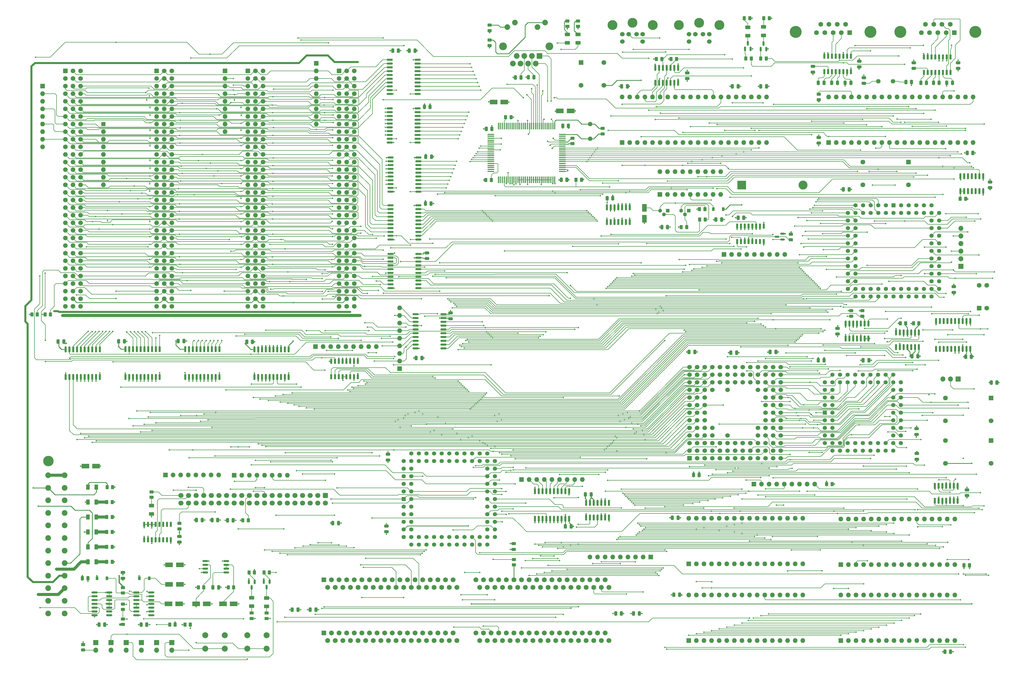
<source format=gbr>
%TF.GenerationSoftware,KiCad,Pcbnew,(6.0.8)*%
%TF.CreationDate,2022-10-29T13:34:50+01:00*%
%TF.ProjectId,yddraig030,79646472-6169-4673-9033-302e6b696361,rev?*%
%TF.SameCoordinates,Original*%
%TF.FileFunction,Copper,L1,Top*%
%TF.FilePolarity,Positive*%
%FSLAX46Y46*%
G04 Gerber Fmt 4.6, Leading zero omitted, Abs format (unit mm)*
G04 Created by KiCad (PCBNEW (6.0.8)) date 2022-10-29 13:34:50*
%MOMM*%
%LPD*%
G01*
G04 APERTURE LIST*
G04 Aperture macros list*
%AMRoundRect*
0 Rectangle with rounded corners*
0 $1 Rounding radius*
0 $2 $3 $4 $5 $6 $7 $8 $9 X,Y pos of 4 corners*
0 Add a 4 corners polygon primitive as box body*
4,1,4,$2,$3,$4,$5,$6,$7,$8,$9,$2,$3,0*
0 Add four circle primitives for the rounded corners*
1,1,$1+$1,$2,$3*
1,1,$1+$1,$4,$5*
1,1,$1+$1,$6,$7*
1,1,$1+$1,$8,$9*
0 Add four rect primitives between the rounded corners*
20,1,$1+$1,$2,$3,$4,$5,0*
20,1,$1+$1,$4,$5,$6,$7,0*
20,1,$1+$1,$6,$7,$8,$9,0*
20,1,$1+$1,$8,$9,$2,$3,0*%
G04 Aperture macros list end*
%TA.AperFunction,SMDPad,CuDef*%
%ADD10RoundRect,0.250000X-0.250000X-0.475000X0.250000X-0.475000X0.250000X0.475000X-0.250000X0.475000X0*%
%TD*%
%TA.AperFunction,SMDPad,CuDef*%
%ADD11RoundRect,0.250000X0.450000X-0.262500X0.450000X0.262500X-0.450000X0.262500X-0.450000X-0.262500X0*%
%TD*%
%TA.AperFunction,ComponentPad*%
%ADD12R,1.300000X1.300000*%
%TD*%
%TA.AperFunction,ComponentPad*%
%ADD13C,1.300000*%
%TD*%
%TA.AperFunction,ComponentPad*%
%ADD14R,1.600000X1.600000*%
%TD*%
%TA.AperFunction,ComponentPad*%
%ADD15O,1.600000X1.600000*%
%TD*%
%TA.AperFunction,SMDPad,CuDef*%
%ADD16RoundRect,0.250000X0.625000X-0.375000X0.625000X0.375000X-0.625000X0.375000X-0.625000X-0.375000X0*%
%TD*%
%TA.AperFunction,SMDPad,CuDef*%
%ADD17RoundRect,0.250000X0.375000X0.625000X-0.375000X0.625000X-0.375000X-0.625000X0.375000X-0.625000X0*%
%TD*%
%TA.AperFunction,SMDPad,CuDef*%
%ADD18RoundRect,0.250000X-0.625000X0.375000X-0.625000X-0.375000X0.625000X-0.375000X0.625000X0.375000X0*%
%TD*%
%TA.AperFunction,SMDPad,CuDef*%
%ADD19RoundRect,0.250000X-1.050000X-0.550000X1.050000X-0.550000X1.050000X0.550000X-1.050000X0.550000X0*%
%TD*%
%TA.AperFunction,SMDPad,CuDef*%
%ADD20RoundRect,0.250000X-0.475000X0.250000X-0.475000X-0.250000X0.475000X-0.250000X0.475000X0.250000X0*%
%TD*%
%TA.AperFunction,SMDPad,CuDef*%
%ADD21RoundRect,0.250000X0.250000X0.475000X-0.250000X0.475000X-0.250000X-0.475000X0.250000X-0.475000X0*%
%TD*%
%TA.AperFunction,SMDPad,CuDef*%
%ADD22RoundRect,0.150000X0.150000X-0.875000X0.150000X0.875000X-0.150000X0.875000X-0.150000X-0.875000X0*%
%TD*%
%TA.AperFunction,ComponentPad*%
%ADD23R,1.700000X1.700000*%
%TD*%
%TA.AperFunction,ComponentPad*%
%ADD24O,1.700000X1.700000*%
%TD*%
%TA.AperFunction,SMDPad,CuDef*%
%ADD25RoundRect,0.250000X-0.262500X-0.450000X0.262500X-0.450000X0.262500X0.450000X-0.262500X0.450000X0*%
%TD*%
%TA.AperFunction,SMDPad,CuDef*%
%ADD26RoundRect,0.150000X0.875000X0.150000X-0.875000X0.150000X-0.875000X-0.150000X0.875000X-0.150000X0*%
%TD*%
%TA.AperFunction,ComponentPad*%
%ADD27C,1.600000*%
%TD*%
%TA.AperFunction,SMDPad,CuDef*%
%ADD28RoundRect,0.150000X-0.150000X0.825000X-0.150000X-0.825000X0.150000X-0.825000X0.150000X0.825000X0*%
%TD*%
%TA.AperFunction,SMDPad,CuDef*%
%ADD29RoundRect,0.250000X0.475000X-0.250000X0.475000X0.250000X-0.475000X0.250000X-0.475000X-0.250000X0*%
%TD*%
%TA.AperFunction,SMDPad,CuDef*%
%ADD30RoundRect,0.150000X0.150000X-0.825000X0.150000X0.825000X-0.150000X0.825000X-0.150000X-0.825000X0*%
%TD*%
%TA.AperFunction,SMDPad,CuDef*%
%ADD31RoundRect,0.150000X-0.875000X-0.150000X0.875000X-0.150000X0.875000X0.150000X-0.875000X0.150000X0*%
%TD*%
%TA.AperFunction,SMDPad,CuDef*%
%ADD32RoundRect,0.250000X-0.450000X0.262500X-0.450000X-0.262500X0.450000X-0.262500X0.450000X0.262500X0*%
%TD*%
%TA.AperFunction,ComponentPad*%
%ADD33R,3.000000X3.000000*%
%TD*%
%TA.AperFunction,ComponentPad*%
%ADD34C,3.000000*%
%TD*%
%TA.AperFunction,SMDPad,CuDef*%
%ADD35RoundRect,0.150000X-0.150000X0.587500X-0.150000X-0.587500X0.150000X-0.587500X0.150000X0.587500X0*%
%TD*%
%TA.AperFunction,ComponentPad*%
%ADD36C,1.524000*%
%TD*%
%TA.AperFunction,ComponentPad*%
%ADD37C,3.300000*%
%TD*%
%TA.AperFunction,SMDPad,CuDef*%
%ADD38RoundRect,0.150000X0.150000X-0.725000X0.150000X0.725000X-0.150000X0.725000X-0.150000X-0.725000X0*%
%TD*%
%TA.AperFunction,SMDPad,CuDef*%
%ADD39RoundRect,0.250000X0.262500X0.450000X-0.262500X0.450000X-0.262500X-0.450000X0.262500X-0.450000X0*%
%TD*%
%TA.AperFunction,SMDPad,CuDef*%
%ADD40RoundRect,0.150000X-0.800000X-0.150000X0.800000X-0.150000X0.800000X0.150000X-0.800000X0.150000X0*%
%TD*%
%TA.AperFunction,ComponentPad*%
%ADD41R,1.650000X1.650000*%
%TD*%
%TA.AperFunction,ComponentPad*%
%ADD42C,1.650000*%
%TD*%
%TA.AperFunction,ComponentPad*%
%ADD43R,1.422400X1.422400*%
%TD*%
%TA.AperFunction,ComponentPad*%
%ADD44C,1.422400*%
%TD*%
%TA.AperFunction,SMDPad,CuDef*%
%ADD45RoundRect,0.150000X-0.150000X0.875000X-0.150000X-0.875000X0.150000X-0.875000X0.150000X0.875000X0*%
%TD*%
%TA.AperFunction,ComponentPad*%
%ADD46RoundRect,0.249999X-0.525001X-0.525001X0.525001X-0.525001X0.525001X0.525001X-0.525001X0.525001X0*%
%TD*%
%TA.AperFunction,ComponentPad*%
%ADD47C,1.550000*%
%TD*%
%TA.AperFunction,ComponentPad*%
%ADD48C,1.905000*%
%TD*%
%TA.AperFunction,ComponentPad*%
%ADD49C,3.505200*%
%TD*%
%TA.AperFunction,ComponentPad*%
%ADD50R,1.400000X1.400000*%
%TD*%
%TA.AperFunction,ComponentPad*%
%ADD51R,1.524000X1.524000*%
%TD*%
%TA.AperFunction,ComponentPad*%
%ADD52C,4.000000*%
%TD*%
%TA.AperFunction,ComponentPad*%
%ADD53RoundRect,0.250000X-0.600000X0.600000X-0.600000X-0.600000X0.600000X-0.600000X0.600000X0.600000X0*%
%TD*%
%TA.AperFunction,ComponentPad*%
%ADD54C,1.700000*%
%TD*%
%TA.AperFunction,SMDPad,CuDef*%
%ADD55RoundRect,0.150000X-0.150000X0.725000X-0.150000X-0.725000X0.150000X-0.725000X0.150000X0.725000X0*%
%TD*%
%TA.AperFunction,ComponentPad*%
%ADD56C,2.000000*%
%TD*%
%TA.AperFunction,SMDPad,CuDef*%
%ADD57R,0.350000X2.200000*%
%TD*%
%TA.AperFunction,SMDPad,CuDef*%
%ADD58R,2.200000X0.350000*%
%TD*%
%TA.AperFunction,ComponentPad*%
%ADD59C,1.500000*%
%TD*%
%TA.AperFunction,ComponentPad*%
%ADD60R,1.580000X1.580000*%
%TD*%
%TA.AperFunction,ComponentPad*%
%ADD61C,1.580000*%
%TD*%
%TA.AperFunction,SMDPad,CuDef*%
%ADD62R,0.900000X1.200000*%
%TD*%
%TA.AperFunction,SMDPad,CuDef*%
%ADD63RoundRect,0.150000X0.150000X-0.587500X0.150000X0.587500X-0.150000X0.587500X-0.150000X-0.587500X0*%
%TD*%
%TA.AperFunction,SMDPad,CuDef*%
%ADD64RoundRect,0.150000X-0.825000X-0.150000X0.825000X-0.150000X0.825000X0.150000X-0.825000X0.150000X0*%
%TD*%
%TA.AperFunction,ComponentPad*%
%ADD65C,2.600000*%
%TD*%
%TA.AperFunction,ComponentPad*%
%ADD66C,1.890000*%
%TD*%
%TA.AperFunction,ComponentPad*%
%ADD67R,1.900000X1.900000*%
%TD*%
%TA.AperFunction,ComponentPad*%
%ADD68C,1.900000*%
%TD*%
%TA.AperFunction,SMDPad,CuDef*%
%ADD69RoundRect,0.150000X0.587500X0.150000X-0.587500X0.150000X-0.587500X-0.150000X0.587500X-0.150000X0*%
%TD*%
%TA.AperFunction,SMDPad,CuDef*%
%ADD70RoundRect,0.250000X-0.550000X1.050000X-0.550000X-1.050000X0.550000X-1.050000X0.550000X1.050000X0*%
%TD*%
%TA.AperFunction,ViaPad*%
%ADD71C,0.500000*%
%TD*%
%TA.AperFunction,Conductor*%
%ADD72C,0.254000*%
%TD*%
%TA.AperFunction,Conductor*%
%ADD73C,0.127000*%
%TD*%
%TA.AperFunction,Conductor*%
%ADD74C,0.700000*%
%TD*%
%TA.AperFunction,Conductor*%
%ADD75C,0.400000*%
%TD*%
%TA.AperFunction,Conductor*%
%ADD76C,1.000000*%
%TD*%
%TA.AperFunction,Conductor*%
%ADD77C,0.200000*%
%TD*%
G04 APERTURE END LIST*
D10*
%TO.P,C1503,1*%
%TO.N,+5V*%
X270500000Y-99900000D03*
%TO.P,C1503,2*%
%TO.N,GND*%
X272400000Y-99900000D03*
%TD*%
D11*
%TO.P,R202,1*%
%TO.N,GND*%
X108000000Y-233912500D03*
%TO.P,R202,2*%
%TO.N,Net-(D201-Pad1)*%
X108000000Y-232087500D03*
%TD*%
D12*
%TO.P,Q1302,1,E*%
%TO.N,+5V*%
X247040000Y-97500000D03*
D13*
%TO.P,Q1302,2,B*%
%TO.N,Net-(Q1302-Pad2)*%
X245770000Y-98770000D03*
%TO.P,Q1302,3,C*%
%TO.N,Net-(C1303-Pad1)*%
X244500000Y-97500000D03*
%TD*%
D14*
%TO.P,U402,1,A18*%
%TO.N,/ROM and SRAM/A19*%
X254000000Y-215646000D03*
D15*
%TO.P,U402,2,A16*%
%TO.N,/ROM and SRAM/A17*%
X256540000Y-215646000D03*
%TO.P,U402,3,A14*%
%TO.N,/ROM and SRAM/A15*%
X259080000Y-215646000D03*
%TO.P,U402,4,A12*%
%TO.N,/ROM and SRAM/A13*%
X261620000Y-215646000D03*
%TO.P,U402,5,A7*%
%TO.N,/ROM and SRAM/A8*%
X264160000Y-215646000D03*
%TO.P,U402,6,A6*%
%TO.N,/ROM and SRAM/A7*%
X266700000Y-215646000D03*
%TO.P,U402,7,A5*%
%TO.N,/ROM and SRAM/A6*%
X269240000Y-215646000D03*
%TO.P,U402,8,A4*%
%TO.N,/ROM and SRAM/A5*%
X271780000Y-215646000D03*
%TO.P,U402,9,A3*%
%TO.N,/ROM and SRAM/A4*%
X274320000Y-215646000D03*
%TO.P,U402,10,A2*%
%TO.N,/ROM and SRAM/A3*%
X276860000Y-215646000D03*
%TO.P,U402,11,A1*%
%TO.N,/ROM and SRAM/A2*%
X279400000Y-215646000D03*
%TO.P,U402,12,A0*%
%TO.N,/ROM and SRAM/A1*%
X281940000Y-215646000D03*
%TO.P,U402,13,DQ0*%
%TO.N,/ROM and SRAM/D16*%
X284480000Y-215646000D03*
%TO.P,U402,14,DQ1*%
%TO.N,/ROM and SRAM/D17*%
X287020000Y-215646000D03*
%TO.P,U402,15,DQ2*%
%TO.N,/ROM and SRAM/D18*%
X289560000Y-215646000D03*
%TO.P,U402,16,VSS*%
%TO.N,GND*%
X292100000Y-215646000D03*
%TO.P,U402,17,DQ3*%
%TO.N,/ROM and SRAM/D19*%
X292100000Y-200406000D03*
%TO.P,U402,18,DQ4*%
%TO.N,/ROM and SRAM/D20*%
X289560000Y-200406000D03*
%TO.P,U402,19,DQ5*%
%TO.N,/ROM and SRAM/D21*%
X287020000Y-200406000D03*
%TO.P,U402,20,DQ6*%
%TO.N,/ROM and SRAM/D22*%
X284480000Y-200406000D03*
%TO.P,U402,21,DQ7*%
%TO.N,/ROM and SRAM/D23*%
X281940000Y-200406000D03*
%TO.P,U402,22,CE#*%
%TO.N,Net-(U402-Pad22)*%
X279400000Y-200406000D03*
%TO.P,U402,23,A10*%
%TO.N,/ROM and SRAM/A11*%
X276860000Y-200406000D03*
%TO.P,U402,24,OE#*%
%TO.N,/Decode and Logic/~{R}{slash}W*%
X274320000Y-200406000D03*
%TO.P,U402,25,A11*%
%TO.N,/ROM and SRAM/A12*%
X271780000Y-200406000D03*
%TO.P,U402,26,A9*%
%TO.N,/ROM and SRAM/A10*%
X269240000Y-200406000D03*
%TO.P,U402,27,A8*%
%TO.N,/ROM and SRAM/A9*%
X266700000Y-200406000D03*
%TO.P,U402,28,A13*%
%TO.N,/ROM and SRAM/A14*%
X264160000Y-200406000D03*
%TO.P,U402,29,WE#*%
%TO.N,/CPU and FPU/R{slash}~{W}*%
X261620000Y-200406000D03*
%TO.P,U402,30,A17*%
%TO.N,/ROM and SRAM/A18*%
X259080000Y-200406000D03*
%TO.P,U402,31,A15*%
%TO.N,/ROM and SRAM/A16*%
X256540000Y-200406000D03*
%TO.P,U402,32,VCC*%
%TO.N,+5V*%
X254000000Y-200406000D03*
%TD*%
D10*
%TO.P,C1302,1*%
%TO.N,+5V*%
X263100000Y-100500000D03*
%TO.P,C1302,2*%
%TO.N,GND*%
X265000000Y-100500000D03*
%TD*%
D16*
%TO.P,D202,1,K*%
%TO.N,Net-(D202-Pad1)*%
X113000000Y-229900000D03*
%TO.P,D202,2,A*%
%TO.N,Net-(D202-Pad2)*%
X113000000Y-227100000D03*
%TD*%
D17*
%TO.P,D1406,1,K*%
%TO.N,Net-(D1406-Pad1)*%
X56087500Y-215000000D03*
%TO.P,D1406,2,A*%
%TO.N,+3.3V*%
X53287500Y-215000000D03*
%TD*%
D11*
%TO.P,R1208,1*%
%TO.N,+5V*%
X213500000Y-35912500D03*
%TO.P,R1208,2*%
%TO.N,Net-(D1201-Pad2)*%
X213500000Y-34087500D03*
%TD*%
D18*
%TO.P,D601,1,K*%
%TO.N,Net-(D601-Pad1)*%
X74500000Y-196200000D03*
%TO.P,D601,2,A*%
%TO.N,+5V*%
X74500000Y-199000000D03*
%TD*%
D14*
%TO.P,U501,1,RS1*%
%TO.N,/ROM and SRAM/A1*%
X300750000Y-74750000D03*
D15*
%TO.P,U501,2,IP3*%
%TO.N,unconnected-(U501-Pad2)*%
X303290000Y-74750000D03*
%TO.P,U501,3,RS2*%
%TO.N,/ROM and SRAM/A2*%
X305830000Y-74750000D03*
%TO.P,U501,4,IP1*%
%TO.N,Net-(U501-Pad4)*%
X308370000Y-74750000D03*
%TO.P,U501,5,RS3*%
%TO.N,/ROM and SRAM/A3*%
X310910000Y-74750000D03*
%TO.P,U501,6,RS4*%
%TO.N,/ROM and SRAM/A4*%
X313450000Y-74750000D03*
%TO.P,U501,7,IP0*%
%TO.N,Net-(U501-Pad7)*%
X315990000Y-74750000D03*
%TO.P,U501,8,R/W*%
%TO.N,/CPU and FPU/R{slash}~{W}*%
X318530000Y-74750000D03*
%TO.P,U501,9,DTACK*%
%TO.N,/Decode and Logic/~{DTACK_DUART}*%
X321070000Y-74750000D03*
%TO.P,U501,10,RXDB*%
%TO.N,Net-(U501-Pad10)*%
X323610000Y-74750000D03*
%TO.P,U501,11,TXDB*%
%TO.N,Net-(U501-Pad11)*%
X326150000Y-74750000D03*
%TO.P,U501,12,OP1*%
%TO.N,Net-(U501-Pad12)*%
X328690000Y-74750000D03*
%TO.P,U501,13,OP3*%
%TO.N,unconnected-(U501-Pad13)*%
X331230000Y-74750000D03*
%TO.P,U501,14,OP5*%
%TO.N,unconnected-(U501-Pad14)*%
X333770000Y-74750000D03*
%TO.P,U501,15,OP7*%
%TO.N,unconnected-(U501-Pad15)*%
X336310000Y-74750000D03*
%TO.P,U501,16,D1*%
%TO.N,/ROM and SRAM/D25*%
X338850000Y-74750000D03*
%TO.P,U501,17,D3*%
%TO.N,/ROM and SRAM/D27*%
X341390000Y-74750000D03*
%TO.P,U501,18,D5*%
%TO.N,/ROM and SRAM/D29*%
X343930000Y-74750000D03*
%TO.P,U501,19,D7*%
%TO.N,/ROM and SRAM/D31*%
X346470000Y-74750000D03*
%TO.P,U501,20,GND*%
%TO.N,GND*%
X349010000Y-74750000D03*
%TO.P,U501,21,IRQ*%
%TO.N,/Interrupts/~{INT_DUART}*%
X349010000Y-59510000D03*
%TO.P,U501,22,D6*%
%TO.N,/ROM and SRAM/D30*%
X346470000Y-59510000D03*
%TO.P,U501,23,D4*%
%TO.N,/ROM and SRAM/D28*%
X343930000Y-59510000D03*
%TO.P,U501,24,D2*%
%TO.N,/ROM and SRAM/D26*%
X341390000Y-59510000D03*
%TO.P,U501,25,D0*%
%TO.N,/ROM and SRAM/D24*%
X338850000Y-59510000D03*
%TO.P,U501,26,OP6*%
%TO.N,unconnected-(U501-Pad26)*%
X336310000Y-59510000D03*
%TO.P,U501,27,OP4*%
%TO.N,unconnected-(U501-Pad27)*%
X333770000Y-59510000D03*
%TO.P,U501,28,OP2*%
%TO.N,unconnected-(U501-Pad28)*%
X331230000Y-59510000D03*
%TO.P,U501,29,OP0*%
%TO.N,Net-(U501-Pad29)*%
X328690000Y-59510000D03*
%TO.P,U501,30,TXDA*%
%TO.N,/Serial/TXDA*%
X326150000Y-59510000D03*
%TO.P,U501,31,RXDA*%
%TO.N,/Serial/RXDA*%
X323610000Y-59510000D03*
%TO.P,U501,32,X1/CLK*%
%TO.N,Net-(C502-Pad1)*%
X321070000Y-59510000D03*
%TO.P,U501,33,X2*%
%TO.N,Net-(C501-Pad1)*%
X318530000Y-59510000D03*
%TO.P,U501,34,RESET*%
%TO.N,/CPU and FPU/~{RESET}*%
X315990000Y-59510000D03*
%TO.P,U501,35,CS*%
%TO.N,/Decode and Logic/~{CS_DUART}*%
X313450000Y-59510000D03*
%TO.P,U501,36,IP2*%
%TO.N,unconnected-(U501-Pad36)*%
X310910000Y-59510000D03*
%TO.P,U501,37,IACK*%
%TO.N,Net-(R501-Pad2)*%
X308370000Y-59510000D03*
%TO.P,U501,38,IP5*%
%TO.N,unconnected-(U501-Pad38)*%
X305830000Y-59510000D03*
%TO.P,U501,39,IP4*%
%TO.N,unconnected-(U501-Pad39)*%
X303290000Y-59510000D03*
%TO.P,U501,40,VCC*%
%TO.N,+5V*%
X300750000Y-59510000D03*
%TD*%
D19*
%TO.P,C1408,1*%
%TO.N,Net-(C1408-Pad1)*%
X80200000Y-229000000D03*
%TO.P,C1408,2*%
%TO.N,GND*%
X83800000Y-229000000D03*
%TD*%
D10*
%TO.P,C1103,1*%
%TO.N,+5V*%
X231600000Y-56000000D03*
%TO.P,C1103,2*%
%TO.N,GND*%
X233500000Y-56000000D03*
%TD*%
D14*
%TO.P,U1102,1,KBCI*%
%TO.N,Net-(J1101-Pad5)*%
X231740000Y-74740000D03*
D15*
%TO.P,U1102,2,XTAL1*%
%TO.N,GND*%
X234280000Y-74740000D03*
%TO.P,U1102,3,XTAL2*%
%TO.N,Net-(U1102-Pad3)*%
X236820000Y-74740000D03*
%TO.P,U1102,4,~{RESET}*%
%TO.N,/CPU and FPU/~{RESET}*%
X239360000Y-74740000D03*
%TO.P,U1102,5,~{SS}*%
%TO.N,+5V*%
X241900000Y-74740000D03*
%TO.P,U1102,6,~{CS}*%
%TO.N,/Decode and Logic/~{CS_KBD}*%
X244440000Y-74740000D03*
%TO.P,U1102,7,EA*%
%TO.N,GND*%
X246980000Y-74740000D03*
%TO.P,U1102,8,~{RD}*%
%TO.N,/Decode and Logic/~{R}{slash}W*%
X249520000Y-74740000D03*
%TO.P,U1102,9,A0*%
%TO.N,/ROM and SRAM/A1*%
X252060000Y-74740000D03*
%TO.P,U1102,10,~{WR}*%
%TO.N,/CPU and FPU/R{slash}~{W}*%
X254600000Y-74740000D03*
%TO.P,U1102,11,SYNC*%
%TO.N,unconnected-(U1102-Pad11)*%
X257140000Y-74740000D03*
%TO.P,U1102,12,DB0*%
%TO.N,/ROM and SRAM/D24*%
X259680000Y-74740000D03*
%TO.P,U1102,13,DB1*%
%TO.N,/ROM and SRAM/D25*%
X262220000Y-74740000D03*
%TO.P,U1102,14,DB2*%
%TO.N,/ROM and SRAM/D26*%
X264760000Y-74740000D03*
%TO.P,U1102,15,DB3*%
%TO.N,/ROM and SRAM/D27*%
X267300000Y-74740000D03*
%TO.P,U1102,16,DB4*%
%TO.N,/ROM and SRAM/D28*%
X269840000Y-74740000D03*
%TO.P,U1102,17,DB5*%
%TO.N,/ROM and SRAM/D29*%
X272380000Y-74740000D03*
%TO.P,U1102,18,DB6*%
%TO.N,/ROM and SRAM/D30*%
X274920000Y-74740000D03*
%TO.P,U1102,19,DB7*%
%TO.N,/ROM and SRAM/D31*%
X277460000Y-74740000D03*
%TO.P,U1102,20,GND*%
%TO.N,GND*%
X280000000Y-74740000D03*
%TO.P,U1102,21,~{RC}*%
%TO.N,unconnected-(U1102-Pad21)*%
X280000000Y-59500000D03*
%TO.P,U1102,22,~{GA20}*%
%TO.N,unconnected-(U1102-Pad22)*%
X277460000Y-59500000D03*
%TO.P,U1102,23,P22/MSDO*%
%TO.N,Net-(U1101-Pad5)*%
X274920000Y-59500000D03*
%TO.P,U1102,24,P23/MCSO*%
%TO.N,Net-(U1101-Pad9)*%
X272380000Y-59500000D03*
%TO.P,U1102,25,PROG*%
%TO.N,+5V*%
X269840000Y-59500000D03*
%TO.P,U1102,26,VDD*%
X267300000Y-59500000D03*
%TO.P,U1102,27,P10/KBDI*%
%TO.N,Net-(J1101-Pad1)*%
X264760000Y-59500000D03*
%TO.P,U1102,28,P11/MSDI*%
%TO.N,Net-(J1102-Pad1)*%
X262220000Y-59500000D03*
%TO.P,U1102,29,P12*%
%TO.N,unconnected-(U1102-Pad29)*%
X259680000Y-59500000D03*
%TO.P,U1102,30,P13*%
%TO.N,unconnected-(U1102-Pad30)*%
X257140000Y-59500000D03*
%TO.P,U1102,31,RAM_SEL*%
%TO.N,unconnected-(U1102-Pad31)*%
X254600000Y-59500000D03*
%TO.P,U1102,32,JUMP*%
%TO.N,unconnected-(U1102-Pad32)*%
X252060000Y-59500000D03*
%TO.P,U1102,33,DISP_SEL*%
%TO.N,unconnected-(U1102-Pad33)*%
X249520000Y-59500000D03*
%TO.P,U1102,34,~{KBD_INH}*%
%TO.N,unconnected-(U1102-Pad34)*%
X246980000Y-59500000D03*
%TO.P,U1102,35,IRQ1*%
%TO.N,Net-(U1101-Pad11)*%
X244440000Y-59500000D03*
%TO.P,U1102,36,IRQ2*%
%TO.N,Net-(U1101-Pad13)*%
X241900000Y-59500000D03*
%TO.P,U1102,37,KBCO*%
%TO.N,Net-(U1101-Pad3)*%
X239360000Y-59500000D03*
%TO.P,U1102,38,KBDO*%
%TO.N,Net-(U1101-Pad1)*%
X236820000Y-59500000D03*
%TO.P,U1102,39,KBDI*%
%TO.N,Net-(J1102-Pad5)*%
X234280000Y-59500000D03*
%TO.P,U1102,40,VCC*%
%TO.N,+5V*%
X231740000Y-59500000D03*
%TD*%
D20*
%TO.P,C505,1*%
%TO.N,+5V*%
X311000000Y-47550000D03*
%TO.P,C505,2*%
%TO.N,GND*%
X311000000Y-49450000D03*
%TD*%
D21*
%TO.P,C510,1*%
%TO.N,Net-(C510-Pad1)*%
X342150000Y-54750000D03*
%TO.P,C510,2*%
%TO.N,GND*%
X340250000Y-54750000D03*
%TD*%
D22*
%TO.P,U902,1,A->B*%
%TO.N,+5V*%
X65785000Y-153150000D03*
%TO.P,U902,2,A0*%
%TO.N,/ROM and SRAM/A8*%
X67055000Y-153150000D03*
%TO.P,U902,3,A1*%
%TO.N,/ROM and SRAM/A9*%
X68325000Y-153150000D03*
%TO.P,U902,4,A2*%
%TO.N,/ROM and SRAM/A10*%
X69595000Y-153150000D03*
%TO.P,U902,5,A3*%
%TO.N,/ROM and SRAM/A11*%
X70865000Y-153150000D03*
%TO.P,U902,6,A4*%
%TO.N,/ROM and SRAM/A12*%
X72135000Y-153150000D03*
%TO.P,U902,7,A5*%
%TO.N,/ROM and SRAM/A13*%
X73405000Y-153150000D03*
%TO.P,U902,8,A6*%
%TO.N,/ROM and SRAM/A14*%
X74675000Y-153150000D03*
%TO.P,U902,9,A7*%
%TO.N,/ROM and SRAM/A15*%
X75945000Y-153150000D03*
%TO.P,U902,10,GND*%
%TO.N,GND*%
X77215000Y-153150000D03*
%TO.P,U902,11,B7*%
%TO.N,/Expansion Slots/BA15*%
X77215000Y-143850000D03*
%TO.P,U902,12,B6*%
%TO.N,/Expansion Slots/BA14*%
X75945000Y-143850000D03*
%TO.P,U902,13,B5*%
%TO.N,/Expansion Slots/BA13*%
X74675000Y-143850000D03*
%TO.P,U902,14,B4*%
%TO.N,/Expansion Slots/BA12*%
X73405000Y-143850000D03*
%TO.P,U902,15,B3*%
%TO.N,/Expansion Slots/BA11*%
X72135000Y-143850000D03*
%TO.P,U902,16,B2*%
%TO.N,/Expansion Slots/BA10*%
X70865000Y-143850000D03*
%TO.P,U902,17,B1*%
%TO.N,/Expansion Slots/BA9*%
X69595000Y-143850000D03*
%TO.P,U902,18,B0*%
%TO.N,/Expansion Slots/BA8*%
X68325000Y-143850000D03*
%TO.P,U902,19,CE*%
%TO.N,/CPU and FPU/~{AS}*%
X67055000Y-143850000D03*
%TO.P,U902,20,VCC*%
%TO.N,+5V*%
X65785000Y-143850000D03*
%TD*%
D20*
%TO.P,C905,1*%
%TO.N,+5V*%
X166600000Y-111650000D03*
%TO.P,C905,2*%
%TO.N,GND*%
X166600000Y-113550000D03*
%TD*%
D23*
%TO.P,J202,1,Pin_1*%
%TO.N,Net-(D202-Pad2)*%
X81280000Y-242000000D03*
D24*
%TO.P,J202,2,Pin_2*%
%TO.N,Net-(J202-Pad2)*%
X81280000Y-244540000D03*
%TD*%
D25*
%TO.P,R1101,1*%
%TO.N,+5V*%
X243215000Y-46850000D03*
%TO.P,R1101,2*%
%TO.N,/Interrupts/~{INT_KBD}*%
X245040000Y-46850000D03*
%TD*%
D20*
%TO.P,C308,1*%
%TO.N,+5V*%
X330200000Y-178748000D03*
%TO.P,C308,2*%
%TO.N,GND*%
X330200000Y-180648000D03*
%TD*%
D10*
%TO.P,C903,1*%
%TO.N,+5V*%
X83450000Y-141150000D03*
%TO.P,C903,2*%
%TO.N,GND*%
X85350000Y-141150000D03*
%TD*%
D26*
%TO.P,U909,1,A->B*%
%TO.N,/Decode and Logic/~{R}{slash}W*%
X163650000Y-107215000D03*
%TO.P,U909,2,A0*%
%TO.N,/ROM and SRAM/D31*%
X163650000Y-105945000D03*
%TO.P,U909,3,A1*%
%TO.N,/ROM and SRAM/D30*%
X163650000Y-104675000D03*
%TO.P,U909,4,A2*%
%TO.N,/ROM and SRAM/D29*%
X163650000Y-103405000D03*
%TO.P,U909,5,A3*%
%TO.N,/ROM and SRAM/D28*%
X163650000Y-102135000D03*
%TO.P,U909,6,A4*%
%TO.N,/ROM and SRAM/D27*%
X163650000Y-100865000D03*
%TO.P,U909,7,A5*%
%TO.N,/ROM and SRAM/D26*%
X163650000Y-99595000D03*
%TO.P,U909,8,A6*%
%TO.N,/ROM and SRAM/D25*%
X163650000Y-98325000D03*
%TO.P,U909,9,A7*%
%TO.N,/ROM and SRAM/D24*%
X163650000Y-97055000D03*
%TO.P,U909,10,GND*%
%TO.N,GND*%
X163650000Y-95785000D03*
%TO.P,U909,11,B7*%
%TO.N,/Expansion Slots/BD24*%
X154350000Y-95785000D03*
%TO.P,U909,12,B6*%
%TO.N,/Expansion Slots/BD25*%
X154350000Y-97055000D03*
%TO.P,U909,13,B5*%
%TO.N,/Expansion Slots/BD26*%
X154350000Y-98325000D03*
%TO.P,U909,14,B4*%
%TO.N,/Expansion Slots/BD27*%
X154350000Y-99595000D03*
%TO.P,U909,15,B3*%
%TO.N,/Expansion Slots/BD28*%
X154350000Y-100865000D03*
%TO.P,U909,16,B2*%
%TO.N,/Expansion Slots/BD29*%
X154350000Y-102135000D03*
%TO.P,U909,17,B1*%
%TO.N,/Expansion Slots/BD30*%
X154350000Y-103405000D03*
%TO.P,U909,18,B0*%
%TO.N,/Expansion Slots/BD31*%
X154350000Y-104675000D03*
%TO.P,U909,19,CE*%
%TO.N,/Decode and Logic/~{EXT_DBEN}*%
X154350000Y-105945000D03*
%TO.P,U909,20,VCC*%
%TO.N,+5V*%
X154350000Y-107215000D03*
%TD*%
D22*
%TO.P,U903,1,A->B*%
%TO.N,+5V*%
X45840000Y-153187500D03*
%TO.P,U903,2,A0*%
%TO.N,/ROM and SRAM/A16*%
X47110000Y-153187500D03*
%TO.P,U903,3,A1*%
%TO.N,/ROM and SRAM/A17*%
X48380000Y-153187500D03*
%TO.P,U903,4,A2*%
%TO.N,/ROM and SRAM/A18*%
X49650000Y-153187500D03*
%TO.P,U903,5,A3*%
%TO.N,/ROM and SRAM/A19*%
X50920000Y-153187500D03*
%TO.P,U903,6,A4*%
%TO.N,/ROM and SRAM/A20*%
X52190000Y-153187500D03*
%TO.P,U903,7,A5*%
%TO.N,/ROM and SRAM/A21*%
X53460000Y-153187500D03*
%TO.P,U903,8,A6*%
%TO.N,/ROM and SRAM/A22*%
X54730000Y-153187500D03*
%TO.P,U903,9,A7*%
%TO.N,/ROM and SRAM/A23*%
X56000000Y-153187500D03*
%TO.P,U903,10,GND*%
%TO.N,GND*%
X57270000Y-153187500D03*
%TO.P,U903,11,B7*%
%TO.N,/Expansion Slots/BA23*%
X57270000Y-143887500D03*
%TO.P,U903,12,B6*%
%TO.N,/Expansion Slots/BA22*%
X56000000Y-143887500D03*
%TO.P,U903,13,B5*%
%TO.N,/Expansion Slots/BA21*%
X54730000Y-143887500D03*
%TO.P,U903,14,B4*%
%TO.N,/Expansion Slots/BA20*%
X53460000Y-143887500D03*
%TO.P,U903,15,B3*%
%TO.N,/Expansion Slots/BA19*%
X52190000Y-143887500D03*
%TO.P,U903,16,B2*%
%TO.N,/Expansion Slots/BA18*%
X50920000Y-143887500D03*
%TO.P,U903,17,B1*%
%TO.N,/Expansion Slots/BA17*%
X49650000Y-143887500D03*
%TO.P,U903,18,B0*%
%TO.N,/Expansion Slots/BA16*%
X48380000Y-143887500D03*
%TO.P,U903,19,CE*%
%TO.N,/CPU and FPU/~{AS}*%
X47110000Y-143887500D03*
%TO.P,U903,20,VCC*%
%TO.N,+5V*%
X45840000Y-143887500D03*
%TD*%
D10*
%TO.P,C1102,1*%
%TO.N,+5V*%
X268600000Y-56000000D03*
%TO.P,C1102,2*%
%TO.N,GND*%
X270500000Y-56000000D03*
%TD*%
%TO.P,C1205,1*%
%TO.N,+5V*%
X211400000Y-87200000D03*
%TO.P,C1205,2*%
%TO.N,GND*%
X213300000Y-87200000D03*
%TD*%
D14*
%TO.P,X1101,1,EN*%
%TO.N,+5V*%
X218030000Y-48030000D03*
D27*
%TO.P,X1101,4,GND*%
%TO.N,GND*%
X218030000Y-55650000D03*
%TO.P,X1101,5,OUT*%
%TO.N,Net-(U1102-Pad3)*%
X225650000Y-55650000D03*
%TO.P,X1101,8,Vcc*%
%TO.N,+5V*%
X225650000Y-48030000D03*
%TD*%
D14*
%TO.P,RN701,1,common*%
%TO.N,+5V*%
X129325000Y-143000000D03*
D15*
%TO.P,RN701,2,R1*%
%TO.N,/Expansion Slots/~{CS_EXTREG1}*%
X131865000Y-143000000D03*
%TO.P,RN701,3,R2*%
%TO.N,/Expansion Slots/~{CS_EXTREG2}*%
X134405000Y-143000000D03*
%TO.P,RN701,4,R3*%
%TO.N,/Expansion Slots/~{CS_EXTREG3}*%
X136945000Y-143000000D03*
%TO.P,RN701,5,R4*%
%TO.N,/Expansion Slots/~{CS_EXTREG4}*%
X139485000Y-143000000D03*
%TO.P,RN701,6,R5*%
%TO.N,/Expansion Slots/~{CS_EXTDATA1}*%
X142025000Y-143000000D03*
%TO.P,RN701,7,R6*%
%TO.N,/Expansion Slots/~{CS_EXTDATA2}*%
X144565000Y-143000000D03*
%TO.P,RN701,8,R7*%
%TO.N,/Expansion Slots/~{CS_EXTDATA3}*%
X147105000Y-143000000D03*
%TO.P,RN701,9,R8*%
%TO.N,/Expansion Slots/~{CS_EXTDATA4}*%
X149645000Y-143000000D03*
%TD*%
D28*
%TO.P,U705,1*%
%TO.N,/Decode and Logic/~{CPLD_DSACK0}*%
X314020000Y-135300000D03*
%TO.P,U705,2*%
%TO.N,/Decode and Logic/~{DSACK0_EXT}*%
X312750000Y-135300000D03*
%TO.P,U705,3*%
%TO.N,N/C*%
X311480000Y-135300000D03*
%TO.P,U705,4*%
%TO.N,/DRAM/~{DSACK0}*%
X310210000Y-135300000D03*
%TO.P,U705,5*%
%TO.N,+5V*%
X308940000Y-135300000D03*
%TO.P,U705,6*%
%TO.N,Net-(U701-Pad1)*%
X307670000Y-135300000D03*
%TO.P,U705,7,GND*%
%TO.N,GND*%
X306400000Y-135300000D03*
%TO.P,U705,8*%
%TO.N,Net-(U701-Pad3)*%
X306400000Y-140250000D03*
%TO.P,U705,9*%
%TO.N,/Decode and Logic/~{CPLD_DSACK1}*%
X307670000Y-140250000D03*
%TO.P,U705,10*%
%TO.N,/Decode and Logic/~{DSACK1_EXT}*%
X308940000Y-140250000D03*
%TO.P,U705,11*%
%TO.N,N/C*%
X310210000Y-140250000D03*
%TO.P,U705,12*%
%TO.N,/DRAM/~{DSACK1}*%
X311480000Y-140250000D03*
%TO.P,U705,13*%
%TO.N,+5V*%
X312750000Y-140250000D03*
%TO.P,U705,14,VCC*%
X314020000Y-140250000D03*
%TD*%
D10*
%TO.P,C1203,1*%
%TO.N,+5V*%
X211950000Y-69200000D03*
%TO.P,C1203,2*%
%TO.N,GND*%
X213850000Y-69200000D03*
%TD*%
D29*
%TO.P,C1004,1*%
%TO.N,+5V*%
X153500000Y-180900000D03*
%TO.P,C1004,2*%
%TO.N,GND*%
X153500000Y-179000000D03*
%TD*%
D25*
%TO.P,R504,1*%
%TO.N,Net-(Q502-Pad1)*%
X278087500Y-46650000D03*
%TO.P,R504,2*%
%TO.N,/Serial/RXDA*%
X279912500Y-46650000D03*
%TD*%
D30*
%TO.P,U1101,1*%
%TO.N,Net-(U1101-Pad1)*%
X242820000Y-54750000D03*
%TO.P,U1101,2*%
%TO.N,Net-(J1101-Pad1)*%
X244090000Y-54750000D03*
%TO.P,U1101,3*%
%TO.N,Net-(U1101-Pad3)*%
X245360000Y-54750000D03*
%TO.P,U1101,4*%
%TO.N,Net-(J1101-Pad5)*%
X246630000Y-54750000D03*
%TO.P,U1101,5*%
%TO.N,Net-(U1101-Pad5)*%
X247900000Y-54750000D03*
%TO.P,U1101,6*%
%TO.N,Net-(J1102-Pad1)*%
X249170000Y-54750000D03*
%TO.P,U1101,7,GND*%
%TO.N,GND*%
X250440000Y-54750000D03*
%TO.P,U1101,8*%
%TO.N,Net-(J1102-Pad5)*%
X250440000Y-49800000D03*
%TO.P,U1101,9*%
%TO.N,Net-(U1101-Pad9)*%
X249170000Y-49800000D03*
%TO.P,U1101,10*%
%TO.N,/Interrupts/~{INT_MOUSE}*%
X247900000Y-49800000D03*
%TO.P,U1101,11*%
%TO.N,Net-(U1101-Pad11)*%
X246630000Y-49800000D03*
%TO.P,U1101,12*%
%TO.N,/Interrupts/~{INT_KBD}*%
X245360000Y-49800000D03*
%TO.P,U1101,13*%
%TO.N,Net-(U1101-Pad13)*%
X244090000Y-49800000D03*
%TO.P,U1101,14,VCC*%
%TO.N,+5V*%
X242820000Y-49800000D03*
%TD*%
D31*
%TO.P,U707,1,G1*%
%TO.N,/Decode and Logic/~{CS_CARDPRD}*%
X162750000Y-132135000D03*
%TO.P,U707,2,A0*%
%TO.N,/Decode and Logic/~{EXT_PRD01}*%
X162750000Y-133405000D03*
%TO.P,U707,3,A1*%
%TO.N,/Decode and Logic/~{EXT_PRD11}*%
X162750000Y-134675000D03*
%TO.P,U707,4,A2*%
%TO.N,/Decode and Logic/~{EXT_PRD02}*%
X162750000Y-135945000D03*
%TO.P,U707,5,A3*%
%TO.N,/Decode and Logic/~{EXT_PRD12}*%
X162750000Y-137215000D03*
%TO.P,U707,6,A4*%
%TO.N,/Decode and Logic/~{EXT_PRD03}*%
X162750000Y-138485000D03*
%TO.P,U707,7,A5*%
%TO.N,/Decode and Logic/~{EXT_PRD13}*%
X162750000Y-139755000D03*
%TO.P,U707,8,A6*%
%TO.N,/Decode and Logic/~{EXT_PRD04}*%
X162750000Y-141025000D03*
%TO.P,U707,9,A7*%
%TO.N,/Decode and Logic/~{EXT_PRD14}*%
X162750000Y-142295000D03*
%TO.P,U707,10,GND*%
%TO.N,GND*%
X162750000Y-143565000D03*
%TO.P,U707,11,Y7*%
%TO.N,/ROM and SRAM/D31*%
X172050000Y-143565000D03*
%TO.P,U707,12,Y6*%
%TO.N,/ROM and SRAM/D30*%
X172050000Y-142295000D03*
%TO.P,U707,13,Y5*%
%TO.N,/ROM and SRAM/D29*%
X172050000Y-141025000D03*
%TO.P,U707,14,Y4*%
%TO.N,/ROM and SRAM/D28*%
X172050000Y-139755000D03*
%TO.P,U707,15,Y3*%
%TO.N,/ROM and SRAM/D27*%
X172050000Y-138485000D03*
%TO.P,U707,16,Y2*%
%TO.N,/ROM and SRAM/D26*%
X172050000Y-137215000D03*
%TO.P,U707,17,Y1*%
%TO.N,/ROM and SRAM/D25*%
X172050000Y-135945000D03*
%TO.P,U707,18,Y0*%
%TO.N,/ROM and SRAM/D24*%
X172050000Y-134675000D03*
%TO.P,U707,19,G2*%
%TO.N,GND*%
X172050000Y-133405000D03*
%TO.P,U707,20,VCC*%
%TO.N,+5V*%
X172050000Y-132135000D03*
%TD*%
D11*
%TO.P,R1209,1*%
%TO.N,+5V*%
X217000000Y-35912500D03*
%TO.P,R1209,2*%
%TO.N,Net-(D1202-Pad2)*%
X217000000Y-34087500D03*
%TD*%
D25*
%TO.P,R205,1*%
%TO.N,Net-(Q202-Pad1)*%
X112087500Y-218500000D03*
%TO.P,R205,2*%
%TO.N,/Decode and Logic/RUN*%
X113912500Y-218500000D03*
%TD*%
D10*
%TO.P,C909,1*%
%TO.N,+5V*%
X166050000Y-95175000D03*
%TO.P,C909,2*%
%TO.N,GND*%
X167950000Y-95175000D03*
%TD*%
D32*
%TO.P,R801,1*%
%TO.N,+5V*%
X312050000Y-131000000D03*
%TO.P,R801,2*%
%TO.N,/Decode and Logic/~{DSACK0_EXT}*%
X312050000Y-132825000D03*
%TD*%
D21*
%TO.P,C1204,1*%
%TO.N,Net-(C1204-Pad1)*%
X198000000Y-53000000D03*
%TO.P,C1204,2*%
%TO.N,GND*%
X196100000Y-53000000D03*
%TD*%
D33*
%TO.P,BT1301,1,+*%
%TO.N,Net-(BT1301-Pad1)*%
X271747584Y-89000000D03*
D34*
%TO.P,BT1301,2,-*%
%TO.N,GND*%
X292237584Y-89000000D03*
%TD*%
D20*
%TO.P,C1101,1*%
%TO.N,+5V*%
X253540000Y-51450000D03*
%TO.P,C1101,2*%
%TO.N,GND*%
X253540000Y-53350000D03*
%TD*%
D10*
%TO.P,C307,1*%
%TO.N,+5V*%
X281244000Y-144780000D03*
%TO.P,C307,2*%
%TO.N,GND*%
X283144000Y-144780000D03*
%TD*%
D35*
%TO.P,Q201,1,B*%
%TO.N,Net-(Q201-Pad1)*%
X108950000Y-221625000D03*
%TO.P,Q201,2,E*%
%TO.N,+5V*%
X107050000Y-221625000D03*
%TO.P,Q201,3,C*%
%TO.N,Net-(D201-Pad2)*%
X108000000Y-223500000D03*
%TD*%
D32*
%TO.P,R605,1*%
%TO.N,Net-(J603-Pad29)*%
X83865000Y-202100000D03*
%TO.P,R605,2*%
%TO.N,+5V*%
X83865000Y-203925000D03*
%TD*%
D29*
%TO.P,C514,1*%
%TO.N,Net-(C514-Pad1)*%
X329250000Y-49950000D03*
%TO.P,C514,2*%
%TO.N,+5V*%
X329250000Y-48050000D03*
%TD*%
D10*
%TO.P,C906,1*%
%TO.N,+5V*%
X165700000Y-62850000D03*
%TO.P,C906,2*%
%TO.N,GND*%
X167600000Y-62850000D03*
%TD*%
D25*
%TO.P,R1406,1*%
%TO.N,Net-(D1404-Pad1)*%
X59587500Y-195000000D03*
%TO.P,R1406,2*%
%TO.N,GND*%
X61412500Y-195000000D03*
%TD*%
D10*
%TO.P,C908,1*%
%TO.N,+5V*%
X160666000Y-44000000D03*
%TO.P,C908,2*%
%TO.N,GND*%
X162566000Y-44000000D03*
%TD*%
D32*
%TO.P,R1205,1*%
%TO.N,Net-(J1201-PadR2)*%
X215162500Y-73275000D03*
%TO.P,R1205,2*%
%TO.N,Net-(J1201-PadR1)*%
X215162500Y-75100000D03*
%TD*%
D36*
%TO.P,J1101,1*%
%TO.N,Net-(J1101-Pad1)*%
X233950000Y-38500000D03*
%TO.P,J1101,2*%
%TO.N,unconnected-(J1101-Pad2)*%
X236550000Y-38500000D03*
%TO.P,J1101,3*%
%TO.N,GND*%
X231850000Y-38500000D03*
%TO.P,J1101,4*%
%TO.N,+5V*%
X238650000Y-38500000D03*
%TO.P,J1101,5*%
%TO.N,Net-(J1101-Pad5)*%
X231850000Y-41000000D03*
%TO.P,J1101,6*%
%TO.N,unconnected-(J1101-Pad6)*%
X238650000Y-41000000D03*
D37*
%TO.P,J1101,7*%
%TO.N,GND*%
X235250000Y-34700000D03*
X242000000Y-35500000D03*
X228500000Y-35500000D03*
%TD*%
D36*
%TO.P,J1102,1*%
%TO.N,Net-(J1102-Pad1)*%
X256200000Y-38500000D03*
%TO.P,J1102,2*%
%TO.N,unconnected-(J1102-Pad2)*%
X258800000Y-38500000D03*
%TO.P,J1102,3*%
%TO.N,GND*%
X254100000Y-38500000D03*
%TO.P,J1102,4*%
%TO.N,+5V*%
X260900000Y-38500000D03*
%TO.P,J1102,5*%
%TO.N,Net-(J1102-Pad5)*%
X254100000Y-41000000D03*
%TO.P,J1102,6*%
%TO.N,unconnected-(J1102-Pad6)*%
X260900000Y-41000000D03*
D37*
%TO.P,J1102,7*%
%TO.N,GND*%
X257500000Y-34700000D03*
X250750000Y-35500000D03*
X264250000Y-35500000D03*
%TD*%
D38*
%TO.P,U706,1,A0*%
%TO.N,/Decode and Logic/EXPSEL0*%
X134555000Y-153075000D03*
%TO.P,U706,2,A1*%
%TO.N,/Decode and Logic/EXPSEL1*%
X135825000Y-153075000D03*
%TO.P,U706,3,A2*%
%TO.N,/Decode and Logic/EXPSEL2*%
X137095000Y-153075000D03*
%TO.P,U706,4,E1*%
%TO.N,GND*%
X138365000Y-153075000D03*
%TO.P,U706,5,E2*%
X139635000Y-153075000D03*
%TO.P,U706,6,E3*%
%TO.N,/Decode and Logic/EXPSELEN*%
X140905000Y-153075000D03*
%TO.P,U706,7,O7*%
%TO.N,/Expansion Slots/~{CS_EXTDATA4}*%
X142175000Y-153075000D03*
%TO.P,U706,8,GND*%
%TO.N,GND*%
X143445000Y-153075000D03*
%TO.P,U706,9,O6*%
%TO.N,/Expansion Slots/~{CS_EXTDATA3}*%
X143445000Y-147925000D03*
%TO.P,U706,10,O5*%
%TO.N,/Expansion Slots/~{CS_EXTDATA2}*%
X142175000Y-147925000D03*
%TO.P,U706,11,O4*%
%TO.N,/Expansion Slots/~{CS_EXTDATA1}*%
X140905000Y-147925000D03*
%TO.P,U706,12,O3*%
%TO.N,/Expansion Slots/~{CS_EXTREG4}*%
X139635000Y-147925000D03*
%TO.P,U706,13,O2*%
%TO.N,/Expansion Slots/~{CS_EXTREG3}*%
X138365000Y-147925000D03*
%TO.P,U706,14,O1*%
%TO.N,/Expansion Slots/~{CS_EXTREG2}*%
X137095000Y-147925000D03*
%TO.P,U706,15,O0*%
%TO.N,/Expansion Slots/~{CS_EXTREG1}*%
X135825000Y-147925000D03*
%TO.P,U706,16,VCC*%
%TO.N,+5V*%
X134555000Y-147925000D03*
%TD*%
D10*
%TO.P,C707,1*%
%TO.N,+5V*%
X226750000Y-93400000D03*
%TO.P,C707,2*%
%TO.N,GND*%
X228650000Y-93400000D03*
%TD*%
D26*
%TO.P,U908,1,A->B*%
%TO.N,/Decode and Logic/~{R}{slash}W*%
X163396000Y-58515000D03*
%TO.P,U908,2,A0*%
%TO.N,/ROM and SRAM/D23*%
X163396000Y-57245000D03*
%TO.P,U908,3,A1*%
%TO.N,/ROM and SRAM/D22*%
X163396000Y-55975000D03*
%TO.P,U908,4,A2*%
%TO.N,/ROM and SRAM/D21*%
X163396000Y-54705000D03*
%TO.P,U908,5,A3*%
%TO.N,/ROM and SRAM/D20*%
X163396000Y-53435000D03*
%TO.P,U908,6,A4*%
%TO.N,/ROM and SRAM/D19*%
X163396000Y-52165000D03*
%TO.P,U908,7,A5*%
%TO.N,/ROM and SRAM/D18*%
X163396000Y-50895000D03*
%TO.P,U908,8,A6*%
%TO.N,/ROM and SRAM/D17*%
X163396000Y-49625000D03*
%TO.P,U908,9,A7*%
%TO.N,/ROM and SRAM/D16*%
X163396000Y-48355000D03*
%TO.P,U908,10,GND*%
%TO.N,GND*%
X163396000Y-47085000D03*
%TO.P,U908,11,B7*%
%TO.N,/Expansion Slots/BD16*%
X154096000Y-47085000D03*
%TO.P,U908,12,B6*%
%TO.N,/Expansion Slots/BD17*%
X154096000Y-48355000D03*
%TO.P,U908,13,B5*%
%TO.N,/Expansion Slots/BD18*%
X154096000Y-49625000D03*
%TO.P,U908,14,B4*%
%TO.N,/Expansion Slots/BD19*%
X154096000Y-50895000D03*
%TO.P,U908,15,B3*%
%TO.N,/Expansion Slots/BD20*%
X154096000Y-52165000D03*
%TO.P,U908,16,B2*%
%TO.N,/Expansion Slots/BD21*%
X154096000Y-53435000D03*
%TO.P,U908,17,B1*%
%TO.N,/Expansion Slots/BD22*%
X154096000Y-54705000D03*
%TO.P,U908,18,B0*%
%TO.N,/Expansion Slots/BD23*%
X154096000Y-55975000D03*
%TO.P,U908,19,CE*%
%TO.N,/Decode and Logic/~{EXT_DBEN}*%
X154096000Y-57245000D03*
%TO.P,U908,20,VCC*%
%TO.N,+5V*%
X154096000Y-58515000D03*
%TD*%
D11*
%TO.P,R1001,1*%
%TO.N,/DRAM/~{RAM_WE}*%
X195600000Y-216000000D03*
%TO.P,R1001,2*%
%TO.N,Net-(R1001-Pad2)*%
X195600000Y-214175000D03*
%TD*%
D39*
%TO.P,R301,1*%
%TO.N,+5V*%
X301912500Y-189000000D03*
%TO.P,R301,2*%
%TO.N,/CPU and FPU/~{FPUSENSE}*%
X300087500Y-189000000D03*
%TD*%
D25*
%TO.P,R502,1*%
%TO.N,Net-(Q501-Pad1)*%
X273087500Y-46650000D03*
%TO.P,R502,2*%
%TO.N,/Serial/TXDA*%
X274912500Y-46650000D03*
%TD*%
D10*
%TO.P,C901,1*%
%TO.N,+5V*%
X43300000Y-141300000D03*
%TO.P,C901,2*%
%TO.N,GND*%
X45200000Y-141300000D03*
%TD*%
%TO.P,C508,1*%
%TO.N,Net-(C508-Pad1)*%
X331550000Y-54750000D03*
%TO.P,C508,2*%
%TO.N,Net-(C508-Pad2)*%
X333450000Y-54750000D03*
%TD*%
D21*
%TO.P,C1006,1*%
%TO.N,+5V*%
X237500000Y-232250000D03*
%TO.P,C1006,2*%
%TO.N,GND*%
X235600000Y-232250000D03*
%TD*%
D25*
%TO.P,R503,1*%
%TO.N,Net-(D501-Pad1)*%
X272587500Y-33150000D03*
%TO.P,R503,2*%
%TO.N,GND*%
X274412500Y-33150000D03*
%TD*%
D10*
%TO.P,C512,1*%
%TO.N,Net-(C512-Pad1)*%
X335800000Y-54750000D03*
%TO.P,C512,2*%
%TO.N,Net-(C512-Pad2)*%
X337700000Y-54750000D03*
%TD*%
D23*
%TO.P,J701,1,Pin_1*%
%TO.N,+5V*%
X344950000Y-116150000D03*
D24*
%TO.P,J701,2,Pin_2*%
%TO.N,/Decode and Logic/TCK*%
X344950000Y-113610000D03*
%TO.P,J701,3,Pin_3*%
%TO.N,/Decode and Logic/TDI*%
X344950000Y-111070000D03*
%TO.P,J701,4,Pin_4*%
%TO.N,/Decode and Logic/TDO*%
X344950000Y-108530000D03*
%TO.P,J701,5,Pin_5*%
%TO.N,/Decode and Logic/TMS*%
X344950000Y-105990000D03*
%TO.P,J701,6,Pin_6*%
%TO.N,GND*%
X344950000Y-103450000D03*
%TD*%
D21*
%TO.P,C1301,1*%
%TO.N,+5V*%
X246950000Y-103000000D03*
%TO.P,C1301,2*%
%TO.N,GND*%
X245050000Y-103000000D03*
%TD*%
D10*
%TO.P,C304,1*%
%TO.N,+5V*%
X297312000Y-147574000D03*
%TO.P,C304,2*%
%TO.N,GND*%
X299212000Y-147574000D03*
%TD*%
D25*
%TO.P,R702,1*%
%TO.N,+5V*%
X329100000Y-135200000D03*
%TO.P,R702,2*%
%TO.N,/CPU and FPU/~{DSACK0}*%
X330925000Y-135200000D03*
%TD*%
D21*
%TO.P,C705,1*%
%TO.N,+5V*%
X357000000Y-155000000D03*
%TO.P,C705,2*%
%TO.N,GND*%
X355100000Y-155000000D03*
%TD*%
D20*
%TO.P,C703,1*%
%TO.N,+5V*%
X174400000Y-131750000D03*
%TO.P,C703,2*%
%TO.N,GND*%
X174400000Y-133650000D03*
%TD*%
D40*
%TO.P,U201,1,GND*%
%TO.N,GND*%
X92500000Y-214690000D03*
%TO.P,U201,2,TR*%
%TO.N,Net-(C201-Pad1)*%
X92500000Y-215960000D03*
%TO.P,U201,3,Q*%
%TO.N,/Decode and Logic/RESET*%
X92500000Y-217230000D03*
%TO.P,U201,4,R*%
%TO.N,+5V*%
X92500000Y-218500000D03*
%TO.P,U201,5,CV*%
%TO.N,Net-(C202-Pad1)*%
X99500000Y-218500000D03*
%TO.P,U201,6,THR*%
%TO.N,Net-(C203-Pad1)*%
X99500000Y-217230000D03*
%TO.P,U201,7,DIS*%
X99500000Y-215960000D03*
%TO.P,U201,8,VCC*%
%TO.N,+5V*%
X99500000Y-214690000D03*
%TD*%
D41*
%TO.P,SIMM1001,1,VSS*%
%TO.N,GND*%
X132080000Y-238760000D03*
D42*
%TO.P,SIMM1001,2,D0*%
%TO.N,/ROM and SRAM/D0*%
X133350000Y-241300000D03*
%TO.P,SIMM1001,3,D16*%
%TO.N,/ROM and SRAM/D16*%
X134620000Y-238760000D03*
%TO.P,SIMM1001,4,D1*%
%TO.N,/ROM and SRAM/D1*%
X135890000Y-241300000D03*
%TO.P,SIMM1001,5,D17*%
%TO.N,/ROM and SRAM/D17*%
X137160000Y-238760000D03*
%TO.P,SIMM1001,6,D2*%
%TO.N,/ROM and SRAM/D2*%
X138430000Y-241300000D03*
%TO.P,SIMM1001,7,D18*%
%TO.N,/ROM and SRAM/D18*%
X139700000Y-238760000D03*
%TO.P,SIMM1001,8,D3*%
%TO.N,/ROM and SRAM/D3*%
X140970000Y-241300000D03*
%TO.P,SIMM1001,9,D19*%
%TO.N,/ROM and SRAM/D19*%
X142240000Y-238760000D03*
%TO.P,SIMM1001,10,VCC*%
%TO.N,+5V*%
X143510000Y-241300000D03*
%TO.P,SIMM1001,11,PD5*%
%TO.N,unconnected-(SIMM1001-Pad11)*%
X144780000Y-238760000D03*
%TO.P,SIMM1001,12,A0*%
%TO.N,/DRAM/MUX_A0*%
X146050000Y-241300000D03*
%TO.P,SIMM1001,13,A1*%
%TO.N,/DRAM/MUX_A1*%
X147320000Y-238760000D03*
%TO.P,SIMM1001,14,A2*%
%TO.N,/DRAM/MUX_A2*%
X148590000Y-241300000D03*
%TO.P,SIMM1001,15,A3*%
%TO.N,/DRAM/MUX_A3*%
X149860000Y-238760000D03*
%TO.P,SIMM1001,16,A4*%
%TO.N,/DRAM/MUX_A4*%
X151130000Y-241300000D03*
%TO.P,SIMM1001,17,A5*%
%TO.N,/DRAM/MUX_A5*%
X152400000Y-238760000D03*
%TO.P,SIMM1001,18,A6*%
%TO.N,/DRAM/MUX_A6*%
X153670000Y-241300000D03*
%TO.P,SIMM1001,19,A10*%
%TO.N,/DRAM/MUX_A10*%
X154940000Y-238760000D03*
%TO.P,SIMM1001,20,D4*%
%TO.N,/ROM and SRAM/D4*%
X156210000Y-241300000D03*
%TO.P,SIMM1001,21,D20*%
%TO.N,/ROM and SRAM/D20*%
X157480000Y-238760000D03*
%TO.P,SIMM1001,22,D5*%
%TO.N,/ROM and SRAM/D5*%
X158750000Y-241300000D03*
%TO.P,SIMM1001,23,D21*%
%TO.N,/ROM and SRAM/D21*%
X160020000Y-238760000D03*
%TO.P,SIMM1001,24,D6*%
%TO.N,/ROM and SRAM/D6*%
X161290000Y-241300000D03*
%TO.P,SIMM1001,25,D22*%
%TO.N,/ROM and SRAM/D22*%
X162560000Y-238760000D03*
%TO.P,SIMM1001,26,D7*%
%TO.N,/ROM and SRAM/D7*%
X163830000Y-241300000D03*
%TO.P,SIMM1001,27,D23*%
%TO.N,/ROM and SRAM/D23*%
X165100000Y-238760000D03*
%TO.P,SIMM1001,28,A7*%
%TO.N,/DRAM/MUX_A7*%
X166370000Y-241300000D03*
%TO.P,SIMM1001,29,A11*%
%TO.N,/DRAM/MUX_A11*%
X167640000Y-238760000D03*
%TO.P,SIMM1001,30,VCC*%
%TO.N,+5V*%
X168910000Y-241300000D03*
%TO.P,SIMM1001,31,A8*%
%TO.N,/DRAM/MUX_A8*%
X170180000Y-238760000D03*
%TO.P,SIMM1001,32,A9*%
%TO.N,/DRAM/MUX_A9*%
X171450000Y-241300000D03*
%TO.P,SIMM1001,33,~{RAS3}*%
%TO.N,/DRAM/~{RAS3}*%
X172720000Y-238760000D03*
%TO.P,SIMM1001,34,~{RAS2}*%
%TO.N,/DRAM/~{RAS2}*%
X173990000Y-241300000D03*
%TO.P,SIMM1001,35,DP2*%
%TO.N,unconnected-(SIMM1001-Pad35)*%
X175260000Y-238760000D03*
%TO.P,SIMM1001,36,DP0*%
%TO.N,unconnected-(SIMM1001-Pad36)*%
X176530000Y-241300000D03*
%TO.P,SIMM1001,37,DP1*%
%TO.N,unconnected-(SIMM1001-Pad37)*%
X182880000Y-238760000D03*
%TO.P,SIMM1001,38,DP3*%
%TO.N,unconnected-(SIMM1001-Pad38)*%
X184150000Y-241300000D03*
%TO.P,SIMM1001,39,VSS*%
%TO.N,GND*%
X185420000Y-238760000D03*
%TO.P,SIMM1001,40,~{CAS0}*%
%TO.N,/DRAM/~{CAS_A0}*%
X186690000Y-241300000D03*
%TO.P,SIMM1001,41,~{CAS2}*%
%TO.N,/DRAM/~{CAS_A2}*%
X187960000Y-238760000D03*
%TO.P,SIMM1001,42,~{CAS3}*%
%TO.N,/DRAM/~{CAS_A3}*%
X189230000Y-241300000D03*
%TO.P,SIMM1001,43,~{CAS1}*%
%TO.N,/DRAM/~{CAS_A1}*%
X190500000Y-238760000D03*
%TO.P,SIMM1001,44,~{RAS0}*%
%TO.N,/DRAM/~{RAS0}*%
X191770000Y-241300000D03*
%TO.P,SIMM1001,45,~{RAS1}*%
%TO.N,/DRAM/~{RAS1}*%
X193040000Y-238760000D03*
%TO.P,SIMM1001,46,NC*%
%TO.N,unconnected-(SIMM1001-Pad46)*%
X194310000Y-241300000D03*
%TO.P,SIMM1001,47,~{WE}*%
%TO.N,/DRAM/~{RAM_WE}*%
X195580000Y-238760000D03*
%TO.P,SIMM1001,48,NC*%
%TO.N,unconnected-(SIMM1001-Pad48)*%
X196850000Y-241300000D03*
%TO.P,SIMM1001,49,D8*%
%TO.N,/ROM and SRAM/D8*%
X198120000Y-238760000D03*
%TO.P,SIMM1001,50,D24*%
%TO.N,/ROM and SRAM/D24*%
X199390000Y-241300000D03*
%TO.P,SIMM1001,51,D9*%
%TO.N,/ROM and SRAM/D9*%
X200660000Y-238760000D03*
%TO.P,SIMM1001,52,D25*%
%TO.N,/ROM and SRAM/D25*%
X201930000Y-241300000D03*
%TO.P,SIMM1001,53,D10*%
%TO.N,/ROM and SRAM/D10*%
X203200000Y-238760000D03*
%TO.P,SIMM1001,54,D26*%
%TO.N,/ROM and SRAM/D26*%
X204470000Y-241300000D03*
%TO.P,SIMM1001,55,D11*%
%TO.N,/ROM and SRAM/D11*%
X205740000Y-238760000D03*
%TO.P,SIMM1001,56,D27*%
%TO.N,/ROM and SRAM/D27*%
X207010000Y-241300000D03*
%TO.P,SIMM1001,57,D12*%
%TO.N,/ROM and SRAM/D12*%
X208280000Y-238760000D03*
%TO.P,SIMM1001,58,D28*%
%TO.N,/ROM and SRAM/D28*%
X209550000Y-241300000D03*
%TO.P,SIMM1001,59,VCC*%
%TO.N,+5V*%
X210820000Y-238760000D03*
%TO.P,SIMM1001,60,D29*%
%TO.N,/ROM and SRAM/D29*%
X212090000Y-241300000D03*
%TO.P,SIMM1001,61,D13*%
%TO.N,/ROM and SRAM/D13*%
X213360000Y-238760000D03*
%TO.P,SIMM1001,62,D30*%
%TO.N,/ROM and SRAM/D30*%
X214630000Y-241300000D03*
%TO.P,SIMM1001,63,D14*%
%TO.N,/ROM and SRAM/D14*%
X215900000Y-238760000D03*
%TO.P,SIMM1001,64,D31*%
%TO.N,/ROM and SRAM/D31*%
X217170000Y-241300000D03*
%TO.P,SIMM1001,65,D15*%
%TO.N,/ROM and SRAM/D15*%
X218440000Y-238760000D03*
%TO.P,SIMM1001,66,NC*%
%TO.N,unconnected-(SIMM1001-Pad66)*%
X219710000Y-241300000D03*
%TO.P,SIMM1001,67,PRD1*%
%TO.N,/DRAM/PRDA0*%
X220980000Y-238760000D03*
%TO.P,SIMM1001,68,PRD2*%
%TO.N,/DRAM/PRDA1*%
X222250000Y-241300000D03*
%TO.P,SIMM1001,69,PRD3*%
%TO.N,/DRAM/PRDA2*%
X223520000Y-238760000D03*
%TO.P,SIMM1001,70,PRD4*%
%TO.N,/DRAM/PRDA3*%
X224790000Y-241300000D03*
%TO.P,SIMM1001,71,NC*%
%TO.N,unconnected-(SIMM1001-Pad71)*%
X226060000Y-238760000D03*
%TO.P,SIMM1001,72,VSS*%
%TO.N,GND*%
X227330000Y-241300000D03*
%TD*%
D19*
%TO.P,C201,1*%
%TO.N,Net-(C201-Pad1)*%
X89400000Y-229000000D03*
%TO.P,C201,2*%
%TO.N,GND*%
X93000000Y-229000000D03*
%TD*%
D43*
%TO.P,U1001,1,P1*%
%TO.N,/CPU and FPU/~{AS}*%
X158760000Y-194000000D03*
D44*
%TO.P,U1001,2,P2*%
%TO.N,/CPU and FPU/~{DS}*%
X161300000Y-194000000D03*
%TO.P,U1001,3,P3*%
%TO.N,unconnected-(U1001-Pad3)*%
X158760000Y-196540000D03*
%TO.P,U1001,4,P4*%
%TO.N,unconnected-(U1001-Pad4)*%
X161300000Y-196540000D03*
%TO.P,U1001,5,P5*%
%TO.N,unconnected-(U1001-Pad5)*%
X158760000Y-199080000D03*
%TO.P,U1001,6,P6*%
%TO.N,/DRAM/MUX_A0*%
X161300000Y-199080000D03*
%TO.P,U1001,7,P7*%
%TO.N,/DRAM/MUX_A1*%
X158760000Y-201620000D03*
%TO.P,U1001,8,GND*%
%TO.N,GND*%
X161300000Y-201620000D03*
%TO.P,U1001,9,I/O/GCK1*%
%TO.N,/CPU and FPU/CLK40MHZ*%
X158760000Y-204160000D03*
%TO.P,U1001,10,I/O/GCK2*%
%TO.N,/DRAM/MUX_A2*%
X161300000Y-204160000D03*
%TO.P,U1001,11,P11*%
%TO.N,/DRAM/MUX_A3*%
X158760000Y-206700000D03*
%TO.P,U1001,12,I/O/GCK3*%
%TO.N,/DRAM/MUX_A4*%
X161300000Y-209240000D03*
%TO.P,U1001,13,P13*%
%TO.N,/DRAM/MUX_A5*%
X161300000Y-206700000D03*
%TO.P,U1001,14,P14*%
%TO.N,/DRAM/MUX_A6*%
X163840000Y-209240000D03*
%TO.P,U1001,15,P15*%
%TO.N,/DRAM/MUX_A10*%
X163840000Y-206700000D03*
%TO.P,U1001,16,GND*%
%TO.N,GND*%
X166380000Y-209240000D03*
%TO.P,U1001,17,P17*%
%TO.N,/DRAM/MUX_A7*%
X166380000Y-206700000D03*
%TO.P,U1001,18,P18*%
%TO.N,/DRAM/MUX_A11*%
X168920000Y-209240000D03*
%TO.P,U1001,19,P19*%
%TO.N,/DRAM/MUX_A8*%
X168920000Y-206700000D03*
%TO.P,U1001,20,P20*%
%TO.N,/DRAM/MUX_A9*%
X171460000Y-209240000D03*
%TO.P,U1001,21,P21*%
%TO.N,/DRAM/~{RAS3}*%
X171460000Y-206700000D03*
%TO.P,U1001,22,VCCIO*%
%TO.N,+5V*%
X174000000Y-209240000D03*
%TO.P,U1001,23,P23*%
%TO.N,/DRAM/~{RAS2}*%
X174000000Y-206700000D03*
%TO.P,U1001,24,P24*%
%TO.N,/DRAM/~{CAS_A0}*%
X176540000Y-209240000D03*
%TO.P,U1001,25,P25*%
%TO.N,/DRAM/~{CAS_A3}*%
X176540000Y-206700000D03*
%TO.P,U1001,26,P26*%
%TO.N,/DRAM/~{CAS_A1}*%
X179080000Y-209240000D03*
%TO.P,U1001,27,GND*%
%TO.N,GND*%
X179080000Y-206700000D03*
%TO.P,U1001,28,TDI*%
%TO.N,/DRAM/JTAG_TDI*%
X181620000Y-209240000D03*
%TO.P,U1001,29,TMS*%
%TO.N,/Decode and Logic/TMS*%
X181620000Y-206700000D03*
%TO.P,U1001,30,TCK*%
%TO.N,/Decode and Logic/TCK*%
X184160000Y-209240000D03*
%TO.P,U1001,31,P31*%
%TO.N,/DRAM/~{CAS_B0}*%
X184160000Y-206700000D03*
%TO.P,U1001,32,P32*%
%TO.N,/DRAM/~{CAS_B3}*%
X186700000Y-209240000D03*
%TO.P,U1001,33,P33*%
%TO.N,/DRAM/~{CAS_B1}*%
X189240000Y-206700000D03*
%TO.P,U1001,34,P34*%
%TO.N,/DRAM/~{CAS_B2}*%
X186700000Y-206700000D03*
%TO.P,U1001,35,P35*%
%TO.N,/DRAM/~{CAS_A2}*%
X189240000Y-204160000D03*
%TO.P,U1001,36,P36*%
%TO.N,Net-(R1001-Pad2)*%
X186700000Y-204160000D03*
%TO.P,U1001,37,P37*%
%TO.N,/DRAM/~{RAS0}*%
X189240000Y-201620000D03*
%TO.P,U1001,38,VCC*%
%TO.N,+5V*%
X186700000Y-201620000D03*
%TO.P,U1001,39,P39*%
%TO.N,/DRAM/~{RAS1}*%
X189240000Y-199080000D03*
%TO.P,U1001,40,P40*%
%TO.N,/CPU and FPU/~{CBREQ}*%
X186700000Y-199080000D03*
%TO.P,U1001,41,P41*%
%TO.N,/DRAM/~{DSACK0}*%
X189240000Y-196540000D03*
%TO.P,U1001,42,GND*%
%TO.N,GND*%
X186700000Y-196540000D03*
%TO.P,U1001,43,P43*%
%TO.N,/DRAM/~{DSACK1}*%
X189240000Y-194000000D03*
%TO.P,U1001,44,P44*%
%TO.N,/CPU and FPU/~{STERM}*%
X186700000Y-194000000D03*
%TO.P,U1001,45,P45*%
%TO.N,/CPU and FPU/~{CBACK}*%
X189240000Y-191460000D03*
%TO.P,U1001,46,P46*%
%TO.N,/CPU and FPU/R{slash}~{W}*%
X186700000Y-191460000D03*
%TO.P,U1001,47,P47*%
%TO.N,/DRAM/~{CS_DRAM}*%
X189240000Y-188920000D03*
%TO.P,U1001,48,P48*%
%TO.N,/CPU and FPU/SIZ1*%
X186700000Y-188920000D03*
%TO.P,U1001,49,GND*%
%TO.N,GND*%
X189240000Y-186380000D03*
%TO.P,U1001,50,P50*%
%TO.N,/CPU and FPU/SIZ0*%
X186700000Y-186380000D03*
%TO.P,U1001,51,P51*%
%TO.N,/ROM and SRAM/A28*%
X189240000Y-183840000D03*
%TO.P,U1001,52,P52*%
%TO.N,/ROM and SRAM/A27*%
X186700000Y-183840000D03*
%TO.P,U1001,53,P53*%
%TO.N,/ROM and SRAM/A26*%
X189240000Y-181300000D03*
%TO.P,U1001,54,P54*%
%TO.N,/ROM and SRAM/A25*%
X186700000Y-178760000D03*
%TO.P,U1001,55,P55*%
%TO.N,/ROM and SRAM/A24*%
X186700000Y-181300000D03*
%TO.P,U1001,56,P56*%
%TO.N,/ROM and SRAM/A23*%
X184160000Y-178760000D03*
%TO.P,U1001,57,P57*%
%TO.N,/ROM and SRAM/A22*%
X184160000Y-181300000D03*
%TO.P,U1001,58,P58*%
%TO.N,/ROM and SRAM/A21*%
X181620000Y-178760000D03*
%TO.P,U1001,59,TDO*%
%TO.N,/Decode and Logic/TDO*%
X181620000Y-181300000D03*
%TO.P,U1001,60,GND*%
%TO.N,GND*%
X179080000Y-178760000D03*
%TO.P,U1001,61,P61*%
%TO.N,/ROM and SRAM/A20*%
X179080000Y-181300000D03*
%TO.P,U1001,62,P62*%
%TO.N,/ROM and SRAM/A19*%
X176540000Y-178760000D03*
%TO.P,U1001,63,P63*%
%TO.N,/ROM and SRAM/A18*%
X176540000Y-181300000D03*
%TO.P,U1001,64,VCCIO*%
%TO.N,+5V*%
X174000000Y-178760000D03*
%TO.P,U1001,65,P65*%
%TO.N,/ROM and SRAM/A17*%
X174000000Y-181300000D03*
%TO.P,U1001,66,P66*%
%TO.N,/ROM and SRAM/A16*%
X171460000Y-178760000D03*
%TO.P,U1001,67,P67*%
%TO.N,/ROM and SRAM/A15*%
X171460000Y-181300000D03*
%TO.P,U1001,68,P68*%
%TO.N,/ROM and SRAM/A14*%
X168920000Y-178760000D03*
%TO.P,U1001,69,P69*%
%TO.N,/ROM and SRAM/A13*%
X168920000Y-181300000D03*
%TO.P,U1001,70,P70*%
%TO.N,/ROM and SRAM/A12*%
X166380000Y-178760000D03*
%TO.P,U1001,71,P71*%
%TO.N,/ROM and SRAM/A11*%
X166380000Y-181300000D03*
%TO.P,U1001,72,P72*%
%TO.N,/ROM and SRAM/A10*%
X163840000Y-178760000D03*
%TO.P,U1001,73,VCC*%
%TO.N,+5V*%
X163840000Y-181300000D03*
%TO.P,U1001,74,I/O/GSR*%
%TO.N,/ROM and SRAM/A9*%
X161300000Y-178760000D03*
%TO.P,U1001,75,P75*%
%TO.N,/ROM and SRAM/A8*%
X158760000Y-181300000D03*
%TO.P,U1001,76,I/O/GTS1*%
%TO.N,/ROM and SRAM/A7*%
X161300000Y-181300000D03*
%TO.P,U1001,77,I/O/GTS2*%
%TO.N,/ROM and SRAM/A6*%
X158760000Y-183840000D03*
%TO.P,U1001,78,VCC*%
%TO.N,+5V*%
X161300000Y-183840000D03*
%TO.P,U1001,79,P79*%
%TO.N,/ROM and SRAM/A5*%
X158760000Y-186380000D03*
%TO.P,U1001,80,P80*%
%TO.N,/ROM and SRAM/A4*%
X161300000Y-186380000D03*
%TO.P,U1001,81,P81*%
%TO.N,/ROM and SRAM/A3*%
X158760000Y-188920000D03*
%TO.P,U1001,82,P82*%
%TO.N,/ROM and SRAM/A2*%
X161300000Y-188920000D03*
%TO.P,U1001,83,P83*%
%TO.N,/ROM and SRAM/A1*%
X158760000Y-191460000D03*
%TO.P,U1001,84,P84*%
%TO.N,/ROM and SRAM/A0*%
X161300000Y-191460000D03*
%TD*%
D45*
%TO.P,U708,1,G1*%
%TO.N,/Decode and Logic/~{CS_STATUS}*%
X348115000Y-134450000D03*
%TO.P,U708,2,A0*%
%TO.N,/CPU and FPU/~{FPUSENSE}*%
X346845000Y-134450000D03*
%TO.P,U708,3,A1*%
%TO.N,/CPU and FPU/~{CDIS}*%
X345575000Y-134450000D03*
%TO.P,U708,4,A2*%
%TO.N,/CPU and FPU/~{MMUDIS}*%
X344305000Y-134450000D03*
%TO.P,U708,5,A3*%
%TO.N,unconnected-(U708-Pad5)*%
X343035000Y-134450000D03*
%TO.P,U708,6,A4*%
%TO.N,unconnected-(U708-Pad6)*%
X341765000Y-134450000D03*
%TO.P,U708,7,A5*%
%TO.N,unconnected-(U708-Pad7)*%
X340495000Y-134450000D03*
%TO.P,U708,8,A6*%
%TO.N,unconnected-(U708-Pad8)*%
X339225000Y-134450000D03*
%TO.P,U708,9,A7*%
%TO.N,unconnected-(U708-Pad9)*%
X337955000Y-134450000D03*
%TO.P,U708,10,GND*%
%TO.N,GND*%
X336685000Y-134450000D03*
%TO.P,U708,11,Y7*%
%TO.N,unconnected-(U708-Pad11)*%
X336685000Y-143750000D03*
%TO.P,U708,12,Y6*%
%TO.N,unconnected-(U708-Pad12)*%
X337955000Y-143750000D03*
%TO.P,U708,13,Y5*%
%TO.N,unconnected-(U708-Pad13)*%
X339225000Y-143750000D03*
%TO.P,U708,14,Y4*%
%TO.N,unconnected-(U708-Pad14)*%
X340495000Y-143750000D03*
%TO.P,U708,15,Y3*%
%TO.N,unconnected-(U708-Pad15)*%
X341765000Y-143750000D03*
%TO.P,U708,16,Y2*%
%TO.N,/ROM and SRAM/D26*%
X343035000Y-143750000D03*
%TO.P,U708,17,Y1*%
%TO.N,/ROM and SRAM/D25*%
X344305000Y-143750000D03*
%TO.P,U708,18,Y0*%
%TO.N,/ROM and SRAM/D24*%
X345575000Y-143750000D03*
%TO.P,U708,19,G2*%
%TO.N,GND*%
X346845000Y-143750000D03*
%TO.P,U708,20,VCC*%
%TO.N,+5V*%
X348115000Y-143750000D03*
%TD*%
D17*
%TO.P,D1401,1,K*%
%TO.N,Net-(D1401-Pad1)*%
X56087500Y-205000000D03*
%TO.P,D1401,2,A*%
%TO.N,+5V_SB*%
X53287500Y-205000000D03*
%TD*%
D21*
%TO.P,C504,1*%
%TO.N,+5V*%
X348950000Y-78250000D03*
%TO.P,C504,2*%
%TO.N,GND*%
X347050000Y-78250000D03*
%TD*%
D46*
%TO.P,EXP801,A1,+5V*%
%TO.N,+5V*%
X45720000Y-50800000D03*
D47*
%TO.P,EXP801,A2,GND*%
%TO.N,GND*%
X45720000Y-53340000D03*
%TO.P,EXP801,A3,D0*%
%TO.N,/Expansion Slots/BD0*%
X45720000Y-55880000D03*
%TO.P,EXP801,A4,D2*%
%TO.N,/Expansion Slots/BD2*%
X45720000Y-58420000D03*
%TO.P,EXP801,A5,D4*%
%TO.N,/Expansion Slots/BD4*%
X45720000Y-60960000D03*
%TO.P,EXP801,A6,D6*%
%TO.N,/Expansion Slots/BD6*%
X45720000Y-63500000D03*
%TO.P,EXP801,A7,D8*%
%TO.N,/Expansion Slots/BD8*%
X45720000Y-66040000D03*
%TO.P,EXP801,A8,D10*%
%TO.N,/Expansion Slots/BD10*%
X45720000Y-68580000D03*
%TO.P,EXP801,A9,D12*%
%TO.N,/Expansion Slots/BD12*%
X45720000Y-71120000D03*
%TO.P,EXP801,A10,D14*%
%TO.N,/Expansion Slots/BD14*%
X45720000Y-73660000D03*
%TO.P,EXP801,A11,GND*%
%TO.N,GND*%
X45720000Y-76200000D03*
%TO.P,EXP801,A12,A1*%
%TO.N,/Expansion Slots/BA1*%
X45720000Y-78740000D03*
%TO.P,EXP801,A13,A3*%
%TO.N,/Expansion Slots/BA3*%
X45720000Y-81280000D03*
%TO.P,EXP801,A14,A5*%
%TO.N,/Expansion Slots/BA5*%
X45720000Y-83820000D03*
%TO.P,EXP801,A15,A7*%
%TO.N,/Expansion Slots/BA7*%
X45720000Y-86360000D03*
%TO.P,EXP801,A16,A9*%
%TO.N,/Expansion Slots/BA9*%
X45720000Y-88900000D03*
%TO.P,EXP801,A17,A11*%
%TO.N,/Expansion Slots/BA11*%
X45720000Y-91440000D03*
%TO.P,EXP801,A18,A13*%
%TO.N,/Expansion Slots/BA13*%
X45720000Y-93980000D03*
%TO.P,EXP801,A19,A15*%
%TO.N,/Expansion Slots/BA15*%
X45720000Y-96520000D03*
%TO.P,EXP801,A20,A17*%
%TO.N,/Expansion Slots/BA17*%
X45720000Y-99060000D03*
%TO.P,EXP801,A21,A19*%
%TO.N,/Expansion Slots/BA19*%
X45720000Y-101600000D03*
%TO.P,EXP801,A22,~{AS}*%
%TO.N,/Expansion Slots/~{BAS}*%
X45720000Y-104140000D03*
%TO.P,EXP801,A23,~{VPA}*%
%TO.N,/Expansion Slots/~{BVPA}*%
X45720000Y-106680000D03*
%TO.P,EXP801,A24,+5V*%
%TO.N,+5V*%
X45720000Y-109220000D03*
%TO.P,EXP801,A25,~{LDS}*%
%TO.N,/Expansion Slots/~{BLDS}*%
X45720000Y-111760000D03*
%TO.P,EXP801,A26,R/~{W}*%
%TO.N,/Expansion Slots/BRD{slash}~{WR}*%
X45720000Y-114300000D03*
%TO.P,EXP801,A27,~{CS_REG}*%
%TO.N,/Expansion Slots/~{CS_EXTREG1}*%
X45720000Y-116840000D03*
%TO.P,EXP801,A28,~{IRQ}*%
%TO.N,/Expansion Slots/~{EXT_IRQ1}*%
X45720000Y-119380000D03*
%TO.P,EXP801,A29,~{BERR}*%
%TO.N,/Decode and Logic/~{EXT_BERR}*%
X45720000Y-121920000D03*
%TO.P,EXP801,A30,-12V*%
%TO.N,-12V*%
X45720000Y-124460000D03*
%TO.P,EXP801,A31,+12V*%
%TO.N,+12V*%
X45720000Y-127000000D03*
%TO.P,EXP801,A32,GND*%
%TO.N,GND*%
X45720000Y-129540000D03*
%TO.P,EXP801,B1,D16*%
%TO.N,/Expansion Slots/BD16*%
X48260000Y-50800000D03*
%TO.P,EXP801,B2,D17*%
%TO.N,/Expansion Slots/BD17*%
X48260000Y-53340000D03*
%TO.P,EXP801,B3,D18*%
%TO.N,/Expansion Slots/BD18*%
X48260000Y-55880000D03*
%TO.P,EXP801,B4,D19*%
%TO.N,/Expansion Slots/BD19*%
X48260000Y-58420000D03*
%TO.P,EXP801,B5,D20*%
%TO.N,/Expansion Slots/BD20*%
X48260000Y-60960000D03*
%TO.P,EXP801,B6,D21*%
%TO.N,/Expansion Slots/BD21*%
X48260000Y-63500000D03*
%TO.P,EXP801,B7,D22*%
%TO.N,/Expansion Slots/BD22*%
X48260000Y-66040000D03*
%TO.P,EXP801,B8,D23*%
%TO.N,/Expansion Slots/BD23*%
X48260000Y-68580000D03*
%TO.P,EXP801,B9,D24*%
%TO.N,/Expansion Slots/BD24*%
X48260000Y-71120000D03*
%TO.P,EXP801,B10,D25*%
%TO.N,/Expansion Slots/BD25*%
X48260000Y-73660000D03*
%TO.P,EXP801,B11,D26*%
%TO.N,/Expansion Slots/BD26*%
X48260000Y-76200000D03*
%TO.P,EXP801,B12,D27*%
%TO.N,/Expansion Slots/BD27*%
X48260000Y-78740000D03*
%TO.P,EXP801,B13,D28*%
%TO.N,/Expansion Slots/BD28*%
X48260000Y-81280000D03*
%TO.P,EXP801,B14,D29*%
%TO.N,/Expansion Slots/BD29*%
X48260000Y-83820000D03*
%TO.P,EXP801,B15,D30*%
%TO.N,/Expansion Slots/BD30*%
X48260000Y-86360000D03*
%TO.P,EXP801,B16,D31*%
%TO.N,/Expansion Slots/BD31*%
X48260000Y-88900000D03*
%TO.P,EXP801,B17,A0*%
%TO.N,/Expansion Slots/BA0*%
X48260000Y-91440000D03*
%TO.P,EXP801,B18,A20*%
%TO.N,/Expansion Slots/BA20*%
X48260000Y-93980000D03*
%TO.P,EXP801,B19,A21*%
%TO.N,/Expansion Slots/BA21*%
X48260000Y-96520000D03*
%TO.P,EXP801,B20,A22*%
%TO.N,/Expansion Slots/BA22*%
X48260000Y-99060000D03*
%TO.P,EXP801,B21,A23*%
%TO.N,/Expansion Slots/BA23*%
X48260000Y-101600000D03*
%TO.P,EXP801,B22,A24*%
%TO.N,/Expansion Slots/BA24*%
X48260000Y-104140000D03*
%TO.P,EXP801,B23,A25*%
%TO.N,/Expansion Slots/BA25*%
X48260000Y-106680000D03*
%TO.P,EXP801,B24,A26*%
%TO.N,/Expansion Slots/BA26*%
X48260000Y-109220000D03*
%TO.P,EXP801,B25,~{DSACK1}*%
%TO.N,/Decode and Logic/~{DSACK1_EXT}*%
X48260000Y-111760000D03*
%TO.P,EXP801,B26,~{DSACK0}*%
%TO.N,/Decode and Logic/~{DSACK0_EXT}*%
X48260000Y-114300000D03*
%TO.P,EXP801,B27,SIZ1*%
%TO.N,/Expansion Slots/BSIZ0*%
X48260000Y-116840000D03*
%TO.P,EXP801,B28,SIZ0*%
%TO.N,/Expansion Slots/BSIZ1*%
X48260000Y-119380000D03*
%TO.P,EXP801,B29,~{PRD1}*%
%TO.N,/Decode and Logic/~{EXT_PRD11}*%
X48260000Y-121920000D03*
%TO.P,EXP801,B30,~{DS}*%
%TO.N,/Expansion Slots/~{BDS}*%
X48260000Y-124460000D03*
%TO.P,EXP801,B31,CPUCLK*%
%TO.N,/Expansion Slots/BCPUCLK*%
X48260000Y-127000000D03*
%TO.P,EXP801,B32,GND*%
%TO.N,GND*%
X48260000Y-129540000D03*
%TO.P,EXP801,C1,+5V*%
%TO.N,+5V*%
X50800000Y-50800000D03*
%TO.P,EXP801,C2,5V_STANDBY*%
%TO.N,+5V_SB*%
X50800000Y-53340000D03*
%TO.P,EXP801,C3,D1*%
%TO.N,/Expansion Slots/BD1*%
X50800000Y-55880000D03*
%TO.P,EXP801,C4,D3*%
%TO.N,/Expansion Slots/BD3*%
X50800000Y-58420000D03*
%TO.P,EXP801,C5,D5*%
%TO.N,/Expansion Slots/BD5*%
X50800000Y-60960000D03*
%TO.P,EXP801,C6,D7*%
%TO.N,/Expansion Slots/BD7*%
X50800000Y-63500000D03*
%TO.P,EXP801,C7,D9*%
%TO.N,/Expansion Slots/BD9*%
X50800000Y-66040000D03*
%TO.P,EXP801,C8,D11*%
%TO.N,/Expansion Slots/BD11*%
X50800000Y-68580000D03*
%TO.P,EXP801,C9,D13*%
%TO.N,/Expansion Slots/BD13*%
X50800000Y-71120000D03*
%TO.P,EXP801,C10,D15*%
%TO.N,/Expansion Slots/BD15*%
X50800000Y-73660000D03*
%TO.P,EXP801,C11,GND*%
%TO.N,GND*%
X50800000Y-76200000D03*
%TO.P,EXP801,C12,A2*%
%TO.N,/Expansion Slots/BA2*%
X50800000Y-78740000D03*
%TO.P,EXP801,C13,A4*%
%TO.N,/Expansion Slots/BA4*%
X50800000Y-81280000D03*
%TO.P,EXP801,C14,A6*%
%TO.N,/Expansion Slots/BA6*%
X50800000Y-83820000D03*
%TO.P,EXP801,C15,A8*%
%TO.N,/Expansion Slots/BA8*%
X50800000Y-86360000D03*
%TO.P,EXP801,C16,A10*%
%TO.N,/Expansion Slots/BA10*%
X50800000Y-88900000D03*
%TO.P,EXP801,C17,A12*%
%TO.N,/Expansion Slots/BA12*%
X50800000Y-91440000D03*
%TO.P,EXP801,C18,A14*%
%TO.N,/Expansion Slots/BA14*%
X50800000Y-93980000D03*
%TO.P,EXP801,C19,A16*%
%TO.N,/Expansion Slots/BA16*%
X50800000Y-96520000D03*
%TO.P,EXP801,C20,A18*%
%TO.N,/Expansion Slots/BA18*%
X50800000Y-99060000D03*
%TO.P,EXP801,C21,E*%
%TO.N,unconnected-(EXP801-PadC21)*%
X50800000Y-101600000D03*
%TO.P,EXP801,C22,~{VMA}*%
%TO.N,/Expansion Slots/~{BVMA}*%
X50800000Y-104140000D03*
%TO.P,EXP801,C23,10M_CLK*%
%TO.N,/Expansion Slots/BCLK10*%
X50800000Y-106680000D03*
%TO.P,EXP801,C24,GND*%
%TO.N,GND*%
X50800000Y-109220000D03*
%TO.P,EXP801,C25,~{UDS}*%
%TO.N,/Expansion Slots/~{BUDS}*%
X50800000Y-111760000D03*
%TO.P,EXP801,C26,~{RESET}*%
%TO.N,/Expansion Slots/~{BRESET}*%
X50800000Y-114300000D03*
%TO.P,EXP801,C27,~{CS_DATA}*%
%TO.N,/Expansion Slots/~{CS_EXTDATA1}*%
X50800000Y-116840000D03*
%TO.P,EXP801,C28,~{ACK}*%
%TO.N,/Decode and Logic/~{EXT_DTACK}*%
X50800000Y-119380000D03*
%TO.P,EXP801,C29,~{PRD0}*%
%TO.N,/Decode and Logic/~{EXT_PRD01}*%
X50800000Y-121920000D03*
%TO.P,EXP801,C30,+3.3V*%
%TO.N,+3.3V*%
X50800000Y-124460000D03*
%TO.P,EXP801,C31,+12V*%
%TO.N,+12V*%
X50800000Y-127000000D03*
%TO.P,EXP801,C32,GND*%
%TO.N,GND*%
X50800000Y-129540000D03*
%TD*%
D48*
%TO.P,J1401,1,+3.3V*%
%TO.N,+3.3V*%
X45500000Y-186000008D03*
%TO.P,J1401,2,+3.3V*%
X45500000Y-190200007D03*
%TO.P,J1401,3,GND*%
%TO.N,GND*%
X45500000Y-194400006D03*
%TO.P,J1401,4,+5V*%
%TO.N,+5V*%
X45500000Y-198600005D03*
%TO.P,J1401,5,GND*%
%TO.N,GND*%
X45500000Y-202800005D03*
%TO.P,J1401,6,+5V*%
%TO.N,+5V*%
X45500000Y-207000004D03*
%TO.P,J1401,7,GND*%
%TO.N,GND*%
X45500000Y-211200003D03*
%TO.P,J1401,8,PWR_OK*%
%TO.N,/Power/PWR_OK*%
X45500000Y-215400002D03*
%TO.P,J1401,9,+5VSB*%
%TO.N,+5V_SB*%
X45500000Y-219600002D03*
%TO.P,J1401,10,+12V*%
%TO.N,+12V*%
X45500000Y-223800001D03*
%TO.P,J1401,11,+12V*%
X45500000Y-228000000D03*
%TO.P,J1401,12,+3.3V*%
%TO.N,+3.3V*%
X45500000Y-232199999D03*
%TO.P,J1401,13,+3.3V*%
X40000001Y-186000008D03*
%TO.P,J1401,14,-12V*%
%TO.N,-12V*%
X40000001Y-190200007D03*
%TO.P,J1401,15,GND*%
%TO.N,GND*%
X40000001Y-194400006D03*
%TO.P,J1401,16,PS_ON#*%
%TO.N,/Power/~{PWR_ON}*%
X40000001Y-198600005D03*
%TO.P,J1401,17,GND*%
%TO.N,GND*%
X40000001Y-202800005D03*
%TO.P,J1401,18,GND*%
X40000001Y-207000004D03*
%TO.P,J1401,19,GND*%
X40000001Y-211200003D03*
%TO.P,J1401,20,NC*%
%TO.N,unconnected-(J1401-Pad20)*%
X40000001Y-215400002D03*
%TO.P,J1401,21,+5V*%
%TO.N,+5V*%
X40000001Y-219600002D03*
%TO.P,J1401,22,+5V*%
X40000001Y-223800001D03*
%TO.P,J1401,23,+5V*%
X40000001Y-228000000D03*
%TO.P,J1401,24,GND*%
%TO.N,GND*%
X40000001Y-232199999D03*
D49*
%TO.P,J1401,25*%
%TO.N,N/C*%
X40102500Y-181236505D03*
%TD*%
D25*
%TO.P,R201,1*%
%TO.N,Net-(Q201-Pad1)*%
X107087500Y-218500000D03*
%TO.P,R201,2*%
%TO.N,/CPU and FPU/~{RESET}*%
X108912500Y-218500000D03*
%TD*%
%TO.P,R804,1*%
%TO.N,+5V*%
X38955900Y-132257800D03*
%TO.P,R804,2*%
%TO.N,/Decode and Logic/~{EXT_BERR}*%
X40780900Y-132257800D03*
%TD*%
D29*
%TO.P,C706,1*%
%TO.N,+5V*%
X303756250Y-138787500D03*
%TO.P,C706,2*%
%TO.N,GND*%
X303756250Y-136887500D03*
%TD*%
D25*
%TO.P,R207,1*%
%TO.N,GND*%
X85675000Y-236000000D03*
%TO.P,R207,2*%
%TO.N,Net-(J202-Pad2)*%
X87500000Y-236000000D03*
%TD*%
%TO.P,R1404,1*%
%TO.N,Net-(D1403-Pad1)*%
X59587500Y-210000000D03*
%TO.P,R1404,2*%
%TO.N,GND*%
X61412500Y-210000000D03*
%TD*%
D50*
%TO.P,RN904,1,common*%
%TO.N,GND*%
X58420000Y-68580000D03*
D15*
%TO.P,RN904,2,R1*%
%TO.N,/Expansion Slots/BD24*%
X58420000Y-71120000D03*
%TO.P,RN904,3,R2*%
%TO.N,/Expansion Slots/BD25*%
X58420000Y-73660000D03*
%TO.P,RN904,4,R3*%
%TO.N,/Expansion Slots/BD26*%
X58420000Y-76200000D03*
%TO.P,RN904,5,R4*%
%TO.N,/Expansion Slots/BD27*%
X58420000Y-78740000D03*
%TO.P,RN904,6,R5*%
%TO.N,/Expansion Slots/BD28*%
X58420000Y-81280000D03*
%TO.P,RN904,7,R6*%
%TO.N,/Expansion Slots/BD29*%
X58420000Y-83820000D03*
%TO.P,RN904,8,R7*%
%TO.N,/Expansion Slots/BD30*%
X58420000Y-86360000D03*
%TO.P,RN904,9,R8*%
%TO.N,/Expansion Slots/BD31*%
X58420000Y-88900000D03*
%TD*%
D51*
%TO.P,U301,A1,~{BR}*%
%TO.N,Net-(RN301-Pad4)*%
X254254000Y-180340000D03*
D36*
%TO.P,U301,A2,A0*%
%TO.N,/ROM and SRAM/A0*%
X254254000Y-177800000D03*
%TO.P,U301,A3,A30*%
%TO.N,/ROM and SRAM/A30*%
X254254000Y-175260000D03*
%TO.P,U301,A4,A28*%
%TO.N,/ROM and SRAM/A28*%
X254254000Y-172720000D03*
%TO.P,U301,A5,A26*%
%TO.N,/ROM and SRAM/A26*%
X254254000Y-170180000D03*
%TO.P,U301,A6,A24*%
%TO.N,/ROM and SRAM/A24*%
X254254000Y-167640000D03*
%TO.P,U301,A7,A23*%
%TO.N,/ROM and SRAM/A23*%
X254254000Y-165100000D03*
%TO.P,U301,A8,A21*%
%TO.N,/ROM and SRAM/A21*%
X254254000Y-162560000D03*
%TO.P,U301,A9,A19*%
%TO.N,/ROM and SRAM/A19*%
X254254000Y-160020000D03*
%TO.P,U301,A10,A17*%
%TO.N,/ROM and SRAM/A17*%
X254254000Y-157480000D03*
%TO.P,U301,A11,A15*%
%TO.N,/ROM and SRAM/A15*%
X254254000Y-154940000D03*
%TO.P,U301,A12,A13*%
%TO.N,/ROM and SRAM/A13*%
X254254000Y-152400000D03*
%TO.P,U301,A13,A10*%
%TO.N,/ROM and SRAM/A10*%
X254254000Y-149860000D03*
%TO.P,U301,B1,~{RMC}*%
%TO.N,unconnected-(U301-PadB1)*%
X256794000Y-180340000D03*
%TO.P,U301,B2,~{BG}*%
%TO.N,unconnected-(U301-PadB2)*%
X256794000Y-177800000D03*
%TO.P,U301,B3,A31*%
%TO.N,unconnected-(U301-PadB3)*%
X256794000Y-175260000D03*
%TO.P,U301,B4,A29*%
%TO.N,/ROM and SRAM/A29*%
X256794000Y-172720000D03*
%TO.P,U301,B5,A27*%
%TO.N,/ROM and SRAM/A27*%
X256794000Y-170180000D03*
%TO.P,U301,B6,A25*%
%TO.N,/ROM and SRAM/A25*%
X256794000Y-167640000D03*
%TO.P,U301,B7,A22*%
%TO.N,/ROM and SRAM/A22*%
X256794000Y-165100000D03*
%TO.P,U301,B8,A20*%
%TO.N,/ROM and SRAM/A20*%
X256794000Y-162560000D03*
%TO.P,U301,B9,A16*%
%TO.N,/ROM and SRAM/A16*%
X256794000Y-160020000D03*
%TO.P,U301,B10,A14*%
%TO.N,/ROM and SRAM/A14*%
X256794000Y-157480000D03*
%TO.P,U301,B11,A12*%
%TO.N,/ROM and SRAM/A12*%
X256794000Y-154940000D03*
%TO.P,U301,B12,A8*%
%TO.N,/ROM and SRAM/A8*%
X256794000Y-152400000D03*
%TO.P,U301,B13,A7*%
%TO.N,/ROM and SRAM/A7*%
X256794000Y-149860000D03*
%TO.P,U301,C1,FC1*%
%TO.N,/CPU and FPU/FC1*%
X259334000Y-180340000D03*
%TO.P,U301,C2,~{CIOUT}*%
%TO.N,unconnected-(U301-PadC2)*%
X259334000Y-177800000D03*
%TO.P,U301,C3,~{BGACK}*%
%TO.N,Net-(RN301-Pad3)*%
X259334000Y-175260000D03*
%TO.P,U301,C4,A1*%
%TO.N,/ROM and SRAM/A1*%
X259334000Y-172720000D03*
%TO.P,U301,C5,GND*%
%TO.N,GND*%
X259334000Y-170180000D03*
%TO.P,U301,C6,VCC*%
%TO.N,+5V*%
X259334000Y-167640000D03*
%TO.P,U301,C7,GND*%
%TO.N,GND*%
X259334000Y-165100000D03*
%TO.P,U301,C8,A18*%
%TO.N,/ROM and SRAM/A18*%
X259334000Y-162560000D03*
%TO.P,U301,C9,GND*%
%TO.N,GND*%
X259334000Y-160020000D03*
%TO.P,U301,C10,A11*%
%TO.N,/ROM and SRAM/A11*%
X259334000Y-157480000D03*
%TO.P,U301,C11,A9*%
%TO.N,/ROM and SRAM/A9*%
X259334000Y-154940000D03*
%TO.P,U301,C12,A5*%
%TO.N,/ROM and SRAM/A5*%
X259334000Y-152400000D03*
%TO.P,U301,C13,A4*%
%TO.N,/ROM and SRAM/A4*%
X259334000Y-149860000D03*
%TO.P,U301,D1,FC2*%
%TO.N,/CPU and FPU/FC2*%
X261874000Y-180340000D03*
%TO.P,U301,D2,FC0*%
%TO.N,/CPU and FPU/FC0*%
X261874000Y-177800000D03*
%TO.P,U301,D3,~{OCS}*%
%TO.N,unconnected-(U301-PadD3)*%
X261874000Y-175260000D03*
%TO.P,U301,D4,VCC*%
%TO.N,+5V*%
X261874000Y-172720000D03*
%TO.P,U301,D5*%
%TO.N,N/C*%
X261874000Y-170180000D03*
%TO.P,U301,D10,VCC*%
%TO.N,+5V*%
X261874000Y-157480000D03*
%TO.P,U301,D11,A6*%
%TO.N,/ROM and SRAM/A6*%
X261874000Y-154940000D03*
%TO.P,U301,D12,A3*%
%TO.N,/ROM and SRAM/A3*%
X261874000Y-152400000D03*
%TO.P,U301,D13,A2*%
%TO.N,/ROM and SRAM/A2*%
X261874000Y-149860000D03*
%TO.P,U301,E1,CLK*%
%TO.N,/CPU and FPU/CPU_CLK*%
X264414000Y-180340000D03*
%TO.P,U301,E2,~{AVEC}*%
%TO.N,/CPU and FPU/~{AVEC}*%
X264414000Y-177800000D03*
%TO.P,U301,E3,GND*%
%TO.N,GND*%
X264414000Y-175260000D03*
%TO.P,U301,E11,GND*%
X264414000Y-154940000D03*
%TO.P,U301,E12*%
%TO.N,N/C*%
X264414000Y-152400000D03*
%TO.P,U301,E13,~{IPEND}*%
%TO.N,/CPU and FPU/~{IPEND}*%
X264414000Y-149860000D03*
%TO.P,U301,F1,~{DSACK0}*%
%TO.N,/CPU and FPU/~{DSACK0}*%
X266954000Y-180340000D03*
%TO.P,U301,F2,VCC*%
%TO.N,+5V*%
X266954000Y-177800000D03*
%TO.P,U301,F3,GND*%
%TO.N,GND*%
X266954000Y-175260000D03*
%TO.P,U301,F4*%
%TO.N,N/C*%
X266954000Y-172720000D03*
%TO.P,U301,F10*%
X266954000Y-157480000D03*
%TO.P,U301,F11,VCC*%
%TO.N,+5V*%
X266954000Y-154940000D03*
%TO.P,U301,F12,~{RESET}*%
%TO.N,/CPU and FPU/~{RESET}*%
X266954000Y-152400000D03*
%TO.P,U301,F13,~{MMUDIS}*%
%TO.N,/CPU and FPU/~{MMUDIS}*%
X266954000Y-149860000D03*
%TO.P,U301,G1,~{STERM}*%
%TO.N,/CPU and FPU/~{STERM}*%
X269494000Y-180340000D03*
%TO.P,U301,G2,~{DSACK1}*%
%TO.N,/CPU and FPU/~{DSACK1}*%
X269494000Y-177800000D03*
%TO.P,U301,G3,GND*%
%TO.N,GND*%
X269494000Y-175260000D03*
%TO.P,U301,G11,GND*%
X269494000Y-154940000D03*
%TO.P,U301,G12,~{IPL2}*%
%TO.N,/CPU and FPU/~{IPL2}*%
X269494000Y-152400000D03*
%TO.P,U301,G13,~{IPL1}*%
%TO.N,/CPU and FPU/~{IPL1}*%
X269494000Y-149860000D03*
%TO.P,U301,H1,~{BERR}*%
%TO.N,/CPU and FPU/~{BERR}*%
X272034000Y-180340000D03*
%TO.P,U301,H2,~{HALT}*%
%TO.N,Net-(RN301-Pad2)*%
X272034000Y-177800000D03*
%TO.P,U301,H3,VCC*%
%TO.N,+5V*%
X272034000Y-175260000D03*
%TO.P,U301,H11,VCC*%
X272034000Y-154940000D03*
%TO.P,U301,H12,~{CDIS}*%
%TO.N,/CPU and FPU/~{CDIS}*%
X272034000Y-152400000D03*
%TO.P,U301,H13,~{IPL0}*%
%TO.N,/CPU and FPU/~{IPL0}*%
X272034000Y-149860000D03*
%TO.P,U301,J1,~{CBACK}*%
%TO.N,/CPU and FPU/~{CBACK}*%
X274574000Y-180340000D03*
%TO.P,U301,J2,~{AS}*%
%TO.N,/CPU and FPU/~{AS}*%
X274574000Y-177800000D03*
%TO.P,U301,J3,GND*%
%TO.N,GND*%
X274574000Y-175260000D03*
%TO.P,U301,J11,GND*%
X274574000Y-154940000D03*
%TO.P,U301,J12,~{STATUS}*%
%TO.N,unconnected-(U301-PadJ12)*%
X274574000Y-152400000D03*
%TO.P,U301,J13,~{REFILL}*%
%TO.N,unconnected-(U301-PadJ13)*%
X274574000Y-149860000D03*
%TO.P,U301,K1,~{CBREQ}*%
%TO.N,/CPU and FPU/~{CBREQ}*%
X277114000Y-180340000D03*
%TO.P,U301,K2,~{DS}*%
%TO.N,/CPU and FPU/~{DS}*%
X277114000Y-177800000D03*
%TO.P,U301,K3,SIZ1*%
%TO.N,/CPU and FPU/SIZ1*%
X277114000Y-175260000D03*
%TO.P,U301,K4,VCC*%
%TO.N,+5V*%
X277114000Y-172720000D03*
%TO.P,U301,K5*%
%TO.N,N/C*%
X277114000Y-170180000D03*
%TO.P,U301,K10,VCC*%
%TO.N,+5V*%
X277114000Y-157480000D03*
%TO.P,U301,K11,D5*%
%TO.N,/ROM and SRAM/D5*%
X277114000Y-154940000D03*
%TO.P,U301,K12,D1*%
%TO.N,/ROM and SRAM/D1*%
X277114000Y-152400000D03*
%TO.P,U301,K13,D0*%
%TO.N,/ROM and SRAM/D0*%
X277114000Y-149860000D03*
%TO.P,U301,L1,~{CIIN}*%
%TO.N,/CPU and FPU/~{CIIN}*%
X279654000Y-180340000D03*
%TO.P,U301,L2,SIZ0*%
%TO.N,/CPU and FPU/SIZ0*%
X279654000Y-177800000D03*
%TO.P,U301,L3,R/~{W}*%
%TO.N,/CPU and FPU/R{slash}~{W}*%
X279654000Y-175260000D03*
%TO.P,U301,L4,D30*%
%TO.N,/ROM and SRAM/D30*%
X279654000Y-172720000D03*
%TO.P,U301,L5,GND*%
%TO.N,GND*%
X279654000Y-170180000D03*
%TO.P,U301,L6,VCC*%
%TO.N,+5V*%
X279654000Y-167640000D03*
%TO.P,U301,L7,GND*%
%TO.N,GND*%
X279654000Y-165100000D03*
%TO.P,U301,L8,GND*%
X279654000Y-162560000D03*
%TO.P,U301,L9,GND*%
X279654000Y-160020000D03*
%TO.P,U301,L10,D10*%
%TO.N,/ROM and SRAM/D10*%
X279654000Y-157480000D03*
%TO.P,U301,L11,D7*%
%TO.N,/ROM and SRAM/D7*%
X279654000Y-154940000D03*
%TO.P,U301,L12,D4*%
%TO.N,/ROM and SRAM/D4*%
X279654000Y-152400000D03*
%TO.P,U301,L13,D2*%
%TO.N,/ROM and SRAM/D2*%
X279654000Y-149860000D03*
%TO.P,U301,M1,~{BDEN}*%
%TO.N,unconnected-(U301-PadM1)*%
X282194000Y-180340000D03*
%TO.P,U301,M2,~{ECS}*%
%TO.N,unconnected-(U301-PadM2)*%
X282194000Y-177800000D03*
%TO.P,U301,M3,D29*%
%TO.N,/ROM and SRAM/D29*%
X282194000Y-175260000D03*
%TO.P,U301,M4,D27*%
%TO.N,/ROM and SRAM/D27*%
X282194000Y-172720000D03*
%TO.P,U301,M5,D24*%
%TO.N,/ROM and SRAM/D24*%
X282194000Y-170180000D03*
%TO.P,U301,M6,D22*%
%TO.N,/ROM and SRAM/D22*%
X282194000Y-167640000D03*
%TO.P,U301,M7,D20*%
%TO.N,/ROM and SRAM/D20*%
X282194000Y-165100000D03*
%TO.P,U301,M8,D17*%
%TO.N,/ROM and SRAM/D17*%
X282194000Y-162560000D03*
%TO.P,U301,M9,D14*%
%TO.N,/ROM and SRAM/D14*%
X282194000Y-160020000D03*
%TO.P,U301,M10,D12*%
%TO.N,/ROM and SRAM/D12*%
X282194000Y-157480000D03*
%TO.P,U301,M11,D9*%
%TO.N,/ROM and SRAM/D9*%
X282194000Y-154940000D03*
%TO.P,U301,M12,D6*%
%TO.N,/ROM and SRAM/D6*%
X282194000Y-152400000D03*
%TO.P,U301,M13,D3*%
%TO.N,/ROM and SRAM/D3*%
X282194000Y-149860000D03*
%TO.P,U301,N1,D31*%
%TO.N,/ROM and SRAM/D31*%
X284734000Y-180340000D03*
%TO.P,U301,N2,D28*%
%TO.N,/ROM and SRAM/D28*%
X284734000Y-177800000D03*
%TO.P,U301,N3,D26*%
%TO.N,/ROM and SRAM/D26*%
X284734000Y-175260000D03*
%TO.P,U301,N4,D25*%
%TO.N,/ROM and SRAM/D25*%
X284734000Y-172720000D03*
%TO.P,U301,N5,D23*%
%TO.N,/ROM and SRAM/D23*%
X284734000Y-170180000D03*
%TO.P,U301,N6,D21*%
%TO.N,/ROM and SRAM/D21*%
X284734000Y-167640000D03*
%TO.P,U301,N7,D19*%
%TO.N,/ROM and SRAM/D19*%
X284734000Y-165100000D03*
%TO.P,U301,N8,D18*%
%TO.N,/ROM and SRAM/D18*%
X284734000Y-162560000D03*
%TO.P,U301,N9,D16*%
%TO.N,/ROM and SRAM/D16*%
X284734000Y-160020000D03*
%TO.P,U301,N10,D15*%
%TO.N,/ROM and SRAM/D15*%
X284734000Y-157480000D03*
%TO.P,U301,N11,D13*%
%TO.N,/ROM and SRAM/D13*%
X284734000Y-154940000D03*
%TO.P,U301,N12,D11*%
%TO.N,/ROM and SRAM/D11*%
X284734000Y-152400000D03*
%TO.P,U301,N13,D8*%
%TO.N,/ROM and SRAM/D8*%
X284734000Y-149860000D03*
%TD*%
D21*
%TO.P,C301,1*%
%TO.N,+5V*%
X257500000Y-185900000D03*
%TO.P,C301,2*%
%TO.N,GND*%
X255600000Y-185900000D03*
%TD*%
D17*
%TO.P,D1404,1,K*%
%TO.N,Net-(D1404-Pad1)*%
X56087500Y-195000000D03*
%TO.P,D1404,2,A*%
%TO.N,+5V*%
X53287500Y-195000000D03*
%TD*%
D20*
%TO.P,C1402,1*%
%TO.N,+5V_SB*%
X65000000Y-218550000D03*
%TO.P,C1402,2*%
%TO.N,GND*%
X65000000Y-220450000D03*
%TD*%
D12*
%TO.P,Q1301,1,E*%
%TO.N,GND*%
X254040000Y-97500000D03*
D13*
%TO.P,Q1301,2,B*%
%TO.N,Net-(Q1301-Pad2)*%
X252770000Y-98770000D03*
%TO.P,Q1301,3,C*%
%TO.N,Net-(Q1301-Pad3)*%
X251500000Y-97500000D03*
%TD*%
D39*
%TO.P,R1302,1*%
%TO.N,Net-(Q1301-Pad2)*%
X253325000Y-103000000D03*
%TO.P,R1302,2*%
%TO.N,GND*%
X251500000Y-103000000D03*
%TD*%
D25*
%TO.P,R1409,1*%
%TO.N,Net-(D1408-Pad2)*%
X59675000Y-190000000D03*
%TO.P,R1409,2*%
%TO.N,GND*%
X61500000Y-190000000D03*
%TD*%
%TO.P,R1407,1*%
%TO.N,Net-(D1406-Pad1)*%
X59587500Y-215000000D03*
%TO.P,R1407,2*%
%TO.N,GND*%
X61412500Y-215000000D03*
%TD*%
D26*
%TO.P,U906,1,A->B*%
%TO.N,/Decode and Logic/~{R}{slash}W*%
X163396000Y-74771000D03*
%TO.P,U906,2,A0*%
%TO.N,/ROM and SRAM/D6*%
X163396000Y-73501000D03*
%TO.P,U906,3,A1*%
%TO.N,/ROM and SRAM/D7*%
X163396000Y-72231000D03*
%TO.P,U906,4,A2*%
%TO.N,/ROM and SRAM/D4*%
X163396000Y-70961000D03*
%TO.P,U906,5,A3*%
%TO.N,/ROM and SRAM/D5*%
X163396000Y-69691000D03*
%TO.P,U906,6,A4*%
%TO.N,/ROM and SRAM/D2*%
X163396000Y-68421000D03*
%TO.P,U906,7,A5*%
%TO.N,/ROM and SRAM/D3*%
X163396000Y-67151000D03*
%TO.P,U906,8,A6*%
%TO.N,/ROM and SRAM/D0*%
X163396000Y-65881000D03*
%TO.P,U906,9,A7*%
%TO.N,/ROM and SRAM/D1*%
X163396000Y-64611000D03*
%TO.P,U906,10,GND*%
%TO.N,GND*%
X163396000Y-63341000D03*
%TO.P,U906,11,B7*%
%TO.N,/Expansion Slots/BD1*%
X154096000Y-63341000D03*
%TO.P,U906,12,B6*%
%TO.N,/Expansion Slots/BD0*%
X154096000Y-64611000D03*
%TO.P,U906,13,B5*%
%TO.N,/Expansion Slots/BD3*%
X154096000Y-65881000D03*
%TO.P,U906,14,B4*%
%TO.N,/Expansion Slots/BD2*%
X154096000Y-67151000D03*
%TO.P,U906,15,B3*%
%TO.N,/Expansion Slots/BD5*%
X154096000Y-68421000D03*
%TO.P,U906,16,B2*%
%TO.N,/Expansion Slots/BD4*%
X154096000Y-69691000D03*
%TO.P,U906,17,B1*%
%TO.N,/Expansion Slots/BD7*%
X154096000Y-70961000D03*
%TO.P,U906,18,B0*%
%TO.N,/Expansion Slots/BD6*%
X154096000Y-72231000D03*
%TO.P,U906,19,CE*%
%TO.N,/Decode and Logic/~{EXT_DBEN}*%
X154096000Y-73501000D03*
%TO.P,U906,20,VCC*%
%TO.N,+5V*%
X154096000Y-74771000D03*
%TD*%
D10*
%TO.P,C202,1*%
%TO.N,Net-(C202-Pad1)*%
X95050000Y-223500000D03*
%TO.P,C202,2*%
%TO.N,GND*%
X96950000Y-223500000D03*
%TD*%
D21*
%TO.P,C1202,1*%
%TO.N,Net-(C1202-Pad1)*%
X202300000Y-52950000D03*
%TO.P,C1202,2*%
%TO.N,GND*%
X200400000Y-52950000D03*
%TD*%
%TO.P,C704,1*%
%TO.N,+5V*%
X348450000Y-146350000D03*
%TO.P,C704,2*%
%TO.N,GND*%
X346550000Y-146350000D03*
%TD*%
D10*
%TO.P,C404,1*%
%TO.N,+5V*%
X345948000Y-216154000D03*
%TO.P,C404,2*%
%TO.N,GND*%
X347848000Y-216154000D03*
%TD*%
D25*
%TO.P,R1202,1*%
%TO.N,Net-(R1202-Pad1)*%
X192837500Y-66250000D03*
%TO.P,R1202,2*%
%TO.N,GND*%
X194662500Y-66250000D03*
%TD*%
D43*
%TO.P,U302,1,D2*%
%TO.N,/ROM and SRAM/D2*%
X299466000Y-165100000D03*
D44*
%TO.P,U302,2,D1*%
%TO.N,/ROM and SRAM/D1*%
X302006000Y-165100000D03*
%TO.P,U302,3,D0*%
%TO.N,/ROM and SRAM/D0*%
X299466000Y-167640000D03*
%TO.P,U302,4,~{SENSE}*%
%TO.N,/CPU and FPU/~{FPUSENSE}*%
X302006000Y-167640000D03*
%TO.P,U302,5,GND*%
%TO.N,GND*%
X299466000Y-170180000D03*
%TO.P,U302,6,GND*%
X302006000Y-170180000D03*
%TO.P,U302,7,GND*%
X299466000Y-172720000D03*
%TO.P,U302,8,GND*%
X302006000Y-172720000D03*
%TO.P,U302,9,GND*%
X299466000Y-175260000D03*
%TO.P,U302,10,VCC*%
%TO.N,+5V*%
X302006000Y-177800000D03*
%TO.P,U302,11,CLK*%
%TO.N,/CPU and FPU/CPU_CLK*%
X302006000Y-175260000D03*
%TO.P,U302,12,GND*%
%TO.N,GND*%
X304546000Y-177800000D03*
%TO.P,U302,13,~{RESET}*%
%TO.N,/CPU and FPU/~{RESET}*%
X304546000Y-175260000D03*
%TO.P,U302,14,GND*%
%TO.N,GND*%
X307086000Y-177800000D03*
%TO.P,U302,15*%
%TO.N,N/C*%
X307086000Y-175260000D03*
%TO.P,U302,16,VCC*%
%TO.N,+5V*%
X309626000Y-177800000D03*
%TO.P,U302,17,VCC*%
X309626000Y-175260000D03*
%TO.P,U302,18,SIZE*%
X312166000Y-177800000D03*
%TO.P,U302,19,GND*%
%TO.N,GND*%
X312166000Y-175260000D03*
%TO.P,U302,20,~{DS}*%
%TO.N,/CPU and FPU/~{DS}*%
X314706000Y-177800000D03*
%TO.P,U302,21,~{AS}*%
%TO.N,/CPU and FPU/~{AS}*%
X314706000Y-175260000D03*
%TO.P,U302,22,A4*%
%TO.N,/ROM and SRAM/A4*%
X317246000Y-177800000D03*
%TO.P,U302,23,A3*%
%TO.N,/ROM and SRAM/A3*%
X317246000Y-175260000D03*
%TO.P,U302,24,A2*%
%TO.N,/ROM and SRAM/A2*%
X319786000Y-177800000D03*
%TO.P,U302,25,A1*%
%TO.N,/ROM and SRAM/A1*%
X319786000Y-175260000D03*
%TO.P,U302,26,A0*%
%TO.N,+5V*%
X322326000Y-177800000D03*
%TO.P,U302,27,VCC*%
X324866000Y-175260000D03*
%TO.P,U302,28,R/~{W}*%
%TO.N,/CPU and FPU/R{slash}~{W}*%
X322326000Y-175260000D03*
%TO.P,U302,29,~{CS}*%
%TO.N,/CPU and FPU/~{CS_FPU}*%
X324866000Y-172720000D03*
%TO.P,U302,30,GND*%
%TO.N,GND*%
X322326000Y-172720000D03*
%TO.P,U302,31,~{DSACK0}*%
%TO.N,/CPU and FPU/~{DSACK0}*%
X324866000Y-170180000D03*
%TO.P,U302,32,~{DSACK1}*%
%TO.N,/CPU and FPU/~{DSACK1}*%
X322326000Y-170180000D03*
%TO.P,U302,33,D31*%
%TO.N,/ROM and SRAM/D31*%
X324866000Y-167640000D03*
%TO.P,U302,34,D30*%
%TO.N,/ROM and SRAM/D30*%
X322326000Y-167640000D03*
%TO.P,U302,35,D29*%
%TO.N,/ROM and SRAM/D29*%
X324866000Y-165100000D03*
%TO.P,U302,36,D28*%
%TO.N,/ROM and SRAM/D28*%
X322326000Y-165100000D03*
%TO.P,U302,37,D27*%
%TO.N,/ROM and SRAM/D27*%
X324866000Y-162560000D03*
%TO.P,U302,38,D26*%
%TO.N,/ROM and SRAM/D26*%
X322326000Y-162560000D03*
%TO.P,U302,39,D25*%
%TO.N,/ROM and SRAM/D25*%
X324866000Y-160020000D03*
%TO.P,U302,40,D24*%
%TO.N,/ROM and SRAM/D24*%
X322326000Y-160020000D03*
%TO.P,U302,41,GND*%
%TO.N,GND*%
X324866000Y-157480000D03*
%TO.P,U302,42,D23*%
%TO.N,/ROM and SRAM/D23*%
X322326000Y-157480000D03*
%TO.P,U302,43,VCC*%
%TO.N,+5V*%
X324866000Y-154940000D03*
%TO.P,U302,44,D22*%
%TO.N,/ROM and SRAM/D22*%
X322326000Y-152400000D03*
%TO.P,U302,45,D21*%
%TO.N,/ROM and SRAM/D21*%
X322326000Y-154940000D03*
%TO.P,U302,46,D20*%
%TO.N,/ROM and SRAM/D20*%
X319786000Y-152400000D03*
%TO.P,U302,47,D19*%
%TO.N,/ROM and SRAM/D19*%
X319786000Y-154940000D03*
%TO.P,U302,48,GND*%
%TO.N,/ROM and SRAM/D18*%
X317246000Y-152400000D03*
%TO.P,U302,49,D17*%
%TO.N,/ROM and SRAM/D17*%
X317246000Y-154940000D03*
%TO.P,U302,50,D16*%
%TO.N,/ROM and SRAM/D16*%
X314706000Y-152400000D03*
%TO.P,U302,51,GND*%
%TO.N,GND*%
X314706000Y-154940000D03*
%TO.P,U302,52,VCC*%
%TO.N,+5V*%
X312166000Y-152400000D03*
%TO.P,U302,53,VCC*%
X312166000Y-154940000D03*
%TO.P,U302,54,D15*%
%TO.N,/ROM and SRAM/D15*%
X309626000Y-152400000D03*
%TO.P,U302,55,D14*%
%TO.N,/ROM and SRAM/D14*%
X309626000Y-154940000D03*
%TO.P,U302,56,D13*%
%TO.N,/ROM and SRAM/D13*%
X307086000Y-152400000D03*
%TO.P,U302,57,D12*%
%TO.N,/ROM and SRAM/D12*%
X307086000Y-154940000D03*
%TO.P,U302,58,D11*%
%TO.N,/ROM and SRAM/D11*%
X304546000Y-152400000D03*
%TO.P,U302,59,D10*%
%TO.N,/ROM and SRAM/D10*%
X304546000Y-154940000D03*
%TO.P,U302,60,D9*%
%TO.N,/ROM and SRAM/D9*%
X302006000Y-152400000D03*
%TO.P,U302,61,VCC*%
%TO.N,+5V*%
X299466000Y-154940000D03*
%TO.P,U302,62,D8*%
%TO.N,/ROM and SRAM/D8*%
X302006000Y-154940000D03*
%TO.P,U302,63,GND*%
%TO.N,GND*%
X299466000Y-157480000D03*
%TO.P,U302,64,D7*%
%TO.N,/ROM and SRAM/D7*%
X302006000Y-157480000D03*
%TO.P,U302,65,D6*%
%TO.N,/ROM and SRAM/D6*%
X299466000Y-160020000D03*
%TO.P,U302,66,D5*%
%TO.N,/ROM and SRAM/D5*%
X302006000Y-160020000D03*
%TO.P,U302,67,D4*%
%TO.N,/ROM and SRAM/D4*%
X299466000Y-162560000D03*
%TO.P,U302,68,D3*%
%TO.N,/ROM and SRAM/D3*%
X302006000Y-162560000D03*
%TD*%
D52*
%TO.P,J501,0,PAD*%
%TO.N,GND*%
X289750000Y-37750000D03*
X314750000Y-37750000D03*
D14*
%TO.P,J501,1,1*%
%TO.N,unconnected-(J501-Pad1)*%
X307790000Y-38050000D03*
D27*
%TO.P,J501,2,2*%
%TO.N,Net-(J501-Pad2)*%
X305020000Y-38050000D03*
%TO.P,J501,3,3*%
%TO.N,Net-(J501-Pad3)*%
X302250000Y-38050000D03*
%TO.P,J501,4,4*%
%TO.N,unconnected-(J501-Pad4)*%
X299480000Y-38050000D03*
%TO.P,J501,5,5*%
%TO.N,GND*%
X296710000Y-38050000D03*
%TO.P,J501,6,6*%
%TO.N,unconnected-(J501-Pad6)*%
X306405000Y-35210000D03*
%TO.P,J501,7,7*%
%TO.N,Net-(J501-Pad7)*%
X303635000Y-35210000D03*
%TO.P,J501,8,8*%
%TO.N,Net-(J501-Pad8)*%
X300865000Y-35210000D03*
%TO.P,J501,9,9*%
%TO.N,unconnected-(J501-Pad9)*%
X298095000Y-35210000D03*
%TD*%
D29*
%TO.P,C513,1*%
%TO.N,+5V*%
X295550000Y-51200000D03*
%TO.P,C513,2*%
%TO.N,Net-(C513-Pad2)*%
X295550000Y-49300000D03*
%TD*%
D25*
%TO.P,R203,1*%
%TO.N,+5V*%
X90175000Y-223500000D03*
%TO.P,R203,2*%
%TO.N,Net-(C201-Pad1)*%
X92000000Y-223500000D03*
%TD*%
D10*
%TO.P,C507,1*%
%TO.N,Net-(C507-Pad1)*%
X297300000Y-54750000D03*
%TO.P,C507,2*%
%TO.N,Net-(C507-Pad2)*%
X299200000Y-54750000D03*
%TD*%
D53*
%TO.P,J603,1,~{RESET}*%
%TO.N,Net-(J603-Pad1)*%
X132630000Y-192747500D03*
D54*
%TO.P,J603,2,GND*%
%TO.N,GND*%
X132630000Y-195287500D03*
%TO.P,J603,3,D7*%
%TO.N,/ROM and SRAM/D31*%
X130090000Y-192747500D03*
%TO.P,J603,4,D8*%
%TO.N,/ROM and SRAM/D16*%
X130090000Y-195287500D03*
%TO.P,J603,5,D6*%
%TO.N,/ROM and SRAM/D30*%
X127550000Y-192747500D03*
%TO.P,J603,6,D9*%
%TO.N,/ROM and SRAM/D17*%
X127550000Y-195287500D03*
%TO.P,J603,7,D5*%
%TO.N,/ROM and SRAM/D29*%
X125010000Y-192747500D03*
%TO.P,J603,8,D10*%
%TO.N,/ROM and SRAM/D18*%
X125010000Y-195287500D03*
%TO.P,J603,9,D4*%
%TO.N,/ROM and SRAM/D28*%
X122470000Y-192747500D03*
%TO.P,J603,10,D11*%
%TO.N,/ROM and SRAM/D19*%
X122470000Y-195287500D03*
%TO.P,J603,11,D3*%
%TO.N,/ROM and SRAM/D27*%
X119930000Y-192747500D03*
%TO.P,J603,12,D12*%
%TO.N,/ROM and SRAM/D20*%
X119930000Y-195287500D03*
%TO.P,J603,13,D2*%
%TO.N,/ROM and SRAM/D26*%
X117390000Y-192747500D03*
%TO.P,J603,14,D13*%
%TO.N,/ROM and SRAM/D21*%
X117390000Y-195287500D03*
%TO.P,J603,15,D1*%
%TO.N,/ROM and SRAM/D25*%
X114850000Y-192747500D03*
%TO.P,J603,16,D14*%
%TO.N,/ROM and SRAM/D22*%
X114850000Y-195287500D03*
%TO.P,J603,17,D0*%
%TO.N,/ROM and SRAM/D24*%
X112310000Y-192747500D03*
%TO.P,J603,18,D15*%
%TO.N,/ROM and SRAM/D23*%
X112310000Y-195287500D03*
%TO.P,J603,19,GND*%
%TO.N,GND*%
X109770000Y-192747500D03*
%TO.P,J603,20,KEY*%
%TO.N,Net-(J602-Pad1)*%
X109770000Y-195287500D03*
%TO.P,J603,21,DMARQ*%
%TO.N,Net-(J603-Pad21)*%
X107230000Y-192747500D03*
%TO.P,J603,22,GND*%
%TO.N,GND*%
X107230000Y-195287500D03*
%TO.P,J603,23,~{DIOW}*%
%TO.N,Net-(J603-Pad23)*%
X104690000Y-192747500D03*
%TO.P,J603,24,GND*%
%TO.N,GND*%
X104690000Y-195287500D03*
%TO.P,J603,25,~{DIOR}*%
%TO.N,Net-(J603-Pad25)*%
X102150000Y-192747500D03*
%TO.P,J603,26,GND*%
%TO.N,GND*%
X102150000Y-195287500D03*
%TO.P,J603,27,IORDY*%
%TO.N,unconnected-(J603-Pad27)*%
X99610000Y-192747500D03*
%TO.P,J603,28,CABLE_SEL*%
%TO.N,GND*%
X99610000Y-195287500D03*
%TO.P,J603,29,~{DMACK}*%
%TO.N,Net-(J603-Pad29)*%
X97070000Y-192747500D03*
%TO.P,J603,30,GND*%
%TO.N,GND*%
X97070000Y-195287500D03*
%TO.P,J603,31,IRQ*%
%TO.N,/IDE/IRQ*%
X94530000Y-192747500D03*
%TO.P,J603,32,~{IOCS16}*%
%TO.N,unconnected-(J603-Pad32)*%
X94530000Y-195287500D03*
%TO.P,J603,33,A1*%
%TO.N,Net-(J603-Pad33)*%
X91990000Y-192747500D03*
%TO.P,J603,34,PDIAG*%
%TO.N,unconnected-(J603-Pad34)*%
X91990000Y-195287500D03*
%TO.P,J603,35,A0*%
%TO.N,Net-(J603-Pad35)*%
X89450000Y-192747500D03*
%TO.P,J603,36,A2*%
%TO.N,Net-(J603-Pad36)*%
X89450000Y-195287500D03*
%TO.P,J603,37,~{IDE_CS0}*%
%TO.N,Net-(J603-Pad37)*%
X86910000Y-192747500D03*
%TO.P,J603,38,~{IDE_CS1}*%
%TO.N,Net-(J603-Pad38)*%
X86910000Y-195287500D03*
%TO.P,J603,39,~{ACTIVE}*%
%TO.N,/IDE/ACTIVE*%
X84370000Y-192747500D03*
%TO.P,J603,40,GND*%
%TO.N,GND*%
X84370000Y-195287500D03*
%TD*%
D41*
%TO.P,JSIMM1001,1,VSS*%
%TO.N,GND*%
X132080000Y-220980000D03*
D42*
%TO.P,JSIMM1001,2,D0*%
%TO.N,/ROM and SRAM/D0*%
X133350000Y-223520000D03*
%TO.P,JSIMM1001,3,D16*%
%TO.N,/ROM and SRAM/D16*%
X134620000Y-220980000D03*
%TO.P,JSIMM1001,4,D1*%
%TO.N,/ROM and SRAM/D1*%
X135890000Y-223520000D03*
%TO.P,JSIMM1001,5,D17*%
%TO.N,/ROM and SRAM/D17*%
X137160000Y-220980000D03*
%TO.P,JSIMM1001,6,D2*%
%TO.N,/ROM and SRAM/D2*%
X138430000Y-223520000D03*
%TO.P,JSIMM1001,7,D18*%
%TO.N,/ROM and SRAM/D18*%
X139700000Y-220980000D03*
%TO.P,JSIMM1001,8,D3*%
%TO.N,/ROM and SRAM/D3*%
X140970000Y-223520000D03*
%TO.P,JSIMM1001,9,D19*%
%TO.N,/ROM and SRAM/D19*%
X142240000Y-220980000D03*
%TO.P,JSIMM1001,10,VCC*%
%TO.N,+5V*%
X143510000Y-223520000D03*
%TO.P,JSIMM1001,11,PD5*%
%TO.N,unconnected-(JSIMM1001-Pad11)*%
X144780000Y-220980000D03*
%TO.P,JSIMM1001,12,A0*%
%TO.N,/DRAM/MUX_A0*%
X146050000Y-223520000D03*
%TO.P,JSIMM1001,13,A1*%
%TO.N,/DRAM/MUX_A1*%
X147320000Y-220980000D03*
%TO.P,JSIMM1001,14,A2*%
%TO.N,/DRAM/MUX_A2*%
X148590000Y-223520000D03*
%TO.P,JSIMM1001,15,A3*%
%TO.N,/DRAM/MUX_A3*%
X149860000Y-220980000D03*
%TO.P,JSIMM1001,16,A4*%
%TO.N,/DRAM/MUX_A4*%
X151130000Y-223520000D03*
%TO.P,JSIMM1001,17,A5*%
%TO.N,/DRAM/MUX_A5*%
X152400000Y-220980000D03*
%TO.P,JSIMM1001,18,A6*%
%TO.N,/DRAM/MUX_A6*%
X153670000Y-223520000D03*
%TO.P,JSIMM1001,19,A10*%
%TO.N,/DRAM/MUX_A10*%
X154940000Y-220980000D03*
%TO.P,JSIMM1001,20,D4*%
%TO.N,/ROM and SRAM/D4*%
X156210000Y-223520000D03*
%TO.P,JSIMM1001,21,D20*%
%TO.N,/ROM and SRAM/D20*%
X157480000Y-220980000D03*
%TO.P,JSIMM1001,22,D5*%
%TO.N,/ROM and SRAM/D5*%
X158750000Y-223520000D03*
%TO.P,JSIMM1001,23,D21*%
%TO.N,/ROM and SRAM/D21*%
X160020000Y-220980000D03*
%TO.P,JSIMM1001,24,D6*%
%TO.N,/ROM and SRAM/D6*%
X161290000Y-223520000D03*
%TO.P,JSIMM1001,25,D22*%
%TO.N,/ROM and SRAM/D22*%
X162560000Y-220980000D03*
%TO.P,JSIMM1001,26,D7*%
%TO.N,/ROM and SRAM/D7*%
X163830000Y-223520000D03*
%TO.P,JSIMM1001,27,D23*%
%TO.N,/ROM and SRAM/D23*%
X165100000Y-220980000D03*
%TO.P,JSIMM1001,28,A7*%
%TO.N,/DRAM/MUX_A7*%
X166370000Y-223520000D03*
%TO.P,JSIMM1001,29,A11*%
%TO.N,/DRAM/MUX_A11*%
X167640000Y-220980000D03*
%TO.P,JSIMM1001,30,VCC*%
%TO.N,+5V*%
X168910000Y-223520000D03*
%TO.P,JSIMM1001,31,A8*%
%TO.N,/DRAM/MUX_A8*%
X170180000Y-220980000D03*
%TO.P,JSIMM1001,32,A9*%
%TO.N,/DRAM/MUX_A9*%
X171450000Y-223520000D03*
%TO.P,JSIMM1001,33,~{RAS3}*%
%TO.N,/DRAM/~{RAS3}*%
X172720000Y-220980000D03*
%TO.P,JSIMM1001,34,~{RAS2}*%
%TO.N,/DRAM/~{RAS2}*%
X173990000Y-223520000D03*
%TO.P,JSIMM1001,35,DP2*%
%TO.N,unconnected-(JSIMM1001-Pad35)*%
X175260000Y-220980000D03*
%TO.P,JSIMM1001,36,DP0*%
%TO.N,unconnected-(JSIMM1001-Pad36)*%
X176530000Y-223520000D03*
%TO.P,JSIMM1001,37,DP1*%
%TO.N,unconnected-(JSIMM1001-Pad37)*%
X182880000Y-220980000D03*
%TO.P,JSIMM1001,38,DP3*%
%TO.N,unconnected-(JSIMM1001-Pad38)*%
X184150000Y-223520000D03*
%TO.P,JSIMM1001,39,VSS*%
%TO.N,GND*%
X185420000Y-220980000D03*
%TO.P,JSIMM1001,40,~{CAS0}*%
%TO.N,/DRAM/~{CAS_B0}*%
X186690000Y-223520000D03*
%TO.P,JSIMM1001,41,~{CAS2}*%
%TO.N,/DRAM/~{CAS_B2}*%
X187960000Y-220980000D03*
%TO.P,JSIMM1001,42,~{CAS3}*%
%TO.N,/DRAM/~{CAS_B3}*%
X189230000Y-223520000D03*
%TO.P,JSIMM1001,43,~{CAS1}*%
%TO.N,/DRAM/~{CAS_B1}*%
X190500000Y-220980000D03*
%TO.P,JSIMM1001,44,~{RAS0}*%
%TO.N,/DRAM/~{RAS0}*%
X191770000Y-223520000D03*
%TO.P,JSIMM1001,45,~{RAS1}*%
%TO.N,/DRAM/~{RAS1}*%
X193040000Y-220980000D03*
%TO.P,JSIMM1001,46,NC*%
%TO.N,unconnected-(JSIMM1001-Pad46)*%
X194310000Y-223520000D03*
%TO.P,JSIMM1001,47,~{WE}*%
%TO.N,/DRAM/~{RAM_WE}*%
X195580000Y-220980000D03*
%TO.P,JSIMM1001,48,NC*%
%TO.N,unconnected-(JSIMM1001-Pad48)*%
X196850000Y-223520000D03*
%TO.P,JSIMM1001,49,D8*%
%TO.N,/ROM and SRAM/D8*%
X198120000Y-220980000D03*
%TO.P,JSIMM1001,50,D24*%
%TO.N,/ROM and SRAM/D24*%
X199390000Y-223520000D03*
%TO.P,JSIMM1001,51,D9*%
%TO.N,/ROM and SRAM/D9*%
X200660000Y-220980000D03*
%TO.P,JSIMM1001,52,D25*%
%TO.N,/ROM and SRAM/D25*%
X201930000Y-223520000D03*
%TO.P,JSIMM1001,53,D10*%
%TO.N,/ROM and SRAM/D10*%
X203200000Y-220980000D03*
%TO.P,JSIMM1001,54,D26*%
%TO.N,/ROM and SRAM/D26*%
X204470000Y-223520000D03*
%TO.P,JSIMM1001,55,D11*%
%TO.N,/ROM and SRAM/D11*%
X205740000Y-220980000D03*
%TO.P,JSIMM1001,56,D27*%
%TO.N,/ROM and SRAM/D27*%
X207010000Y-223520000D03*
%TO.P,JSIMM1001,57,D12*%
%TO.N,/ROM and SRAM/D12*%
X208280000Y-220980000D03*
%TO.P,JSIMM1001,58,D28*%
%TO.N,/ROM and SRAM/D28*%
X209550000Y-223520000D03*
%TO.P,JSIMM1001,59,VCC*%
%TO.N,+5V*%
X210820000Y-220980000D03*
%TO.P,JSIMM1001,60,D29*%
%TO.N,/ROM and SRAM/D29*%
X212090000Y-223520000D03*
%TO.P,JSIMM1001,61,D13*%
%TO.N,/ROM and SRAM/D13*%
X213360000Y-220980000D03*
%TO.P,JSIMM1001,62,D30*%
%TO.N,/ROM and SRAM/D30*%
X214630000Y-223520000D03*
%TO.P,JSIMM1001,63,D14*%
%TO.N,/ROM and SRAM/D14*%
X215900000Y-220980000D03*
%TO.P,JSIMM1001,64,D31*%
%TO.N,/ROM and SRAM/D31*%
X217170000Y-223520000D03*
%TO.P,JSIMM1001,65,D15*%
%TO.N,/ROM and SRAM/D15*%
X218440000Y-220980000D03*
%TO.P,JSIMM1001,66,NC*%
%TO.N,unconnected-(JSIMM1001-Pad66)*%
X219710000Y-223520000D03*
%TO.P,JSIMM1001,67,PRD1*%
%TO.N,/DRAM/PRDB0*%
X220980000Y-220980000D03*
%TO.P,JSIMM1001,68,PRD2*%
%TO.N,/DRAM/PRDB1*%
X222250000Y-223520000D03*
%TO.P,JSIMM1001,69,PRD3*%
%TO.N,/DRAM/PRDB2*%
X223520000Y-220980000D03*
%TO.P,JSIMM1001,70,PRD4*%
%TO.N,/DRAM/PRDB3*%
X224790000Y-223520000D03*
%TO.P,JSIMM1001,71,NC*%
%TO.N,unconnected-(JSIMM1001-Pad71)*%
X226060000Y-220980000D03*
%TO.P,JSIMM1001,72,VSS*%
%TO.N,GND*%
X227330000Y-223520000D03*
%TD*%
D10*
%TO.P,C902,1*%
%TO.N,+5V*%
X63550000Y-141200000D03*
%TO.P,C902,2*%
%TO.N,GND*%
X65450000Y-141200000D03*
%TD*%
D25*
%TO.P,R1303,1*%
%TO.N,Net-(Q1302-Pad2)*%
X257675000Y-100500000D03*
%TO.P,R1303,2*%
%TO.N,Net-(Q1301-Pad3)*%
X259500000Y-100500000D03*
%TD*%
D19*
%TO.P,C1407,1*%
%TO.N,Net-(C1407-Pad1)*%
X80400000Y-222500000D03*
%TO.P,C1407,2*%
%TO.N,GND*%
X84000000Y-222500000D03*
%TD*%
D21*
%TO.P,C401,1*%
%TO.N,+5V*%
X341500000Y-245000000D03*
%TO.P,C401,2*%
%TO.N,GND*%
X339600000Y-245000000D03*
%TD*%
D25*
%TO.P,R1301,1*%
%TO.N,+5V*%
X257587500Y-97000000D03*
%TO.P,R1301,2*%
%TO.N,Net-(Q1301-Pad2)*%
X259412500Y-97000000D03*
%TD*%
D23*
%TO.P,J301,1,Pin_1*%
%TO.N,Net-(J301-Pad1)*%
X344000000Y-153800000D03*
D24*
%TO.P,J301,2,Pin_2*%
%TO.N,/CPU and FPU/CPU_CLK*%
X341460000Y-153800000D03*
%TO.P,J301,3,Pin_3*%
%TO.N,/CPU and FPU/CLK40MHZ*%
X338920000Y-153800000D03*
%TD*%
D21*
%TO.P,C708,1*%
%TO.N,+5V*%
X330550000Y-146200000D03*
%TO.P,C708,2*%
%TO.N,GND*%
X328650000Y-146200000D03*
%TD*%
D11*
%TO.P,R1410,1*%
%TO.N,Net-(J1403-Pad2)*%
X51650000Y-244450000D03*
%TO.P,R1410,2*%
%TO.N,GND*%
X51650000Y-242625000D03*
%TD*%
D14*
%TO.P,U403,1,A18*%
%TO.N,/ROM and SRAM/A19*%
X304800000Y-241300000D03*
D15*
%TO.P,U403,2,A16*%
%TO.N,/ROM and SRAM/A17*%
X307340000Y-241300000D03*
%TO.P,U403,3,A15*%
%TO.N,/ROM and SRAM/A16*%
X309880000Y-241300000D03*
%TO.P,U403,4,A12*%
%TO.N,/ROM and SRAM/A13*%
X312420000Y-241300000D03*
%TO.P,U403,5,A7*%
%TO.N,/ROM and SRAM/A8*%
X314960000Y-241300000D03*
%TO.P,U403,6,A6*%
%TO.N,/ROM and SRAM/A7*%
X317500000Y-241300000D03*
%TO.P,U403,7,A5*%
%TO.N,/ROM and SRAM/A6*%
X320040000Y-241300000D03*
%TO.P,U403,8,A4*%
%TO.N,/ROM and SRAM/A5*%
X322580000Y-241300000D03*
%TO.P,U403,9,A3*%
%TO.N,/ROM and SRAM/A4*%
X325120000Y-241300000D03*
%TO.P,U403,10,A2*%
%TO.N,/ROM and SRAM/A3*%
X327660000Y-241300000D03*
%TO.P,U403,11,A1*%
%TO.N,/ROM and SRAM/A2*%
X330200000Y-241300000D03*
%TO.P,U403,12,A0*%
%TO.N,/ROM and SRAM/A1*%
X332740000Y-241300000D03*
%TO.P,U403,13,D0*%
%TO.N,/ROM and SRAM/D24*%
X335280000Y-241300000D03*
%TO.P,U403,14,D1*%
%TO.N,/ROM and SRAM/D25*%
X337820000Y-241300000D03*
%TO.P,U403,15,D2*%
%TO.N,/ROM and SRAM/D26*%
X340360000Y-241300000D03*
%TO.P,U403,16,GND*%
%TO.N,GND*%
X342900000Y-241300000D03*
%TO.P,U403,17,D3*%
%TO.N,/ROM and SRAM/D27*%
X342900000Y-226060000D03*
%TO.P,U403,18,D4*%
%TO.N,/ROM and SRAM/D28*%
X340360000Y-226060000D03*
%TO.P,U403,19,D5*%
%TO.N,/ROM and SRAM/D29*%
X337820000Y-226060000D03*
%TO.P,U403,20,D6*%
%TO.N,/ROM and SRAM/D30*%
X335280000Y-226060000D03*
%TO.P,U403,21,D7*%
%TO.N,/ROM and SRAM/D31*%
X332740000Y-226060000D03*
%TO.P,U403,22,CE*%
%TO.N,Net-(U403-Pad22)*%
X330200000Y-226060000D03*
%TO.P,U403,23,A10*%
%TO.N,/ROM and SRAM/A11*%
X327660000Y-226060000D03*
%TO.P,U403,24,OE*%
%TO.N,/Decode and Logic/~{R}{slash}W*%
X325120000Y-226060000D03*
%TO.P,U403,25,A11*%
%TO.N,/ROM and SRAM/A12*%
X322580000Y-226060000D03*
%TO.P,U403,26,A9*%
%TO.N,/ROM and SRAM/A10*%
X320040000Y-226060000D03*
%TO.P,U403,27,A8*%
%TO.N,/ROM and SRAM/A9*%
X317500000Y-226060000D03*
%TO.P,U403,28,A13*%
%TO.N,/ROM and SRAM/A14*%
X314960000Y-226060000D03*
%TO.P,U403,29,A14*%
%TO.N,/ROM and SRAM/A15*%
X312420000Y-226060000D03*
%TO.P,U403,30,A17*%
%TO.N,/ROM and SRAM/A18*%
X309880000Y-226060000D03*
%TO.P,U403,31,PGM*%
%TO.N,/CPU and FPU/R{slash}~{W}*%
X307340000Y-226060000D03*
%TO.P,U403,32,VCC*%
%TO.N,+5V*%
X304800000Y-226060000D03*
%TD*%
D55*
%TO.P,U1503,1,I4*%
%TO.N,/Interrupts/~{INT_DUART}*%
X279090000Y-102700000D03*
%TO.P,U1503,2,I5*%
%TO.N,/Interrupts/~{INT_MOUSE}*%
X277820000Y-102700000D03*
%TO.P,U1503,3,I6*%
%TO.N,/Decode and Logic/~{INT_ETH}*%
X276550000Y-102700000D03*
%TO.P,U1503,4,I7*%
%TO.N,Net-(U1502-Pad6)*%
X275280000Y-102700000D03*
%TO.P,U1503,5,EI*%
%TO.N,GND*%
X274010000Y-102700000D03*
%TO.P,U1503,6,S2*%
%TO.N,/CPU and FPU/~{IPL2}*%
X272740000Y-102700000D03*
%TO.P,U1503,7,S1*%
%TO.N,/CPU and FPU/~{IPL1}*%
X271470000Y-102700000D03*
%TO.P,U1503,8,GND*%
%TO.N,GND*%
X270200000Y-102700000D03*
%TO.P,U1503,9,S0*%
%TO.N,/CPU and FPU/~{IPL0}*%
X270200000Y-107850000D03*
%TO.P,U1503,10,IO*%
%TO.N,Net-(RN1502-Pad2)*%
X271470000Y-107850000D03*
%TO.P,U1503,11,I1*%
%TO.N,/Expansion Slots/~{EXT_IRQ1}*%
X272740000Y-107850000D03*
%TO.P,U1503,12,I2*%
%TO.N,/IDE/~{INT_IDE}*%
X274010000Y-107850000D03*
%TO.P,U1503,13,I3*%
%TO.N,/Interrupts/~{INT_KBD}*%
X275280000Y-107850000D03*
%TO.P,U1503,14,GS*%
%TO.N,unconnected-(U1503-Pad14)*%
X276550000Y-107850000D03*
%TO.P,U1503,15,EO*%
%TO.N,unconnected-(U1503-Pad15)*%
X277820000Y-107850000D03*
%TO.P,U1503,16,VCC*%
%TO.N,+5V*%
X279090000Y-107850000D03*
%TD*%
D10*
%TO.P,C1201,1*%
%TO.N,+5V*%
X186350000Y-70200000D03*
%TO.P,C1201,2*%
%TO.N,GND*%
X188250000Y-70200000D03*
%TD*%
D19*
%TO.P,C1206,1*%
%TO.N,+5V*%
X210962500Y-64200000D03*
%TO.P,C1206,2*%
%TO.N,GND*%
X214562500Y-64200000D03*
%TD*%
D56*
%TO.P,SW201,1,A*%
%TO.N,GND*%
X113000000Y-239500000D03*
X106500000Y-239500000D03*
%TO.P,SW201,2,B*%
%TO.N,Net-(C201-Pad1)*%
X106500000Y-244000000D03*
X113000000Y-244000000D03*
%TD*%
D20*
%TO.P,C802,1*%
%TO.N,+5V*%
X354690000Y-87925000D03*
%TO.P,C802,2*%
%TO.N,GND*%
X354690000Y-89825000D03*
%TD*%
D26*
%TO.P,U907,1,A->B*%
%TO.N,/Decode and Logic/~{R}{slash}W*%
X163650000Y-91215000D03*
%TO.P,U907,2,A0*%
%TO.N,/ROM and SRAM/D14*%
X163650000Y-89945000D03*
%TO.P,U907,3,A1*%
%TO.N,/ROM and SRAM/D15*%
X163650000Y-88675000D03*
%TO.P,U907,4,A2*%
%TO.N,/ROM and SRAM/D12*%
X163650000Y-87405000D03*
%TO.P,U907,5,A3*%
%TO.N,/ROM and SRAM/D13*%
X163650000Y-86135000D03*
%TO.P,U907,6,A4*%
%TO.N,/ROM and SRAM/D10*%
X163650000Y-84865000D03*
%TO.P,U907,7,A5*%
%TO.N,/ROM and SRAM/D11*%
X163650000Y-83595000D03*
%TO.P,U907,8,A6*%
%TO.N,/ROM and SRAM/D8*%
X163650000Y-82325000D03*
%TO.P,U907,9,A7*%
%TO.N,/ROM and SRAM/D9*%
X163650000Y-81055000D03*
%TO.P,U907,10,GND*%
%TO.N,GND*%
X163650000Y-79785000D03*
%TO.P,U907,11,B7*%
%TO.N,/Expansion Slots/BD9*%
X154350000Y-79785000D03*
%TO.P,U907,12,B6*%
%TO.N,/Expansion Slots/BD8*%
X154350000Y-81055000D03*
%TO.P,U907,13,B5*%
%TO.N,/Expansion Slots/BD11*%
X154350000Y-82325000D03*
%TO.P,U907,14,B4*%
%TO.N,/Expansion Slots/BD10*%
X154350000Y-83595000D03*
%TO.P,U907,15,B3*%
%TO.N,/Expansion Slots/BD13*%
X154350000Y-84865000D03*
%TO.P,U907,16,B2*%
%TO.N,/Expansion Slots/BD12*%
X154350000Y-86135000D03*
%TO.P,U907,17,B1*%
%TO.N,/Expansion Slots/BD15*%
X154350000Y-87405000D03*
%TO.P,U907,18,B0*%
%TO.N,/Expansion Slots/BD14*%
X154350000Y-88675000D03*
%TO.P,U907,19,CE*%
%TO.N,/Decode and Logic/~{EXT_DBEN}*%
X154350000Y-89945000D03*
%TO.P,U907,20,VCC*%
%TO.N,+5V*%
X154350000Y-91215000D03*
%TD*%
D57*
%TO.P,U1201,1,INT3*%
%TO.N,unconnected-(U1201-Pad1)*%
X190425000Y-87165000D03*
%TO.P,U1201,2,INT2*%
%TO.N,unconnected-(U1201-Pad2)*%
X191075000Y-87165000D03*
%TO.P,U1201,3,INT1*%
%TO.N,unconnected-(U1201-Pad3)*%
X191725000Y-87165000D03*
%TO.P,U1201,4,INT0*%
%TO.N,/Decode and Logic/INT_ETH*%
X192375000Y-87165000D03*
%TO.P,U1201,5,A0*%
%TO.N,/ROM and SRAM/A1*%
X193025000Y-87165000D03*
%TO.P,U1201,6,VCC*%
%TO.N,+5V*%
X193675000Y-87165000D03*
%TO.P,U1201,7,A1*%
%TO.N,/ROM and SRAM/A2*%
X194325000Y-87165000D03*
%TO.P,U1201,8,A2*%
%TO.N,/ROM and SRAM/A3*%
X194975000Y-87165000D03*
%TO.P,U1201,9,A3*%
%TO.N,/ROM and SRAM/A4*%
X195625000Y-87165000D03*
%TO.P,U1201,10,A4*%
%TO.N,/ROM and SRAM/A5*%
X196275000Y-87165000D03*
%TO.P,U1201,11,A5*%
%TO.N,GND*%
X196925000Y-87165000D03*
%TO.P,U1201,12,A6*%
X197575000Y-87165000D03*
%TO.P,U1201,13,A7*%
X198225000Y-87165000D03*
%TO.P,U1201,14,GND*%
X198875000Y-87165000D03*
%TO.P,U1201,15,A8*%
%TO.N,+5V*%
X199525000Y-87165000D03*
%TO.P,U1201,16,A9*%
X200175000Y-87165000D03*
%TO.P,U1201,17,VCC*%
X200825000Y-87165000D03*
%TO.P,U1201,18,A10*%
%TO.N,GND*%
X201475000Y-87165000D03*
%TO.P,U1201,19,A11*%
X202125000Y-87165000D03*
%TO.P,U1201,20,A12*%
X202775000Y-87165000D03*
%TO.P,U1201,21,A13*%
X203425000Y-87165000D03*
%TO.P,U1201,22,A14*%
X204075000Y-87165000D03*
%TO.P,U1201,23,A15*%
X204725000Y-87165000D03*
%TO.P,U1201,24,A16*%
X205375000Y-87165000D03*
%TO.P,U1201,25,A17*%
X206025000Y-87165000D03*
%TO.P,U1201,26,A18*%
X206675000Y-87165000D03*
%TO.P,U1201,27,A19*%
X207325000Y-87165000D03*
%TO.P,U1201,28,GND*%
X207975000Y-87165000D03*
%TO.P,U1201,29,~{IORB}*%
%TO.N,/Decode and Logic/~{R}{slash}W*%
X208625000Y-87165000D03*
%TO.P,U1201,30,~{IOWB}*%
%TO.N,/CPU and FPU/R{slash}~{W}*%
X209275000Y-87165000D03*
D58*
%TO.P,U1201,31,SMEMRB*%
%TO.N,+5V*%
X211815000Y-84375000D03*
%TO.P,U1201,32,SMEMWB*%
X211815000Y-83725000D03*
%TO.P,U1201,33,RSTDRV*%
%TO.N,/Decode and Logic/RESET*%
X211815000Y-83075000D03*
%TO.P,U1201,34,~{AEN}*%
%TO.N,/Decode and Logic/~{CS_ETH}*%
X211815000Y-82425000D03*
%TO.P,U1201,35,IOCHRDY*%
%TO.N,unconnected-(U1201-Pad35)*%
X211815000Y-81775000D03*
%TO.P,U1201,36,D0*%
%TO.N,/ROM and SRAM/D24*%
X211815000Y-81125000D03*
%TO.P,U1201,37,D1*%
%TO.N,/ROM and SRAM/D25*%
X211815000Y-80475000D03*
%TO.P,U1201,38,D2*%
%TO.N,/ROM and SRAM/D26*%
X211815000Y-79825000D03*
%TO.P,U1201,39,D3*%
%TO.N,/ROM and SRAM/D27*%
X211815000Y-79175000D03*
%TO.P,U1201,40,D4*%
%TO.N,/ROM and SRAM/D28*%
X211815000Y-78525000D03*
%TO.P,U1201,41,D5*%
%TO.N,/ROM and SRAM/D29*%
X211815000Y-77875000D03*
%TO.P,U1201,42,D6*%
%TO.N,/ROM and SRAM/D30*%
X211815000Y-77225000D03*
%TO.P,U1201,43,D7*%
%TO.N,/ROM and SRAM/D31*%
X211815000Y-76575000D03*
%TO.P,U1201,44,GND*%
%TO.N,GND*%
X211815000Y-75925000D03*
%TO.P,U1201,45,TPOUT+*%
%TO.N,Net-(J1201-PadR1)*%
X211815000Y-75275000D03*
%TO.P,U1201,46,TPOUT-*%
%TO.N,Net-(J1201-PadR2)*%
X211815000Y-74625000D03*
%TO.P,U1201,47,VCC*%
%TO.N,+5V*%
X211815000Y-73975000D03*
%TO.P,U1201,48,TX-*%
%TO.N,unconnected-(U1201-Pad48)*%
X211815000Y-73325000D03*
%TO.P,U1201,49,TX+*%
%TO.N,unconnected-(U1201-Pad49)*%
X211815000Y-72675000D03*
%TO.P,U1201,50,X1*%
%TO.N,Net-(R1204-Pad2)*%
X211815000Y-72025000D03*
D57*
%TO.P,U1201,51,X2*%
%TO.N,Net-(R1204-Pad1)*%
X209275000Y-69235000D03*
%TO.P,U1201,52,GND*%
%TO.N,GND*%
X208625000Y-69235000D03*
%TO.P,U1201,53,CD-*%
%TO.N,unconnected-(U1201-Pad53)*%
X207975000Y-69235000D03*
%TO.P,U1201,54,CD+*%
%TO.N,unconnected-(U1201-Pad54)*%
X207325000Y-69235000D03*
%TO.P,U1201,55,RX-*%
%TO.N,unconnected-(U1201-Pad55)*%
X206675000Y-69235000D03*
%TO.P,U1201,56,RX+*%
%TO.N,unconnected-(U1201-Pad56)*%
X206025000Y-69235000D03*
%TO.P,U1201,57,VCC*%
%TO.N,+5V*%
X205375000Y-69235000D03*
%TO.P,U1201,58,TPIN-*%
%TO.N,Net-(J1201-PadR6)*%
X204725000Y-69235000D03*
%TO.P,U1201,59,TPIN+*%
%TO.N,Net-(J1201-PadR3)*%
X204075000Y-69235000D03*
%TO.P,U1201,60,LEDBNC*%
%TO.N,Net-(D1201-Pad1)*%
X203425000Y-69235000D03*
%TO.P,U1201,61,LED0(LINK)*%
%TO.N,Net-(J1201-PadL2)*%
X202775000Y-69235000D03*
%TO.P,U1201,62,LED1(RX)*%
%TO.N,Net-(J1201-PadL3)*%
X202125000Y-69235000D03*
%TO.P,U1201,63,LED2(TX)*%
%TO.N,Net-(D1202-Pad1)*%
X201475000Y-69235000D03*
%TO.P,U1201,64,AUI*%
%TO.N,GND*%
X200825000Y-69235000D03*
%TO.P,U1201,65,JP*%
%TO.N,+5V*%
X200175000Y-69235000D03*
%TO.P,U1201,66,BA21/PNP*%
%TO.N,unconnected-(U1201-Pad66)*%
X199525000Y-69235000D03*
%TO.P,U1201,67,BA20/BS0*%
%TO.N,unconnected-(U1201-Pad67)*%
X198875000Y-69235000D03*
%TO.P,U1201,68,BA19/BS1*%
%TO.N,unconnected-(U1201-Pad68)*%
X198225000Y-69235000D03*
%TO.P,U1201,69,BA18/BS2*%
%TO.N,unconnected-(U1201-Pad69)*%
X197575000Y-69235000D03*
%TO.P,U1201,70,VCC*%
%TO.N,+5V*%
X196925000Y-69235000D03*
%TO.P,U1201,71,BA17/BS3*%
%TO.N,unconnected-(U1201-Pad71)*%
X196275000Y-69235000D03*
%TO.P,U1201,72,BA16/BS4*%
%TO.N,unconnected-(U1201-Pad72)*%
X195625000Y-69235000D03*
%TO.P,U1201,73,BA15*%
%TO.N,unconnected-(U1201-Pad73)*%
X194975000Y-69235000D03*
%TO.P,U1201,74,BA14/PL0*%
%TO.N,unconnected-(U1201-Pad74)*%
X194325000Y-69235000D03*
%TO.P,U1201,75,BCSB*%
%TO.N,unconnected-(U1201-Pad75)*%
X193675000Y-69235000D03*
%TO.P,U1201,76,EECS*%
%TO.N,unconnected-(U1201-Pad76)*%
X193025000Y-69235000D03*
%TO.P,U1201,77,BD7*%
%TO.N,Net-(R1202-Pad1)*%
X192375000Y-69235000D03*
%TO.P,U1201,78,BD6/IRQS0/EEDI*%
%TO.N,unconnected-(U1201-Pad78)*%
X191725000Y-69235000D03*
%TO.P,U1201,79,BD5/IRQS1/EESK*%
%TO.N,unconnected-(U1201-Pad79)*%
X191075000Y-69235000D03*
%TO.P,U1201,80,BD4/IRQS2*%
%TO.N,unconnected-(U1201-Pad80)*%
X190425000Y-69235000D03*
D58*
%TO.P,U1201,81,BD3/IOS0*%
%TO.N,unconnected-(U1201-Pad81)*%
X187885000Y-72025000D03*
%TO.P,U1201,82,BD2/IOS1*%
%TO.N,unconnected-(U1201-Pad82)*%
X187885000Y-72675000D03*
%TO.P,U1201,83,GND*%
%TO.N,GND*%
X187885000Y-73325000D03*
%TO.P,U1201,84,BD1/IOS2*%
%TO.N,unconnected-(U1201-Pad84)*%
X187885000Y-73975000D03*
%TO.P,U1201,85,BD0/IOS3*%
%TO.N,unconnected-(U1201-Pad85)*%
X187885000Y-74625000D03*
%TO.P,U1201,86,GND*%
%TO.N,GND*%
X187885000Y-75275000D03*
%TO.P,U1201,87,D15*%
%TO.N,/ROM and SRAM/D23*%
X187885000Y-75925000D03*
%TO.P,U1201,88,D14*%
%TO.N,/ROM and SRAM/D22*%
X187885000Y-76575000D03*
%TO.P,U1201,89,VCC*%
%TO.N,+5V*%
X187885000Y-77225000D03*
%TO.P,U1201,90,D13*%
%TO.N,/ROM and SRAM/D21*%
X187885000Y-77875000D03*
%TO.P,U1201,91,D12*%
%TO.N,/ROM and SRAM/D20*%
X187885000Y-78525000D03*
%TO.P,U1201,92,D11*%
%TO.N,/ROM and SRAM/D19*%
X187885000Y-79175000D03*
%TO.P,U1201,93,D10*%
%TO.N,/ROM and SRAM/D18*%
X187885000Y-79825000D03*
%TO.P,U1201,94,D9*%
%TO.N,/ROM and SRAM/D17*%
X187885000Y-80475000D03*
%TO.P,U1201,95,D8*%
%TO.N,/ROM and SRAM/D16*%
X187885000Y-81125000D03*
%TO.P,U1201,96,IOCS16B*%
%TO.N,Net-(R1201-Pad1)*%
X187885000Y-81775000D03*
%TO.P,U1201,97,INT7*%
%TO.N,unconnected-(U1201-Pad97)*%
X187885000Y-82425000D03*
%TO.P,U1201,98,INT6*%
%TO.N,unconnected-(U1201-Pad98)*%
X187885000Y-83075000D03*
%TO.P,U1201,99,INT5*%
%TO.N,unconnected-(U1201-Pad99)*%
X187885000Y-83725000D03*
%TO.P,U1201,100,INT4*%
%TO.N,unconnected-(U1201-Pad100)*%
X187885000Y-84375000D03*
%TD*%
D23*
%TO.P,J602,1,Pin_1*%
%TO.N,Net-(J602-Pad1)*%
X71120000Y-242000000D03*
D24*
%TO.P,J602,2,Pin_2*%
%TO.N,+5V*%
X71120000Y-244540000D03*
%TD*%
D25*
%TO.P,R703,1*%
%TO.N,+5V*%
X324687500Y-135200000D03*
%TO.P,R703,2*%
%TO.N,/CPU and FPU/~{DSACK1}*%
X326512500Y-135200000D03*
%TD*%
D32*
%TO.P,R802,1*%
%TO.N,+5V*%
X308300000Y-131000000D03*
%TO.P,R802,2*%
%TO.N,/Decode and Logic/~{DSACK1_EXT}*%
X308300000Y-132825000D03*
%TD*%
D17*
%TO.P,D1408,1,K*%
%TO.N,-12V*%
X56087500Y-190000000D03*
%TO.P,D1408,2,A*%
%TO.N,Net-(D1408-Pad2)*%
X53287500Y-190000000D03*
%TD*%
D59*
%TO.P,Y501,1,1*%
%TO.N,Net-(C501-Pad1)*%
X317350000Y-54250000D03*
%TO.P,Y501,2,2*%
%TO.N,Net-(C502-Pad1)*%
X322250000Y-54250000D03*
%TD*%
D21*
%TO.P,C1405,1*%
%TO.N,+5V*%
X58900000Y-236000000D03*
%TO.P,C1405,2*%
%TO.N,GND*%
X57000000Y-236000000D03*
%TD*%
D59*
%TO.P,Y1201,1,1*%
%TO.N,Net-(R1204-Pad1)*%
X221062500Y-68550000D03*
%TO.P,Y1201,2,2*%
%TO.N,Net-(R1204-Pad2)*%
X221062500Y-73450000D03*
%TD*%
D14*
%TO.P,U401,1,A18*%
%TO.N,/ROM and SRAM/A19*%
X254000000Y-241300000D03*
D15*
%TO.P,U401,2,A16*%
%TO.N,/ROM and SRAM/A17*%
X256540000Y-241300000D03*
%TO.P,U401,3,A15*%
%TO.N,/ROM and SRAM/A16*%
X259080000Y-241300000D03*
%TO.P,U401,4,A12*%
%TO.N,/ROM and SRAM/A13*%
X261620000Y-241300000D03*
%TO.P,U401,5,A7*%
%TO.N,/ROM and SRAM/A8*%
X264160000Y-241300000D03*
%TO.P,U401,6,A6*%
%TO.N,/ROM and SRAM/A7*%
X266700000Y-241300000D03*
%TO.P,U401,7,A5*%
%TO.N,/ROM and SRAM/A6*%
X269240000Y-241300000D03*
%TO.P,U401,8,A4*%
%TO.N,/ROM and SRAM/A5*%
X271780000Y-241300000D03*
%TO.P,U401,9,A3*%
%TO.N,/ROM and SRAM/A4*%
X274320000Y-241300000D03*
%TO.P,U401,10,A2*%
%TO.N,/ROM and SRAM/A3*%
X276860000Y-241300000D03*
%TO.P,U401,11,A1*%
%TO.N,/ROM and SRAM/A2*%
X279400000Y-241300000D03*
%TO.P,U401,12,A0*%
%TO.N,/ROM and SRAM/A1*%
X281940000Y-241300000D03*
%TO.P,U401,13,D0*%
%TO.N,/ROM and SRAM/D16*%
X284480000Y-241300000D03*
%TO.P,U401,14,D1*%
%TO.N,/ROM and SRAM/D17*%
X287020000Y-241300000D03*
%TO.P,U401,15,D2*%
%TO.N,/ROM and SRAM/D18*%
X289560000Y-241300000D03*
%TO.P,U401,16,GND*%
%TO.N,GND*%
X292100000Y-241300000D03*
%TO.P,U401,17,D3*%
%TO.N,/ROM and SRAM/D19*%
X292100000Y-226060000D03*
%TO.P,U401,18,D4*%
%TO.N,/ROM and SRAM/D20*%
X289560000Y-226060000D03*
%TO.P,U401,19,D5*%
%TO.N,/ROM and SRAM/D21*%
X287020000Y-226060000D03*
%TO.P,U401,20,D6*%
%TO.N,/ROM and SRAM/D22*%
X284480000Y-226060000D03*
%TO.P,U401,21,D7*%
%TO.N,/ROM and SRAM/D23*%
X281940000Y-226060000D03*
%TO.P,U401,22,CE*%
%TO.N,Net-(U401-Pad22)*%
X279400000Y-226060000D03*
%TO.P,U401,23,A10*%
%TO.N,/ROM and SRAM/A11*%
X276860000Y-226060000D03*
%TO.P,U401,24,OE*%
%TO.N,/Decode and Logic/~{R}{slash}W*%
X274320000Y-226060000D03*
%TO.P,U401,25,A11*%
%TO.N,/ROM and SRAM/A12*%
X271780000Y-226060000D03*
%TO.P,U401,26,A9*%
%TO.N,/ROM and SRAM/A10*%
X269240000Y-226060000D03*
%TO.P,U401,27,A8*%
%TO.N,/ROM and SRAM/A9*%
X266700000Y-226060000D03*
%TO.P,U401,28,A13*%
%TO.N,/ROM and SRAM/A14*%
X264160000Y-226060000D03*
%TO.P,U401,29,A14*%
%TO.N,/ROM and SRAM/A15*%
X261620000Y-226060000D03*
%TO.P,U401,30,A17*%
%TO.N,/ROM and SRAM/A18*%
X259080000Y-226060000D03*
%TO.P,U401,31,PGM*%
%TO.N,/CPU and FPU/R{slash}~{W}*%
X256540000Y-226060000D03*
%TO.P,U401,32,VCC*%
%TO.N,+5V*%
X254000000Y-226060000D03*
%TD*%
D60*
%TO.P,SW301,1A*%
%TO.N,/CPU and FPU/~{CDIS}*%
X351050000Y-130120000D03*
D61*
%TO.P,SW301,1B*%
%TO.N,GND*%
X351050000Y-122500000D03*
%TO.P,SW301,2A*%
%TO.N,/CPU and FPU/~{MMUDIS}*%
X353590000Y-130120000D03*
%TO.P,SW301,2B*%
%TO.N,GND*%
X353590000Y-122500000D03*
%TD*%
D35*
%TO.P,Q202,1,B*%
%TO.N,Net-(Q202-Pad1)*%
X113950000Y-221562500D03*
%TO.P,Q202,2,E*%
%TO.N,+5V*%
X112050000Y-221562500D03*
%TO.P,Q202,3,C*%
%TO.N,Net-(D202-Pad2)*%
X113000000Y-223437500D03*
%TD*%
D23*
%TO.P,J1403,1,Pin_1*%
%TO.N,+5V*%
X55880000Y-242000000D03*
D24*
%TO.P,J1403,2,Pin_2*%
%TO.N,Net-(J1403-Pad2)*%
X55880000Y-244540000D03*
%TD*%
D14*
%TO.P,RN801,1,common*%
%TO.N,+5V*%
X157450000Y-150400000D03*
D15*
%TO.P,RN801,2,R1*%
%TO.N,/Decode and Logic/~{EXT_PRD14}*%
X157450000Y-147860000D03*
%TO.P,RN801,3,R2*%
%TO.N,/Decode and Logic/~{EXT_PRD04}*%
X157450000Y-145320000D03*
%TO.P,RN801,4,R3*%
%TO.N,/Decode and Logic/~{EXT_PRD13}*%
X157450000Y-142780000D03*
%TO.P,RN801,5,R4*%
%TO.N,/Decode and Logic/~{EXT_PRD03}*%
X157450000Y-140240000D03*
%TO.P,RN801,6,R5*%
%TO.N,/Decode and Logic/~{EXT_PRD12}*%
X157450000Y-137700000D03*
%TO.P,RN801,7,R6*%
%TO.N,/Decode and Logic/~{EXT_PRD02}*%
X157450000Y-135160000D03*
%TO.P,RN801,8,R7*%
%TO.N,/Decode and Logic/~{EXT_PRD11}*%
X157450000Y-132620000D03*
%TO.P,RN801,9,R8*%
%TO.N,/Decode and Logic/~{EXT_PRD01}*%
X157450000Y-130080000D03*
%TD*%
D11*
%TO.P,R501,1*%
%TO.N,+5V*%
X297500000Y-60412500D03*
%TO.P,R501,2*%
%TO.N,Net-(R501-Pad2)*%
X297500000Y-58587500D03*
%TD*%
D20*
%TO.P,C503,1*%
%TO.N,+5V*%
X344000000Y-48050000D03*
%TO.P,C503,2*%
%TO.N,GND*%
X344000000Y-49950000D03*
%TD*%
D10*
%TO.P,C904,1*%
%TO.N,+5V*%
X106350000Y-141400000D03*
%TO.P,C904,2*%
%TO.N,GND*%
X108250000Y-141400000D03*
%TD*%
D20*
%TO.P,C405,1*%
%TO.N,+5V*%
X347000000Y-190900000D03*
%TO.P,C405,2*%
%TO.N,GND*%
X347000000Y-192800000D03*
%TD*%
D11*
%TO.P,R1207,1*%
%TO.N,+5V*%
X187500000Y-37325000D03*
%TO.P,R1207,2*%
%TO.N,Net-(J1201-PadL1)*%
X187500000Y-35500000D03*
%TD*%
D38*
%TO.P,U601,1,E*%
%TO.N,/Decode and Logic/~{CS_IDE}*%
X72055000Y-207575000D03*
%TO.P,U601,2,A0*%
%TO.N,/ROM and SRAM/A7*%
X73325000Y-207575000D03*
%TO.P,U601,3,A1*%
%TO.N,GND*%
X74595000Y-207575000D03*
%TO.P,U601,4,O0*%
%TO.N,Net-(J603-Pad37)*%
X75865000Y-207575000D03*
%TO.P,U601,5,O1*%
%TO.N,Net-(J603-Pad38)*%
X77135000Y-207575000D03*
%TO.P,U601,6,O2*%
%TO.N,unconnected-(U601-Pad6)*%
X78405000Y-207575000D03*
%TO.P,U601,7,O3*%
%TO.N,unconnected-(U601-Pad7)*%
X79675000Y-207575000D03*
%TO.P,U601,8,GND*%
%TO.N,GND*%
X80945000Y-207575000D03*
%TO.P,U601,9,O3*%
%TO.N,unconnected-(U601-Pad9)*%
X80945000Y-202425000D03*
%TO.P,U601,10,O2*%
%TO.N,unconnected-(U601-Pad10)*%
X79675000Y-202425000D03*
%TO.P,U601,11,O1*%
%TO.N,unconnected-(U601-Pad11)*%
X78405000Y-202425000D03*
%TO.P,U601,12,O0*%
%TO.N,unconnected-(U601-Pad12)*%
X77135000Y-202425000D03*
%TO.P,U601,13,A1*%
%TO.N,+5V*%
X75865000Y-202425000D03*
%TO.P,U601,14,A0*%
X74595000Y-202425000D03*
%TO.P,U601,15,E*%
X73325000Y-202425000D03*
%TO.P,U601,16,VCC*%
X72055000Y-202425000D03*
%TD*%
D23*
%TO.P,J601,1,Pin_1*%
%TO.N,Net-(J601-Pad1)*%
X76200000Y-242000000D03*
D24*
%TO.P,J601,2,Pin_2*%
%TO.N,+5V*%
X76200000Y-244540000D03*
%TD*%
D21*
%TO.P,C601,1*%
%TO.N,+5V*%
X101800000Y-201050000D03*
%TO.P,C601,2*%
%TO.N,GND*%
X99900000Y-201050000D03*
%TD*%
D14*
%TO.P,RN1001,1,common*%
%TO.N,+5V*%
X241300000Y-213360000D03*
D15*
%TO.P,RN1001,2,R1*%
%TO.N,/DRAM/PRDB3*%
X238760000Y-213360000D03*
%TO.P,RN1001,3,R2*%
%TO.N,/DRAM/PRDB2*%
X236220000Y-213360000D03*
%TO.P,RN1001,4,R3*%
%TO.N,/DRAM/PRDB1*%
X233680000Y-213360000D03*
%TO.P,RN1001,5,R4*%
%TO.N,/DRAM/PRDB0*%
X231140000Y-213360000D03*
%TO.P,RN1001,6,R5*%
%TO.N,/DRAM/PRDA3*%
X228600000Y-213360000D03*
%TO.P,RN1001,7,R6*%
%TO.N,/DRAM/PRDA2*%
X226060000Y-213360000D03*
%TO.P,RN1001,8,R7*%
%TO.N,/DRAM/PRDA1*%
X223520000Y-213360000D03*
%TO.P,RN1001,9,R8*%
%TO.N,/DRAM/PRDA0*%
X220980000Y-213360000D03*
%TD*%
D14*
%TO.P,RN301,1,common*%
%TO.N,+5V*%
X275825000Y-189000000D03*
D15*
%TO.P,RN301,2,R1*%
%TO.N,Net-(RN301-Pad2)*%
X278365000Y-189000000D03*
%TO.P,RN301,3,R2*%
%TO.N,Net-(RN301-Pad3)*%
X280905000Y-189000000D03*
%TO.P,RN301,4,R3*%
%TO.N,Net-(RN301-Pad4)*%
X283445000Y-189000000D03*
%TO.P,RN301,5,R4*%
%TO.N,/CPU and FPU/~{CIIN}*%
X285985000Y-189000000D03*
%TO.P,RN301,6,R5*%
%TO.N,/CPU and FPU/~{AVEC}*%
X288525000Y-189000000D03*
%TO.P,RN301,7,R6*%
%TO.N,/CPU and FPU/~{CBACK}*%
X291065000Y-189000000D03*
%TO.P,RN301,8,R7*%
%TO.N,/CPU and FPU/~{MMUDIS}*%
X293605000Y-189000000D03*
%TO.P,RN301,9,R8*%
%TO.N,/CPU and FPU/~{CDIS}*%
X296145000Y-189000000D03*
%TD*%
D46*
%TO.P,EXP802,A1,+5V*%
%TO.N,+5V*%
X76200000Y-50800000D03*
D47*
%TO.P,EXP802,A2,GND*%
%TO.N,GND*%
X76200000Y-53340000D03*
%TO.P,EXP802,A3,D0*%
%TO.N,/Expansion Slots/BD0*%
X76200000Y-55880000D03*
%TO.P,EXP802,A4,D2*%
%TO.N,/Expansion Slots/BD2*%
X76200000Y-58420000D03*
%TO.P,EXP802,A5,D4*%
%TO.N,/Expansion Slots/BD4*%
X76200000Y-60960000D03*
%TO.P,EXP802,A6,D6*%
%TO.N,/Expansion Slots/BD6*%
X76200000Y-63500000D03*
%TO.P,EXP802,A7,D8*%
%TO.N,/Expansion Slots/BD8*%
X76200000Y-66040000D03*
%TO.P,EXP802,A8,D10*%
%TO.N,/Expansion Slots/BD10*%
X76200000Y-68580000D03*
%TO.P,EXP802,A9,D12*%
%TO.N,/Expansion Slots/BD12*%
X76200000Y-71120000D03*
%TO.P,EXP802,A10,D14*%
%TO.N,/Expansion Slots/BD14*%
X76200000Y-73660000D03*
%TO.P,EXP802,A11,GND*%
%TO.N,GND*%
X76200000Y-76200000D03*
%TO.P,EXP802,A12,A1*%
%TO.N,/Expansion Slots/BA1*%
X76200000Y-78740000D03*
%TO.P,EXP802,A13,A3*%
%TO.N,/Expansion Slots/BA3*%
X76200000Y-81280000D03*
%TO.P,EXP802,A14,A5*%
%TO.N,/Expansion Slots/BA5*%
X76200000Y-83820000D03*
%TO.P,EXP802,A15,A7*%
%TO.N,/Expansion Slots/BA7*%
X76200000Y-86360000D03*
%TO.P,EXP802,A16,A9*%
%TO.N,/Expansion Slots/BA9*%
X76200000Y-88900000D03*
%TO.P,EXP802,A17,A11*%
%TO.N,/Expansion Slots/BA11*%
X76200000Y-91440000D03*
%TO.P,EXP802,A18,A13*%
%TO.N,/Expansion Slots/BA13*%
X76200000Y-93980000D03*
%TO.P,EXP802,A19,A15*%
%TO.N,/Expansion Slots/BA15*%
X76200000Y-96520000D03*
%TO.P,EXP802,A20,A17*%
%TO.N,/Expansion Slots/BA17*%
X76200000Y-99060000D03*
%TO.P,EXP802,A21,A19*%
%TO.N,/Expansion Slots/BA19*%
X76200000Y-101600000D03*
%TO.P,EXP802,A22,~{AS}*%
%TO.N,/Expansion Slots/~{BAS}*%
X76200000Y-104140000D03*
%TO.P,EXP802,A23,~{VPA}*%
%TO.N,/Expansion Slots/~{BVPA}*%
X76200000Y-106680000D03*
%TO.P,EXP802,A24,+5V*%
%TO.N,+5V*%
X76200000Y-109220000D03*
%TO.P,EXP802,A25,~{LDS}*%
%TO.N,/Expansion Slots/~{BLDS}*%
X76200000Y-111760000D03*
%TO.P,EXP802,A26,R/~{W}*%
%TO.N,/Expansion Slots/BRD{slash}~{WR}*%
X76200000Y-114300000D03*
%TO.P,EXP802,A27,~{CS_REG}*%
%TO.N,/Expansion Slots/~{CS_EXTREG2}*%
X76200000Y-116840000D03*
%TO.P,EXP802,A28,~{IRQ}*%
%TO.N,/Expansion Slots/~{EXT_IRQ2}*%
X76200000Y-119380000D03*
%TO.P,EXP802,A29,~{BERR}*%
%TO.N,/Decode and Logic/~{EXT_BERR}*%
X76200000Y-121920000D03*
%TO.P,EXP802,A30,-12V*%
%TO.N,-12V*%
X76200000Y-124460000D03*
%TO.P,EXP802,A31,+12V*%
%TO.N,+12V*%
X76200000Y-127000000D03*
%TO.P,EXP802,A32,GND*%
%TO.N,GND*%
X76200000Y-129540000D03*
%TO.P,EXP802,B1,D16*%
%TO.N,/Expansion Slots/BD16*%
X78740000Y-50800000D03*
%TO.P,EXP802,B2,D17*%
%TO.N,/Expansion Slots/BD17*%
X78740000Y-53340000D03*
%TO.P,EXP802,B3,D18*%
%TO.N,/Expansion Slots/BD18*%
X78740000Y-55880000D03*
%TO.P,EXP802,B4,D19*%
%TO.N,/Expansion Slots/BD19*%
X78740000Y-58420000D03*
%TO.P,EXP802,B5,D20*%
%TO.N,/Expansion Slots/BD20*%
X78740000Y-60960000D03*
%TO.P,EXP802,B6,D21*%
%TO.N,/Expansion Slots/BD21*%
X78740000Y-63500000D03*
%TO.P,EXP802,B7,D22*%
%TO.N,/Expansion Slots/BD22*%
X78740000Y-66040000D03*
%TO.P,EXP802,B8,D23*%
%TO.N,/Expansion Slots/BD23*%
X78740000Y-68580000D03*
%TO.P,EXP802,B9,D24*%
%TO.N,/Expansion Slots/BD24*%
X78740000Y-71120000D03*
%TO.P,EXP802,B10,D25*%
%TO.N,/Expansion Slots/BD25*%
X78740000Y-73660000D03*
%TO.P,EXP802,B11,D26*%
%TO.N,/Expansion Slots/BD26*%
X78740000Y-76200000D03*
%TO.P,EXP802,B12,D27*%
%TO.N,/Expansion Slots/BD27*%
X78740000Y-78740000D03*
%TO.P,EXP802,B13,D28*%
%TO.N,/Expansion Slots/BD28*%
X78740000Y-81280000D03*
%TO.P,EXP802,B14,D29*%
%TO.N,/Expansion Slots/BD29*%
X78740000Y-83820000D03*
%TO.P,EXP802,B15,D30*%
%TO.N,/Expansion Slots/BD30*%
X78740000Y-86360000D03*
%TO.P,EXP802,B16,D31*%
%TO.N,/Expansion Slots/BD31*%
X78740000Y-88900000D03*
%TO.P,EXP802,B17,A0*%
%TO.N,/Expansion Slots/BA0*%
X78740000Y-91440000D03*
%TO.P,EXP802,B18,A20*%
%TO.N,/Expansion Slots/BA20*%
X78740000Y-93980000D03*
%TO.P,EXP802,B19,A21*%
%TO.N,/Expansion Slots/BA21*%
X78740000Y-96520000D03*
%TO.P,EXP802,B20,A22*%
%TO.N,/Expansion Slots/BA22*%
X78740000Y-99060000D03*
%TO.P,EXP802,B21,A23*%
%TO.N,/Expansion Slots/BA23*%
X78740000Y-101600000D03*
%TO.P,EXP802,B22,A24*%
%TO.N,/Expansion Slots/BA24*%
X78740000Y-104140000D03*
%TO.P,EXP802,B23,A25*%
%TO.N,/Expansion Slots/BA25*%
X78740000Y-106680000D03*
%TO.P,EXP802,B24,A26*%
%TO.N,/Expansion Slots/BA26*%
X78740000Y-109220000D03*
%TO.P,EXP802,B25,~{DSACK1}*%
%TO.N,/Decode and Logic/~{DSACK1_EXT}*%
X78740000Y-111760000D03*
%TO.P,EXP802,B26,~{DSACK0}*%
%TO.N,/Decode and Logic/~{DSACK0_EXT}*%
X78740000Y-114300000D03*
%TO.P,EXP802,B27,SIZ1*%
%TO.N,/Expansion Slots/BSIZ0*%
X78740000Y-116840000D03*
%TO.P,EXP802,B28,SIZ0*%
%TO.N,/Expansion Slots/BSIZ1*%
X78740000Y-119380000D03*
%TO.P,EXP802,B29,~{PRD1}*%
%TO.N,/Decode and Logic/~{EXT_PRD12}*%
X78740000Y-121920000D03*
%TO.P,EXP802,B30,~{DS}*%
%TO.N,/Expansion Slots/~{BDS}*%
X78740000Y-124460000D03*
%TO.P,EXP802,B31,CPUCLK*%
%TO.N,/Expansion Slots/BCPUCLK*%
X78740000Y-127000000D03*
%TO.P,EXP802,B32,GND*%
%TO.N,GND*%
X78740000Y-129540000D03*
%TO.P,EXP802,C1,+5V*%
%TO.N,+5V*%
X81280000Y-50800000D03*
%TO.P,EXP802,C2,5V_STANDBY*%
%TO.N,+5V_SB*%
X81280000Y-53340000D03*
%TO.P,EXP802,C3,D1*%
%TO.N,/Expansion Slots/BD1*%
X81280000Y-55880000D03*
%TO.P,EXP802,C4,D3*%
%TO.N,/Expansion Slots/BD3*%
X81280000Y-58420000D03*
%TO.P,EXP802,C5,D5*%
%TO.N,/Expansion Slots/BD5*%
X81280000Y-60960000D03*
%TO.P,EXP802,C6,D7*%
%TO.N,/Expansion Slots/BD7*%
X81280000Y-63500000D03*
%TO.P,EXP802,C7,D9*%
%TO.N,/Expansion Slots/BD9*%
X81280000Y-66040000D03*
%TO.P,EXP802,C8,D11*%
%TO.N,/Expansion Slots/BD11*%
X81280000Y-68580000D03*
%TO.P,EXP802,C9,D13*%
%TO.N,/Expansion Slots/BD13*%
X81280000Y-71120000D03*
%TO.P,EXP802,C10,D15*%
%TO.N,/Expansion Slots/BD15*%
X81280000Y-73660000D03*
%TO.P,EXP802,C11,GND*%
%TO.N,GND*%
X81280000Y-76200000D03*
%TO.P,EXP802,C12,A2*%
%TO.N,/Expansion Slots/BA2*%
X81280000Y-78740000D03*
%TO.P,EXP802,C13,A4*%
%TO.N,/Expansion Slots/BA4*%
X81280000Y-81280000D03*
%TO.P,EXP802,C14,A6*%
%TO.N,/Expansion Slots/BA6*%
X81280000Y-83820000D03*
%TO.P,EXP802,C15,A8*%
%TO.N,/Expansion Slots/BA8*%
X81280000Y-86360000D03*
%TO.P,EXP802,C16,A10*%
%TO.N,/Expansion Slots/BA10*%
X81280000Y-88900000D03*
%TO.P,EXP802,C17,A12*%
%TO.N,/Expansion Slots/BA12*%
X81280000Y-91440000D03*
%TO.P,EXP802,C18,A14*%
%TO.N,/Expansion Slots/BA14*%
X81280000Y-93980000D03*
%TO.P,EXP802,C19,A16*%
%TO.N,/Expansion Slots/BA16*%
X81280000Y-96520000D03*
%TO.P,EXP802,C20,A18*%
%TO.N,/Expansion Slots/BA18*%
X81280000Y-99060000D03*
%TO.P,EXP802,C21,E*%
%TO.N,unconnected-(EXP802-PadC21)*%
X81280000Y-101600000D03*
%TO.P,EXP802,C22,~{VMA}*%
%TO.N,/Expansion Slots/~{BVMA}*%
X81280000Y-104140000D03*
%TO.P,EXP802,C23,10M_CLK*%
%TO.N,/Expansion Slots/BCLK10*%
X81280000Y-106680000D03*
%TO.P,EXP802,C24,GND*%
%TO.N,GND*%
X81280000Y-109220000D03*
%TO.P,EXP802,C25,~{UDS}*%
%TO.N,/Expansion Slots/~{BUDS}*%
X81280000Y-111760000D03*
%TO.P,EXP802,C26,~{RESET}*%
%TO.N,/Expansion Slots/~{BRESET}*%
X81280000Y-114300000D03*
%TO.P,EXP802,C27,~{CS_DATA}*%
%TO.N,/Expansion Slots/~{CS_EXTDATA2}*%
X81280000Y-116840000D03*
%TO.P,EXP802,C28,~{ACK}*%
%TO.N,/Decode and Logic/~{EXT_DTACK}*%
X81280000Y-119380000D03*
%TO.P,EXP802,C29,~{PRD0}*%
%TO.N,/Decode and Logic/~{EXT_PRD02}*%
X81280000Y-121920000D03*
%TO.P,EXP802,C30,+3.3V*%
%TO.N,+3.3V*%
X81280000Y-124460000D03*
%TO.P,EXP802,C31,+12V*%
%TO.N,+12V*%
X81280000Y-127000000D03*
%TO.P,EXP802,C32,GND*%
%TO.N,GND*%
X81280000Y-129540000D03*
%TD*%
D17*
%TO.P,D1403,1,K*%
%TO.N,Net-(D1403-Pad1)*%
X56087500Y-210000000D03*
%TO.P,D1403,2,A*%
%TO.N,+12V*%
X53287500Y-210000000D03*
%TD*%
D32*
%TO.P,R1405,1*%
%TO.N,+5V_SB*%
X64950000Y-223587500D03*
%TO.P,R1405,2*%
%TO.N,Net-(C1408-Pad1)*%
X64950000Y-225412500D03*
%TD*%
D10*
%TO.P,C910,1*%
%TO.N,+5V*%
X155116000Y-44000000D03*
%TO.P,C910,2*%
%TO.N,GND*%
X157016000Y-44000000D03*
%TD*%
D20*
%TO.P,C602,1*%
%TO.N,+5V*%
X83865000Y-206475000D03*
%TO.P,C602,2*%
%TO.N,GND*%
X83865000Y-208375000D03*
%TD*%
D29*
%TO.P,C506,1*%
%TO.N,+5V*%
X297500000Y-74950000D03*
%TO.P,C506,2*%
%TO.N,GND*%
X297500000Y-73050000D03*
%TD*%
D62*
%TO.P,D1405,1,K*%
%TO.N,+5V_SB*%
X56300000Y-220500000D03*
%TO.P,D1405,2,A*%
%TO.N,Net-(C1408-Pad1)*%
X59600000Y-220500000D03*
%TD*%
D38*
%TO.P,U503,1,C1+*%
%TO.N,Net-(C508-Pad1)*%
X332555000Y-51325000D03*
%TO.P,U503,2,VS+*%
%TO.N,Net-(C514-Pad1)*%
X333825000Y-51325000D03*
%TO.P,U503,3,C1-*%
%TO.N,Net-(C508-Pad2)*%
X335095000Y-51325000D03*
%TO.P,U503,4,C2+*%
%TO.N,Net-(C512-Pad1)*%
X336365000Y-51325000D03*
%TO.P,U503,5,C2-*%
%TO.N,Net-(C512-Pad2)*%
X337635000Y-51325000D03*
%TO.P,U503,6,VS-*%
%TO.N,Net-(C510-Pad1)*%
X338905000Y-51325000D03*
%TO.P,U503,7,T2OUT*%
%TO.N,Net-(J502-Pad7)*%
X340175000Y-51325000D03*
%TO.P,U503,8,R2IN*%
%TO.N,Net-(J502-Pad8)*%
X341445000Y-51325000D03*
%TO.P,U503,9,R2OUT*%
%TO.N,Net-(U501-Pad4)*%
X341445000Y-46175000D03*
%TO.P,U503,10,T2IN*%
%TO.N,Net-(U501-Pad12)*%
X340175000Y-46175000D03*
%TO.P,U503,11,T1IN*%
%TO.N,Net-(U501-Pad11)*%
X338905000Y-46175000D03*
%TO.P,U503,12,R1OUT*%
%TO.N,Net-(U501-Pad10)*%
X337635000Y-46175000D03*
%TO.P,U503,13,R1IN*%
%TO.N,Net-(J502-Pad2)*%
X336365000Y-46175000D03*
%TO.P,U503,14,T1OUT*%
%TO.N,Net-(J502-Pad3)*%
X335095000Y-46175000D03*
%TO.P,U503,15,GND*%
%TO.N,GND*%
X333825000Y-46175000D03*
%TO.P,U503,16,VCC*%
%TO.N,+5V*%
X332555000Y-46175000D03*
%TD*%
D11*
%TO.P,R206,1*%
%TO.N,GND*%
X113000000Y-233912500D03*
%TO.P,R206,2*%
%TO.N,Net-(D202-Pad1)*%
X113000000Y-232087500D03*
%TD*%
D10*
%TO.P,C1104,1*%
%TO.N,+5V*%
X278100000Y-56000000D03*
%TO.P,C1104,2*%
%TO.N,GND*%
X280000000Y-56000000D03*
%TD*%
D21*
%TO.P,C402,1*%
%TO.N,+5V*%
X250450000Y-200200000D03*
%TO.P,C402,2*%
%TO.N,GND*%
X248550000Y-200200000D03*
%TD*%
D14*
%TO.P,RN1502,1,common*%
%TO.N,+5V*%
X265780000Y-112200000D03*
D15*
%TO.P,RN1502,2,R1*%
%TO.N,Net-(RN1502-Pad2)*%
X268320000Y-112200000D03*
%TO.P,RN1502,3,R2*%
%TO.N,/Expansion Slots/~{EXT_IRQ1}*%
X270860000Y-112200000D03*
%TO.P,RN1502,4,R3*%
%TO.N,/IDE/~{INT_IDE}*%
X273400000Y-112200000D03*
%TO.P,RN1502,5,R4*%
%TO.N,/Decode and Logic/~{INT_ETH}*%
X275940000Y-112200000D03*
%TO.P,RN1502,6,R5*%
%TO.N,/Interrupts/~{INT_MOUSE}*%
X278480000Y-112200000D03*
%TO.P,RN1502,7,R6*%
%TO.N,unconnected-(RN1502-Pad7)*%
X281020000Y-112200000D03*
%TO.P,RN1502,8,R7*%
%TO.N,unconnected-(RN1502-Pad8)*%
X283560000Y-112200000D03*
%TO.P,RN1502,9,R8*%
%TO.N,unconnected-(RN1502-Pad9)*%
X286100000Y-112200000D03*
%TD*%
D32*
%TO.P,R1402,1*%
%TO.N,Net-(C1407-Pad1)*%
X64950000Y-229087500D03*
%TO.P,R1402,2*%
%TO.N,Net-(J1402-Pad1)*%
X64950000Y-230912500D03*
%TD*%
D30*
%TO.P,U405,1*%
%TO.N,/Decode and Logic/~{UDS}*%
X336270000Y-194535000D03*
%TO.P,U405,2*%
%TO.N,/Decode and Logic/~{CS_ROM}*%
X337540000Y-194535000D03*
%TO.P,U405,3*%
%TO.N,Net-(U403-Pad22)*%
X338810000Y-194535000D03*
%TO.P,U405,4*%
%TO.N,/Decode and Logic/~{UDS}*%
X340080000Y-194535000D03*
%TO.P,U405,5*%
%TO.N,/Decode and Logic/~{CS_SRAM}*%
X341350000Y-194535000D03*
%TO.P,U405,6*%
%TO.N,Net-(U404-Pad22)*%
X342620000Y-194535000D03*
%TO.P,U405,7,GND*%
%TO.N,GND*%
X343890000Y-194535000D03*
%TO.P,U405,8*%
%TO.N,Net-(U401-Pad22)*%
X343890000Y-189585000D03*
%TO.P,U405,9*%
%TO.N,/Decode and Logic/~{LDS}*%
X342620000Y-189585000D03*
%TO.P,U405,10*%
%TO.N,/Decode and Logic/~{CS_ROM}*%
X341350000Y-189585000D03*
%TO.P,U405,11*%
%TO.N,Net-(U402-Pad22)*%
X340080000Y-189585000D03*
%TO.P,U405,12*%
%TO.N,/Decode and Logic/~{LDS}*%
X338810000Y-189585000D03*
%TO.P,U405,13*%
%TO.N,/Decode and Logic/~{CS_SRAM}*%
X337540000Y-189585000D03*
%TO.P,U405,14,VCC*%
%TO.N,+5V*%
X336270000Y-189585000D03*
%TD*%
D20*
%TO.P,C1003,1*%
%TO.N,+5V*%
X195500000Y-208900000D03*
%TO.P,C1003,2*%
%TO.N,GND*%
X195500000Y-210800000D03*
%TD*%
D11*
%TO.P,R602,1*%
%TO.N,Net-(D601-Pad1)*%
X74500000Y-193412500D03*
%TO.P,R602,2*%
%TO.N,/IDE/ACTIVE*%
X74500000Y-191587500D03*
%TD*%
D25*
%TO.P,R601,1*%
%TO.N,Net-(J601-Pad1)*%
X80587500Y-236000000D03*
%TO.P,R601,2*%
%TO.N,/IDE/ACTIVE*%
X82412500Y-236000000D03*
%TD*%
D21*
%TO.P,C509,1*%
%TO.N,Net-(C509-Pad1)*%
X308200000Y-54750000D03*
%TO.P,C509,2*%
%TO.N,GND*%
X306300000Y-54750000D03*
%TD*%
D17*
%TO.P,D1407,1,K*%
%TO.N,Net-(D1407-Pad1)*%
X56087500Y-200000000D03*
%TO.P,D1407,2,A*%
%TO.N,/Power/PWR_OK*%
X53287500Y-200000000D03*
%TD*%
D21*
%TO.P,C1007,1*%
%TO.N,+5V*%
X129450000Y-231000000D03*
%TO.P,C1007,2*%
%TO.N,GND*%
X127550000Y-231000000D03*
%TD*%
D56*
%TO.P,SW1401,1,A*%
%TO.N,GND*%
X92500000Y-239500000D03*
X99000000Y-239500000D03*
%TO.P,SW1401,2,B*%
%TO.N,Net-(J1402-Pad1)*%
X92500000Y-244000000D03*
X99000000Y-244000000D03*
%TD*%
D10*
%TO.P,C1404,1*%
%TO.N,+5V_SB*%
X51400000Y-220500000D03*
%TO.P,C1404,2*%
%TO.N,GND*%
X53300000Y-220500000D03*
%TD*%
D39*
%TO.P,R604,1*%
%TO.N,Net-(J603-Pad21)*%
X106850000Y-201050000D03*
%TO.P,R604,2*%
%TO.N,GND*%
X105025000Y-201050000D03*
%TD*%
D14*
%TO.P,RN901,1,common*%
%TO.N,GND*%
X99060000Y-50800000D03*
D15*
%TO.P,RN901,2,R1*%
%TO.N,/Expansion Slots/BD0*%
X99060000Y-53340000D03*
%TO.P,RN901,3,R2*%
%TO.N,/Expansion Slots/BD1*%
X99060000Y-55880000D03*
%TO.P,RN901,4,R3*%
%TO.N,/Expansion Slots/BD2*%
X99060000Y-58420000D03*
%TO.P,RN901,5,R4*%
%TO.N,/Expansion Slots/BD3*%
X99060000Y-60960000D03*
%TO.P,RN901,6,R5*%
%TO.N,/Expansion Slots/BD4*%
X99060000Y-63500000D03*
%TO.P,RN901,7,R6*%
%TO.N,/Expansion Slots/BD5*%
X99060000Y-66040000D03*
%TO.P,RN901,8,R7*%
%TO.N,/Expansion Slots/BD6*%
X99060000Y-68580000D03*
%TO.P,RN901,9,R8*%
%TO.N,/Expansion Slots/BD7*%
X99060000Y-71120000D03*
%TD*%
D25*
%TO.P,R1203,1*%
%TO.N,/Decode and Logic/INT_ETH*%
X216350000Y-87200000D03*
%TO.P,R1203,2*%
%TO.N,GND*%
X218175000Y-87200000D03*
%TD*%
D46*
%TO.P,EXP803,A1,+5V*%
%TO.N,+5V*%
X106680000Y-50800000D03*
D47*
%TO.P,EXP803,A2,GND*%
%TO.N,GND*%
X106680000Y-53340000D03*
%TO.P,EXP803,A3,D0*%
%TO.N,/Expansion Slots/BD0*%
X106680000Y-55880000D03*
%TO.P,EXP803,A4,D2*%
%TO.N,/Expansion Slots/BD2*%
X106680000Y-58420000D03*
%TO.P,EXP803,A5,D4*%
%TO.N,/Expansion Slots/BD4*%
X106680000Y-60960000D03*
%TO.P,EXP803,A6,D6*%
%TO.N,/Expansion Slots/BD6*%
X106680000Y-63500000D03*
%TO.P,EXP803,A7,D8*%
%TO.N,/Expansion Slots/BD8*%
X106680000Y-66040000D03*
%TO.P,EXP803,A8,D10*%
%TO.N,/Expansion Slots/BD10*%
X106680000Y-68580000D03*
%TO.P,EXP803,A9,D12*%
%TO.N,/Expansion Slots/BD12*%
X106680000Y-71120000D03*
%TO.P,EXP803,A10,D14*%
%TO.N,/Expansion Slots/BD14*%
X106680000Y-73660000D03*
%TO.P,EXP803,A11,GND*%
%TO.N,GND*%
X106680000Y-76200000D03*
%TO.P,EXP803,A12,A1*%
%TO.N,/Expansion Slots/BA1*%
X106680000Y-78740000D03*
%TO.P,EXP803,A13,A3*%
%TO.N,/Expansion Slots/BA3*%
X106680000Y-81280000D03*
%TO.P,EXP803,A14,A5*%
%TO.N,/Expansion Slots/BA5*%
X106680000Y-83820000D03*
%TO.P,EXP803,A15,A7*%
%TO.N,/Expansion Slots/BA7*%
X106680000Y-86360000D03*
%TO.P,EXP803,A16,A9*%
%TO.N,/Expansion Slots/BA9*%
X106680000Y-88900000D03*
%TO.P,EXP803,A17,A11*%
%TO.N,/Expansion Slots/BA11*%
X106680000Y-91440000D03*
%TO.P,EXP803,A18,A13*%
%TO.N,/Expansion Slots/BA13*%
X106680000Y-93980000D03*
%TO.P,EXP803,A19,A15*%
%TO.N,/Expansion Slots/BA15*%
X106680000Y-96520000D03*
%TO.P,EXP803,A20,A17*%
%TO.N,/Expansion Slots/BA17*%
X106680000Y-99060000D03*
%TO.P,EXP803,A21,A19*%
%TO.N,/Expansion Slots/BA19*%
X106680000Y-101600000D03*
%TO.P,EXP803,A22,~{AS}*%
%TO.N,/Expansion Slots/~{BAS}*%
X106680000Y-104140000D03*
%TO.P,EXP803,A23,~{VPA}*%
%TO.N,/Expansion Slots/~{BVPA}*%
X106680000Y-106680000D03*
%TO.P,EXP803,A24,+5V*%
%TO.N,+5V*%
X106680000Y-109220000D03*
%TO.P,EXP803,A25,~{LDS}*%
%TO.N,/Expansion Slots/~{BLDS}*%
X106680000Y-111760000D03*
%TO.P,EXP803,A26,R/~{W}*%
%TO.N,/Expansion Slots/BRD{slash}~{WR}*%
X106680000Y-114300000D03*
%TO.P,EXP803,A27,~{CS_REG}*%
%TO.N,/Expansion Slots/~{CS_EXTREG3}*%
X106680000Y-116840000D03*
%TO.P,EXP803,A28,~{IRQ}*%
%TO.N,/Expansion Slots/~{EXT_IRQ3}*%
X106680000Y-119380000D03*
%TO.P,EXP803,A29,~{BERR}*%
%TO.N,/Decode and Logic/~{EXT_BERR}*%
X106680000Y-121920000D03*
%TO.P,EXP803,A30,-12V*%
%TO.N,-12V*%
X106680000Y-124460000D03*
%TO.P,EXP803,A31,+12V*%
%TO.N,+12V*%
X106680000Y-127000000D03*
%TO.P,EXP803,A32,GND*%
%TO.N,GND*%
X106680000Y-129540000D03*
%TO.P,EXP803,B1,D16*%
%TO.N,/Expansion Slots/BD16*%
X109220000Y-50800000D03*
%TO.P,EXP803,B2,D17*%
%TO.N,/Expansion Slots/BD17*%
X109220000Y-53340000D03*
%TO.P,EXP803,B3,D18*%
%TO.N,/Expansion Slots/BD18*%
X109220000Y-55880000D03*
%TO.P,EXP803,B4,D19*%
%TO.N,/Expansion Slots/BD19*%
X109220000Y-58420000D03*
%TO.P,EXP803,B5,D20*%
%TO.N,/Expansion Slots/BD20*%
X109220000Y-60960000D03*
%TO.P,EXP803,B6,D21*%
%TO.N,/Expansion Slots/BD21*%
X109220000Y-63500000D03*
%TO.P,EXP803,B7,D22*%
%TO.N,/Expansion Slots/BD22*%
X109220000Y-66040000D03*
%TO.P,EXP803,B8,D23*%
%TO.N,/Expansion Slots/BD23*%
X109220000Y-68580000D03*
%TO.P,EXP803,B9,D24*%
%TO.N,/Expansion Slots/BD24*%
X109220000Y-71120000D03*
%TO.P,EXP803,B10,D25*%
%TO.N,/Expansion Slots/BD25*%
X109220000Y-73660000D03*
%TO.P,EXP803,B11,D26*%
%TO.N,/Expansion Slots/BD26*%
X109220000Y-76200000D03*
%TO.P,EXP803,B12,D27*%
%TO.N,/Expansion Slots/BD27*%
X109220000Y-78740000D03*
%TO.P,EXP803,B13,D28*%
%TO.N,/Expansion Slots/BD28*%
X109220000Y-81280000D03*
%TO.P,EXP803,B14,D29*%
%TO.N,/Expansion Slots/BD29*%
X109220000Y-83820000D03*
%TO.P,EXP803,B15,D30*%
%TO.N,/Expansion Slots/BD30*%
X109220000Y-86360000D03*
%TO.P,EXP803,B16,D31*%
%TO.N,/Expansion Slots/BD31*%
X109220000Y-88900000D03*
%TO.P,EXP803,B17,A0*%
%TO.N,/Expansion Slots/BA0*%
X109220000Y-91440000D03*
%TO.P,EXP803,B18,A20*%
%TO.N,/Expansion Slots/BA20*%
X109220000Y-93980000D03*
%TO.P,EXP803,B19,A21*%
%TO.N,/Expansion Slots/BA21*%
X109220000Y-96520000D03*
%TO.P,EXP803,B20,A22*%
%TO.N,/Expansion Slots/BA22*%
X109220000Y-99060000D03*
%TO.P,EXP803,B21,A23*%
%TO.N,/Expansion Slots/BA23*%
X109220000Y-101600000D03*
%TO.P,EXP803,B22,A24*%
%TO.N,/Expansion Slots/BA24*%
X109220000Y-104140000D03*
%TO.P,EXP803,B23,A25*%
%TO.N,/Expansion Slots/BA25*%
X109220000Y-106680000D03*
%TO.P,EXP803,B24,A26*%
%TO.N,/Expansion Slots/BA26*%
X109220000Y-109220000D03*
%TO.P,EXP803,B25,~{DSACK1}*%
%TO.N,/Decode and Logic/~{DSACK1_EXT}*%
X109220000Y-111760000D03*
%TO.P,EXP803,B26,~{DSACK0}*%
%TO.N,/Decode and Logic/~{DSACK0_EXT}*%
X109220000Y-114300000D03*
%TO.P,EXP803,B27,SIZ1*%
%TO.N,/Expansion Slots/BSIZ0*%
X109220000Y-116840000D03*
%TO.P,EXP803,B28,SIZ0*%
%TO.N,/Expansion Slots/BSIZ1*%
X109220000Y-119380000D03*
%TO.P,EXP803,B29,~{PRD1}*%
%TO.N,/Decode and Logic/~{EXT_PRD13}*%
X109220000Y-121920000D03*
%TO.P,EXP803,B30,~{DS}*%
%TO.N,/Expansion Slots/~{BDS}*%
X109220000Y-124460000D03*
%TO.P,EXP803,B31,CPUCLK*%
%TO.N,/Expansion Slots/BCPUCLK*%
X109220000Y-127000000D03*
%TO.P,EXP803,B32,GND*%
%TO.N,GND*%
X109220000Y-129540000D03*
%TO.P,EXP803,C1,+5V*%
%TO.N,+5V*%
X111760000Y-50800000D03*
%TO.P,EXP803,C2,5V_STANDBY*%
%TO.N,+5V_SB*%
X111760000Y-53340000D03*
%TO.P,EXP803,C3,D1*%
%TO.N,/Expansion Slots/BD1*%
X111760000Y-55880000D03*
%TO.P,EXP803,C4,D3*%
%TO.N,/Expansion Slots/BD3*%
X111760000Y-58420000D03*
%TO.P,EXP803,C5,D5*%
%TO.N,/Expansion Slots/BD5*%
X111760000Y-60960000D03*
%TO.P,EXP803,C6,D7*%
%TO.N,/Expansion Slots/BD7*%
X111760000Y-63500000D03*
%TO.P,EXP803,C7,D9*%
%TO.N,/Expansion Slots/BD9*%
X111760000Y-66040000D03*
%TO.P,EXP803,C8,D11*%
%TO.N,/Expansion Slots/BD11*%
X111760000Y-68580000D03*
%TO.P,EXP803,C9,D13*%
%TO.N,/Expansion Slots/BD13*%
X111760000Y-71120000D03*
%TO.P,EXP803,C10,D15*%
%TO.N,/Expansion Slots/BD15*%
X111760000Y-73660000D03*
%TO.P,EXP803,C11,GND*%
%TO.N,GND*%
X111760000Y-76200000D03*
%TO.P,EXP803,C12,A2*%
%TO.N,/Expansion Slots/BA2*%
X111760000Y-78740000D03*
%TO.P,EXP803,C13,A4*%
%TO.N,/Expansion Slots/BA4*%
X111760000Y-81280000D03*
%TO.P,EXP803,C14,A6*%
%TO.N,/Expansion Slots/BA6*%
X111760000Y-83820000D03*
%TO.P,EXP803,C15,A8*%
%TO.N,/Expansion Slots/BA8*%
X111760000Y-86360000D03*
%TO.P,EXP803,C16,A10*%
%TO.N,/Expansion Slots/BA10*%
X111760000Y-88900000D03*
%TO.P,EXP803,C17,A12*%
%TO.N,/Expansion Slots/BA12*%
X111760000Y-91440000D03*
%TO.P,EXP803,C18,A14*%
%TO.N,/Expansion Slots/BA14*%
X111760000Y-93980000D03*
%TO.P,EXP803,C19,A16*%
%TO.N,/Expansion Slots/BA16*%
X111760000Y-96520000D03*
%TO.P,EXP803,C20,A18*%
%TO.N,/Expansion Slots/BA18*%
X111760000Y-99060000D03*
%TO.P,EXP803,C21,E*%
%TO.N,unconnected-(EXP803-PadC21)*%
X111760000Y-101600000D03*
%TO.P,EXP803,C22,~{VMA}*%
%TO.N,/Expansion Slots/~{BVMA}*%
X111760000Y-104140000D03*
%TO.P,EXP803,C23,10M_CLK*%
%TO.N,/Expansion Slots/BCLK10*%
X111760000Y-106680000D03*
%TO.P,EXP803,C24,GND*%
%TO.N,GND*%
X111760000Y-109220000D03*
%TO.P,EXP803,C25,~{UDS}*%
%TO.N,/Expansion Slots/~{BUDS}*%
X111760000Y-111760000D03*
%TO.P,EXP803,C26,~{RESET}*%
%TO.N,/Expansion Slots/~{BRESET}*%
X111760000Y-114300000D03*
%TO.P,EXP803,C27,~{CS_DATA}*%
%TO.N,/Expansion Slots/~{CS_EXTDATA3}*%
X111760000Y-116840000D03*
%TO.P,EXP803,C28,~{ACK}*%
%TO.N,/Decode and Logic/~{EXT_DTACK}*%
X111760000Y-119380000D03*
%TO.P,EXP803,C29,~{PRD0}*%
%TO.N,/Decode and Logic/~{EXT_PRD03}*%
X111760000Y-121920000D03*
%TO.P,EXP803,C30,+3.3V*%
%TO.N,+3.3V*%
X111760000Y-124460000D03*
%TO.P,EXP803,C31,+12V*%
%TO.N,+12V*%
X111760000Y-127000000D03*
%TO.P,EXP803,C32,GND*%
%TO.N,GND*%
X111760000Y-129540000D03*
%TD*%
D10*
%TO.P,C907,1*%
%TO.N,+5V*%
X166150000Y-79500000D03*
%TO.P,C907,2*%
%TO.N,GND*%
X168050000Y-79500000D03*
%TD*%
D21*
%TO.P,C1501,1*%
%TO.N,+5V*%
X214725000Y-203100000D03*
%TO.P,C1501,2*%
%TO.N,GND*%
X212825000Y-203100000D03*
%TD*%
D30*
%TO.P,U1502,1*%
%TO.N,Net-(RN1501-Pad9)*%
X219750000Y-200150000D03*
%TO.P,U1502,2*%
%TO.N,/Expansion Slots/~{EXT_IRQ2}*%
X221020000Y-200150000D03*
%TO.P,U1502,3*%
%TO.N,N/C*%
X222290000Y-200150000D03*
%TO.P,U1502,4*%
%TO.N,/Expansion Slots/~{EXT_IRQ3}*%
X223560000Y-200150000D03*
%TO.P,U1502,5*%
%TO.N,/Expansion Slots/~{EXT_IRQ4}*%
X224830000Y-200150000D03*
%TO.P,U1502,6*%
%TO.N,Net-(U1502-Pad6)*%
X226100000Y-200150000D03*
%TO.P,U1502,7,GND*%
%TO.N,GND*%
X227370000Y-200150000D03*
%TO.P,U1502,8*%
%TO.N,unconnected-(U1502-Pad8)*%
X227370000Y-195200000D03*
%TO.P,U1502,9*%
%TO.N,GND*%
X226100000Y-195200000D03*
%TO.P,U1502,10*%
X224830000Y-195200000D03*
%TO.P,U1502,11*%
%TO.N,N/C*%
X223560000Y-195200000D03*
%TO.P,U1502,12*%
%TO.N,GND*%
X222290000Y-195200000D03*
%TO.P,U1502,13*%
X221020000Y-195200000D03*
%TO.P,U1502,14,VCC*%
%TO.N,+5V*%
X219750000Y-195200000D03*
%TD*%
D63*
%TO.P,Q501,1,B*%
%TO.N,Net-(Q501-Pad1)*%
X272800000Y-43425000D03*
%TO.P,Q501,2,E*%
%TO.N,+5V*%
X274700000Y-43425000D03*
%TO.P,Q501,3,C*%
%TO.N,Net-(D501-Pad2)*%
X273750000Y-41550000D03*
%TD*%
D10*
%TO.P,C302,1*%
%TO.N,+5V*%
X312298000Y-147574000D03*
%TO.P,C302,2*%
%TO.N,GND*%
X314198000Y-147574000D03*
%TD*%
D14*
%TO.P,RN601,1,R1.1*%
%TO.N,/ROM and SRAM/A1*%
X79220000Y-185900000D03*
D15*
%TO.P,RN601,2,R1.2*%
%TO.N,Net-(J603-Pad35)*%
X81760000Y-185900000D03*
%TO.P,RN601,3,R2.1*%
%TO.N,/ROM and SRAM/A2*%
X84300000Y-185900000D03*
%TO.P,RN601,4,R2.2*%
%TO.N,Net-(J603-Pad33)*%
X86840000Y-185900000D03*
%TO.P,RN601,5,R3.1*%
%TO.N,/ROM and SRAM/A3*%
X89380000Y-185900000D03*
%TO.P,RN601,6,R3.2*%
%TO.N,Net-(J603-Pad36)*%
X91920000Y-185900000D03*
%TO.P,RN601,7,R4.1*%
%TO.N,unconnected-(RN601-Pad7)*%
X94460000Y-185900000D03*
%TO.P,RN601,8,R4.2*%
%TO.N,unconnected-(RN601-Pad8)*%
X97000000Y-185900000D03*
%TD*%
D11*
%TO.P,R1206,1*%
%TO.N,+5V*%
X187500000Y-42325000D03*
%TO.P,R1206,2*%
%TO.N,Net-(J1201-PadL4)*%
X187500000Y-40500000D03*
%TD*%
D38*
%TO.P,U502,1,C1+*%
%TO.N,Net-(C507-Pad1)*%
X299305000Y-51075000D03*
%TO.P,U502,2,VS+*%
%TO.N,Net-(C513-Pad2)*%
X300575000Y-51075000D03*
%TO.P,U502,3,C1-*%
%TO.N,Net-(C507-Pad2)*%
X301845000Y-51075000D03*
%TO.P,U502,4,C2+*%
%TO.N,Net-(C511-Pad1)*%
X303115000Y-51075000D03*
%TO.P,U502,5,C2-*%
%TO.N,Net-(C511-Pad2)*%
X304385000Y-51075000D03*
%TO.P,U502,6,VS-*%
%TO.N,Net-(C509-Pad1)*%
X305655000Y-51075000D03*
%TO.P,U502,7,T2OUT*%
%TO.N,Net-(J501-Pad7)*%
X306925000Y-51075000D03*
%TO.P,U502,8,R2IN*%
%TO.N,Net-(J501-Pad8)*%
X308195000Y-51075000D03*
%TO.P,U502,9,R2OUT*%
%TO.N,Net-(U501-Pad7)*%
X308195000Y-45925000D03*
%TO.P,U502,10,T2IN*%
%TO.N,Net-(U501-Pad29)*%
X306925000Y-45925000D03*
%TO.P,U502,11,T1IN*%
%TO.N,/Serial/TXDA*%
X305655000Y-45925000D03*
%TO.P,U502,12,R1OUT*%
%TO.N,/Serial/RXDA*%
X304385000Y-45925000D03*
%TO.P,U502,13,R1IN*%
%TO.N,Net-(J501-Pad2)*%
X303115000Y-45925000D03*
%TO.P,U502,14,T1OUT*%
%TO.N,Net-(J501-Pad3)*%
X301845000Y-45925000D03*
%TO.P,U502,15,GND*%
%TO.N,GND*%
X300575000Y-45925000D03*
%TO.P,U502,16,VCC*%
%TO.N,+5V*%
X299305000Y-45925000D03*
%TD*%
D14*
%TO.P,U1301,1,STD.P*%
%TO.N,unconnected-(U1301-Pad1)*%
X244380000Y-92120000D03*
D15*
%TO.P,U1301,2,~{CS0}*%
%TO.N,/Decode and Logic/~{CS_RTC}*%
X246920000Y-92120000D03*
%TO.P,U1301,3,ALE*%
%TO.N,Net-(C1303-Pad1)*%
X249460000Y-92120000D03*
%TO.P,U1301,4,A0*%
%TO.N,/ROM and SRAM/A1*%
X252000000Y-92120000D03*
%TO.P,U1301,5,A1*%
%TO.N,/ROM and SRAM/A2*%
X254540000Y-92120000D03*
%TO.P,U1301,6,A2*%
%TO.N,/ROM and SRAM/A3*%
X257080000Y-92120000D03*
%TO.P,U1301,7,A3*%
%TO.N,/ROM and SRAM/A4*%
X259620000Y-92120000D03*
%TO.P,U1301,8,~{RD}*%
%TO.N,/Decode and Logic/~{R}{slash}W*%
X262160000Y-92120000D03*
%TO.P,U1301,9,GND*%
%TO.N,GND*%
X264700000Y-92120000D03*
%TO.P,U1301,10,~{WR}*%
%TO.N,/CPU and FPU/R{slash}~{W}*%
X264700000Y-84500000D03*
%TO.P,U1301,11,D3*%
%TO.N,/ROM and SRAM/D27*%
X262160000Y-84500000D03*
%TO.P,U1301,12,D2*%
%TO.N,/ROM and SRAM/D26*%
X259620000Y-84500000D03*
%TO.P,U1301,13,D1*%
%TO.N,/ROM and SRAM/D25*%
X257080000Y-84500000D03*
%TO.P,U1301,14,D0*%
%TO.N,/ROM and SRAM/D24*%
X254540000Y-84500000D03*
%TO.P,U1301,15,CS1*%
%TO.N,/CPU and FPU/~{RESET}*%
X252000000Y-84500000D03*
%TO.P,U1301,16,(VDD)*%
%TO.N,unconnected-(U1301-Pad16)*%
X249460000Y-84500000D03*
%TO.P,U1301,17,(VDD)*%
%TO.N,unconnected-(U1301-Pad17)*%
X246920000Y-84500000D03*
%TO.P,U1301,18,VDD*%
%TO.N,Net-(C1303-Pad1)*%
X244380000Y-84500000D03*
%TD*%
D23*
%TO.P,J1402,1,Pin_1*%
%TO.N,Net-(J1402-Pad1)*%
X60960000Y-242000000D03*
D24*
%TO.P,J1402,2,Pin_2*%
%TO.N,GND*%
X60960000Y-244540000D03*
%TD*%
D14*
%TO.P,X701,1,NC*%
%TO.N,unconnected-(X701-Pad1)*%
X327450000Y-81300000D03*
D27*
%TO.P,X701,7,GND*%
%TO.N,GND*%
X312210000Y-81300000D03*
%TO.P,X701,8,OUT*%
%TO.N,Net-(U703-Pad9)*%
X312210000Y-88920000D03*
%TO.P,X701,14,Vcc*%
%TO.N,+5V*%
X327450000Y-88920000D03*
%TD*%
D11*
%TO.P,R1401,1*%
%TO.N,+5V_SB*%
X64950000Y-235912500D03*
%TO.P,R1401,2*%
%TO.N,Net-(J1402-Pad1)*%
X64950000Y-234087500D03*
%TD*%
D21*
%TO.P,C801,1*%
%TO.N,+5V*%
X164850000Y-146800000D03*
%TO.P,C801,2*%
%TO.N,GND*%
X162950000Y-146800000D03*
%TD*%
D14*
%TO.P,RN903,1,common*%
%TO.N,GND*%
X129540000Y-48245000D03*
D15*
%TO.P,RN903,2,R1*%
%TO.N,/Expansion Slots/BD16*%
X129540000Y-50785000D03*
%TO.P,RN903,3,R2*%
%TO.N,/Expansion Slots/BD17*%
X129540000Y-53325000D03*
%TO.P,RN903,4,R3*%
%TO.N,/Expansion Slots/BD18*%
X129540000Y-55865000D03*
%TO.P,RN903,5,R4*%
%TO.N,/Expansion Slots/BD19*%
X129540000Y-58405000D03*
%TO.P,RN903,6,R5*%
%TO.N,/Expansion Slots/BD20*%
X129540000Y-60945000D03*
%TO.P,RN903,7,R6*%
%TO.N,/Expansion Slots/BD21*%
X129540000Y-63485000D03*
%TO.P,RN903,8,R7*%
%TO.N,/Expansion Slots/BD22*%
X129540000Y-66025000D03*
%TO.P,RN903,9,R8*%
%TO.N,/Expansion Slots/BD23*%
X129540000Y-68565000D03*
%TD*%
D32*
%TO.P,R603,1*%
%TO.N,+5V*%
X288163000Y-105410000D03*
%TO.P,R603,2*%
%TO.N,/IDE/~{INT_IDE}*%
X288163000Y-107235000D03*
%TD*%
D10*
%TO.P,C701,1*%
%TO.N,+5V*%
X305700000Y-90400000D03*
%TO.P,C701,2*%
%TO.N,GND*%
X307600000Y-90400000D03*
%TD*%
D45*
%TO.P,U1501,1,G1*%
%TO.N,/Decode and Logic/~{CS_INTERRUPT}*%
X214040000Y-191300000D03*
%TO.P,U1501,2,A0*%
%TO.N,Net-(RN1501-Pad9)*%
X212770000Y-191300000D03*
%TO.P,U1501,3,A1*%
%TO.N,/Expansion Slots/~{EXT_IRQ2}*%
X211500000Y-191300000D03*
%TO.P,U1501,4,A2*%
%TO.N,/Expansion Slots/~{EXT_IRQ3}*%
X210230000Y-191300000D03*
%TO.P,U1501,5,A3*%
%TO.N,/Expansion Slots/~{EXT_IRQ4}*%
X208960000Y-191300000D03*
%TO.P,U1501,6,A4*%
%TO.N,Net-(RN1501-Pad5)*%
X207690000Y-191300000D03*
%TO.P,U1501,7,A5*%
%TO.N,Net-(RN1501-Pad4)*%
X206420000Y-191300000D03*
%TO.P,U1501,8,A6*%
%TO.N,Net-(RN1501-Pad3)*%
X205150000Y-191300000D03*
%TO.P,U1501,9,A7*%
%TO.N,Net-(RN1501-Pad2)*%
X203880000Y-191300000D03*
%TO.P,U1501,10,GND*%
%TO.N,GND*%
X202610000Y-191300000D03*
%TO.P,U1501,11,Y7*%
%TO.N,/ROM and SRAM/D31*%
X202610000Y-200600000D03*
%TO.P,U1501,12,Y6*%
%TO.N,/ROM and SRAM/D30*%
X203880000Y-200600000D03*
%TO.P,U1501,13,Y5*%
%TO.N,/ROM and SRAM/D29*%
X205150000Y-200600000D03*
%TO.P,U1501,14,Y4*%
%TO.N,/ROM and SRAM/D28*%
X206420000Y-200600000D03*
%TO.P,U1501,15,Y3*%
%TO.N,/ROM and SRAM/D27*%
X207690000Y-200600000D03*
%TO.P,U1501,16,Y2*%
%TO.N,/ROM and SRAM/D26*%
X208960000Y-200600000D03*
%TO.P,U1501,17,Y1*%
%TO.N,/ROM and SRAM/D25*%
X210230000Y-200600000D03*
%TO.P,U1501,18,Y0*%
%TO.N,/ROM and SRAM/D24*%
X211500000Y-200600000D03*
%TO.P,U1501,19,G2*%
%TO.N,GND*%
X212770000Y-200600000D03*
%TO.P,U1501,20,VCC*%
%TO.N,+5V*%
X214040000Y-200600000D03*
%TD*%
D16*
%TO.P,D201,1,K*%
%TO.N,Net-(D201-Pad1)*%
X108000000Y-229800000D03*
%TO.P,D201,2,A*%
%TO.N,Net-(D201-Pad2)*%
X108000000Y-227000000D03*
%TD*%
D21*
%TO.P,C1008,1*%
%TO.N,+5V*%
X123450000Y-231000000D03*
%TO.P,C1008,2*%
%TO.N,GND*%
X121550000Y-231000000D03*
%TD*%
D39*
%TO.P,R1201,1*%
%TO.N,Net-(R1201-Pad1)*%
X188075000Y-87250000D03*
%TO.P,R1201,2*%
%TO.N,GND*%
X186250000Y-87250000D03*
%TD*%
D63*
%TO.P,Q502,1,B*%
%TO.N,Net-(Q502-Pad1)*%
X278050000Y-43487500D03*
%TO.P,Q502,2,E*%
%TO.N,+5V*%
X279950000Y-43487500D03*
%TO.P,Q502,3,C*%
%TO.N,Net-(D502-Pad2)*%
X279000000Y-41612500D03*
%TD*%
D14*
%TO.P,RN602,1,R1.1*%
%TO.N,/CPU and FPU/R{slash}~{W}*%
X102120000Y-186000000D03*
D15*
%TO.P,RN602,2,R1.2*%
%TO.N,Net-(J603-Pad23)*%
X104660000Y-186000000D03*
%TO.P,RN602,3,R2.1*%
%TO.N,/Decode and Logic/~{R}{slash}W*%
X107200000Y-186000000D03*
%TO.P,RN602,4,R2.2*%
%TO.N,Net-(J603-Pad25)*%
X109740000Y-186000000D03*
%TO.P,RN602,5,R3.1*%
%TO.N,/CPU and FPU/~{RESET}*%
X112280000Y-186000000D03*
%TO.P,RN602,6,R3.2*%
%TO.N,Net-(J603-Pad1)*%
X114820000Y-186000000D03*
%TO.P,RN602,7,R4.1*%
%TO.N,unconnected-(RN602-Pad7)*%
X117360000Y-186000000D03*
%TO.P,RN602,8,R4.2*%
%TO.N,unconnected-(RN602-Pad8)*%
X119900000Y-186000000D03*
%TD*%
D14*
%TO.P,X302,1,NC*%
%TO.N,unconnected-(X302-Pad1)*%
X355070000Y-160165000D03*
D27*
%TO.P,X302,7,GND*%
%TO.N,GND*%
X339830000Y-160165000D03*
%TO.P,X302,8,OUT*%
%TO.N,Net-(J301-Pad1)*%
X339830000Y-167785000D03*
%TO.P,X302,14,Vcc*%
%TO.N,+5V*%
X355070000Y-167785000D03*
%TD*%
D19*
%TO.P,C1401,1*%
%TO.N,+5V*%
X80400000Y-216000000D03*
%TO.P,C1401,2*%
%TO.N,GND*%
X84000000Y-216000000D03*
%TD*%
D39*
%TO.P,R701,1*%
%TO.N,+5V*%
X346565000Y-93575000D03*
%TO.P,R701,2*%
%TO.N,Net-(R701-Pad2)*%
X344740000Y-93575000D03*
%TD*%
D28*
%TO.P,U701,1*%
%TO.N,Net-(U701-Pad1)*%
X330910000Y-138225000D03*
%TO.P,U701,2*%
%TO.N,/CPU and FPU/~{DSACK0}*%
X329640000Y-138225000D03*
%TO.P,U701,3*%
%TO.N,Net-(U701-Pad3)*%
X328370000Y-138225000D03*
%TO.P,U701,4*%
%TO.N,/CPU and FPU/~{DSACK1}*%
X327100000Y-138225000D03*
%TO.P,U701,5*%
%TO.N,GND*%
X325830000Y-138225000D03*
%TO.P,U701,6*%
%TO.N,unconnected-(U701-Pad6)*%
X324560000Y-138225000D03*
%TO.P,U701,7,GND*%
%TO.N,GND*%
X323290000Y-138225000D03*
%TO.P,U701,8*%
%TO.N,unconnected-(U701-Pad8)*%
X323290000Y-143175000D03*
%TO.P,U701,9*%
%TO.N,GND*%
X324560000Y-143175000D03*
%TO.P,U701,10*%
%TO.N,unconnected-(U701-Pad10)*%
X325830000Y-143175000D03*
%TO.P,U701,11*%
%TO.N,GND*%
X327100000Y-143175000D03*
%TO.P,U701,12*%
%TO.N,unconnected-(U701-Pad12)*%
X328370000Y-143175000D03*
%TO.P,U701,13*%
%TO.N,GND*%
X329640000Y-143175000D03*
%TO.P,U701,14,VCC*%
%TO.N,+5V*%
X330910000Y-143175000D03*
%TD*%
D21*
%TO.P,C604,1*%
%TO.N,+5V*%
X91450000Y-201000000D03*
%TO.P,C604,2*%
%TO.N,GND*%
X89550000Y-201000000D03*
%TD*%
D18*
%TO.P,D501,1,K*%
%TO.N,Net-(D501-Pad1)*%
X273750000Y-36200000D03*
%TO.P,D501,2,A*%
%TO.N,Net-(D501-Pad2)*%
X273750000Y-39000000D03*
%TD*%
D25*
%TO.P,R505,1*%
%TO.N,Net-(D502-Pad1)*%
X279087500Y-33150000D03*
%TO.P,R505,2*%
%TO.N,GND*%
X280912500Y-33150000D03*
%TD*%
D10*
%TO.P,C305,1*%
%TO.N,+5V*%
X254132000Y-144780000D03*
%TO.P,C305,2*%
%TO.N,GND*%
X256032000Y-144780000D03*
%TD*%
D62*
%TO.P,D1301,1,K*%
%TO.N,Net-(C1303-Pad1)*%
X262200000Y-97000000D03*
%TO.P,D1301,2,A*%
%TO.N,Net-(BT1301-Pad1)*%
X265500000Y-97000000D03*
%TD*%
%TO.P,D1402,1,K*%
%TO.N,+5V_SB*%
X70450000Y-220500000D03*
%TO.P,D1402,2,A*%
%TO.N,Net-(C1407-Pad1)*%
X73750000Y-220500000D03*
%TD*%
D25*
%TO.P,R1408,1*%
%TO.N,Net-(D1407-Pad1)*%
X59587500Y-200000000D03*
%TO.P,R1408,2*%
%TO.N,GND*%
X61412500Y-200000000D03*
%TD*%
D21*
%TO.P,C1001,1*%
%TO.N,+5V*%
X137000000Y-202000000D03*
%TO.P,C1001,2*%
%TO.N,GND*%
X135100000Y-202000000D03*
%TD*%
D22*
%TO.P,U904,1,A->B*%
%TO.N,+5V*%
X108880000Y-153187500D03*
%TO.P,U904,2,A0*%
%TO.N,/ROM and SRAM/A24*%
X110150000Y-153187500D03*
%TO.P,U904,3,A1*%
%TO.N,/ROM and SRAM/A25*%
X111420000Y-153187500D03*
%TO.P,U904,4,A2*%
%TO.N,/ROM and SRAM/A26*%
X112690000Y-153187500D03*
%TO.P,U904,5,A3*%
%TO.N,/CPU and FPU/~{DS}*%
X113960000Y-153187500D03*
%TO.P,U904,6,A4*%
%TO.N,/CPU and FPU/SIZ0*%
X115230000Y-153187500D03*
%TO.P,U904,7,A5*%
%TO.N,/CPU and FPU/SIZ1*%
X116500000Y-153187500D03*
%TO.P,U904,8,A6*%
%TO.N,unconnected-(U904-Pad8)*%
X117770000Y-153187500D03*
%TO.P,U904,9,A7*%
%TO.N,/CPU and FPU/CPU_CLK*%
X119040000Y-153187500D03*
%TO.P,U904,10,GND*%
%TO.N,GND*%
X120310000Y-153187500D03*
%TO.P,U904,11,B7*%
%TO.N,/Expansion Slots/BCPUCLK*%
X120310000Y-143887500D03*
%TO.P,U904,12,B6*%
%TO.N,unconnected-(U904-Pad12)*%
X119040000Y-143887500D03*
%TO.P,U904,13,B5*%
%TO.N,/Expansion Slots/BSIZ1*%
X117770000Y-143887500D03*
%TO.P,U904,14,B4*%
%TO.N,/Expansion Slots/BSIZ0*%
X116500000Y-143887500D03*
%TO.P,U904,15,B3*%
%TO.N,/Expansion Slots/~{BDS}*%
X115230000Y-143887500D03*
%TO.P,U904,16,B2*%
%TO.N,/Expansion Slots/BA26*%
X113960000Y-143887500D03*
%TO.P,U904,17,B1*%
%TO.N,/Expansion Slots/BA25*%
X112690000Y-143887500D03*
%TO.P,U904,18,B0*%
%TO.N,/Expansion Slots/BA24*%
X111420000Y-143887500D03*
%TO.P,U904,19,CE*%
%TO.N,/CPU and FPU/~{AS}*%
X110150000Y-143887500D03*
%TO.P,U904,20,VCC*%
%TO.N,+5V*%
X108880000Y-143887500D03*
%TD*%
D10*
%TO.P,C511,1*%
%TO.N,Net-(C511-Pad1)*%
X301800000Y-54750000D03*
%TO.P,C511,2*%
%TO.N,Net-(C511-Pad2)*%
X303700000Y-54750000D03*
%TD*%
D21*
%TO.P,C1406,1*%
%TO.N,+5V*%
X72950000Y-236000000D03*
%TO.P,C1406,2*%
%TO.N,GND*%
X71050000Y-236000000D03*
%TD*%
%TO.P,C603,1*%
%TO.N,+5V*%
X96650000Y-201000000D03*
%TO.P,C603,2*%
%TO.N,GND*%
X94750000Y-201000000D03*
%TD*%
D64*
%TO.P,U1401,1*%
%TO.N,Net-(C1407-Pad1)*%
X69475000Y-225190000D03*
%TO.P,U1401,2*%
%TO.N,Net-(U1401-Pad2)*%
X69475000Y-226460000D03*
%TO.P,U1401,3*%
%TO.N,Net-(C1408-Pad1)*%
X69475000Y-227730000D03*
%TO.P,U1401,4*%
%TO.N,Net-(U1401-Pad4)*%
X69475000Y-229000000D03*
%TO.P,U1401,5*%
X69475000Y-230270000D03*
%TO.P,U1401,6*%
%TO.N,Net-(U1401-Pad6)*%
X69475000Y-231540000D03*
%TO.P,U1401,7,GND*%
%TO.N,GND*%
X69475000Y-232810000D03*
%TO.P,U1401,8*%
%TO.N,unconnected-(U1401-Pad8)*%
X74425000Y-232810000D03*
%TO.P,U1401,9*%
%TO.N,+5V_SB*%
X74425000Y-231540000D03*
%TO.P,U1401,10*%
%TO.N,unconnected-(U1401-Pad10)*%
X74425000Y-230270000D03*
%TO.P,U1401,11*%
%TO.N,+5V_SB*%
X74425000Y-229000000D03*
%TO.P,U1401,12*%
%TO.N,unconnected-(U1401-Pad12)*%
X74425000Y-227730000D03*
%TO.P,U1401,13*%
%TO.N,+5V_SB*%
X74425000Y-226460000D03*
%TO.P,U1401,14,VCC*%
X74425000Y-225190000D03*
%TD*%
D14*
%TO.P,U404,1,A18*%
%TO.N,/ROM and SRAM/A19*%
X304800000Y-215900000D03*
D15*
%TO.P,U404,2,A16*%
%TO.N,/ROM and SRAM/A17*%
X307340000Y-215900000D03*
%TO.P,U404,3,A14*%
%TO.N,/ROM and SRAM/A15*%
X309880000Y-215900000D03*
%TO.P,U404,4,A12*%
%TO.N,/ROM and SRAM/A13*%
X312420000Y-215900000D03*
%TO.P,U404,5,A7*%
%TO.N,/ROM and SRAM/A8*%
X314960000Y-215900000D03*
%TO.P,U404,6,A6*%
%TO.N,/ROM and SRAM/A7*%
X317500000Y-215900000D03*
%TO.P,U404,7,A5*%
%TO.N,/ROM and SRAM/A6*%
X320040000Y-215900000D03*
%TO.P,U404,8,A4*%
%TO.N,/ROM and SRAM/A5*%
X322580000Y-215900000D03*
%TO.P,U404,9,A3*%
%TO.N,/ROM and SRAM/A4*%
X325120000Y-215900000D03*
%TO.P,U404,10,A2*%
%TO.N,/ROM and SRAM/A3*%
X327660000Y-215900000D03*
%TO.P,U404,11,A1*%
%TO.N,/ROM and SRAM/A2*%
X330200000Y-215900000D03*
%TO.P,U404,12,A0*%
%TO.N,/ROM and SRAM/A1*%
X332740000Y-215900000D03*
%TO.P,U404,13,DQ0*%
%TO.N,/ROM and SRAM/D24*%
X335280000Y-215900000D03*
%TO.P,U404,14,DQ1*%
%TO.N,/ROM and SRAM/D25*%
X337820000Y-215900000D03*
%TO.P,U404,15,DQ2*%
%TO.N,/ROM and SRAM/D26*%
X340360000Y-215900000D03*
%TO.P,U404,16,VSS*%
%TO.N,GND*%
X342900000Y-215900000D03*
%TO.P,U404,17,DQ3*%
%TO.N,/ROM and SRAM/D27*%
X342900000Y-200660000D03*
%TO.P,U404,18,DQ4*%
%TO.N,/ROM and SRAM/D28*%
X340360000Y-200660000D03*
%TO.P,U404,19,DQ5*%
%TO.N,/ROM and SRAM/D29*%
X337820000Y-200660000D03*
%TO.P,U404,20,DQ6*%
%TO.N,/ROM and SRAM/D30*%
X335280000Y-200660000D03*
%TO.P,U404,21,DQ7*%
%TO.N,/ROM and SRAM/D31*%
X332740000Y-200660000D03*
%TO.P,U404,22,CE#*%
%TO.N,Net-(U404-Pad22)*%
X330200000Y-200660000D03*
%TO.P,U404,23,A10*%
%TO.N,/ROM and SRAM/A11*%
X327660000Y-200660000D03*
%TO.P,U404,24,OE#*%
%TO.N,/Decode and Logic/~{R}{slash}W*%
X325120000Y-200660000D03*
%TO.P,U404,25,A11*%
%TO.N,/ROM and SRAM/A12*%
X322580000Y-200660000D03*
%TO.P,U404,26,A9*%
%TO.N,/ROM and SRAM/A10*%
X320040000Y-200660000D03*
%TO.P,U404,27,A8*%
%TO.N,/ROM and SRAM/A9*%
X317500000Y-200660000D03*
%TO.P,U404,28,A13*%
%TO.N,/ROM and SRAM/A14*%
X314960000Y-200660000D03*
%TO.P,U404,29,WE#*%
%TO.N,/CPU and FPU/R{slash}~{W}*%
X312420000Y-200660000D03*
%TO.P,U404,30,A17*%
%TO.N,/ROM and SRAM/A18*%
X309880000Y-200660000D03*
%TO.P,U404,31,A15*%
%TO.N,/ROM and SRAM/A16*%
X307340000Y-200660000D03*
%TO.P,U404,32,VCC*%
%TO.N,+5V*%
X304800000Y-200660000D03*
%TD*%
D64*
%TO.P,U1402,1,~{R}*%
%TO.N,+5V_SB*%
X55475000Y-225190000D03*
%TO.P,U1402,2,D*%
%TO.N,Net-(U1402-Pad2)*%
X55475000Y-226460000D03*
%TO.P,U1402,3,C*%
%TO.N,Net-(U1401-Pad2)*%
X55475000Y-227730000D03*
%TO.P,U1402,4,~{S}*%
%TO.N,Net-(U1401-Pad6)*%
X55475000Y-229000000D03*
%TO.P,U1402,5,Q*%
%TO.N,/Power/~{PWR_ON}*%
X55475000Y-230270000D03*
%TO.P,U1402,6,~{Q}*%
%TO.N,Net-(U1402-Pad2)*%
X55475000Y-231540000D03*
%TO.P,U1402,7,GND*%
%TO.N,GND*%
X55475000Y-232810000D03*
%TO.P,U1402,8,~{Q}*%
%TO.N,unconnected-(U1402-Pad8)*%
X60425000Y-232810000D03*
%TO.P,U1402,9,Q*%
%TO.N,unconnected-(U1402-Pad9)*%
X60425000Y-231540000D03*
%TO.P,U1402,10,~{S}*%
%TO.N,+5V_SB*%
X60425000Y-230270000D03*
%TO.P,U1402,11,C*%
X60425000Y-229000000D03*
%TO.P,U1402,12,D*%
X60425000Y-227730000D03*
%TO.P,U1402,13,~{R}*%
X60425000Y-226460000D03*
%TO.P,U1402,14,VCC*%
X60425000Y-225190000D03*
%TD*%
D10*
%TO.P,C1502,1*%
%TO.N,+5V*%
X219500000Y-192400000D03*
%TO.P,C1502,2*%
%TO.N,GND*%
X221400000Y-192400000D03*
%TD*%
D20*
%TO.P,C303,1*%
%TO.N,+5V*%
X330100000Y-170450000D03*
%TO.P,C303,2*%
%TO.N,GND*%
X330100000Y-172350000D03*
%TD*%
D21*
%TO.P,C403,1*%
%TO.N,+5V*%
X250950000Y-226000000D03*
%TO.P,C403,2*%
%TO.N,GND*%
X249050000Y-226000000D03*
%TD*%
D43*
%TO.P,U703,1,P1*%
%TO.N,/ROM and SRAM/A30*%
X322400000Y-95740000D03*
D44*
%TO.P,U703,2,P2*%
%TO.N,/ROM and SRAM/A29*%
X322400000Y-98280000D03*
%TO.P,U703,3,P3*%
%TO.N,/ROM and SRAM/A28*%
X319860000Y-95740000D03*
%TO.P,U703,4,P4*%
%TO.N,/ROM and SRAM/A27*%
X319860000Y-98280000D03*
%TO.P,U703,5,P5*%
%TO.N,/ROM and SRAM/A26*%
X317320000Y-95740000D03*
%TO.P,U703,6,P6*%
%TO.N,/ROM and SRAM/A25*%
X317320000Y-98280000D03*
%TO.P,U703,7,P7*%
%TO.N,/ROM and SRAM/A24*%
X314780000Y-95740000D03*
%TO.P,U703,8,GND*%
%TO.N,GND*%
X314780000Y-98280000D03*
%TO.P,U703,9,I/O/GCK1*%
%TO.N,Net-(U703-Pad9)*%
X312240000Y-95740000D03*
%TO.P,U703,10,I/O/GCK2*%
%TO.N,/ROM and SRAM/A23*%
X312240000Y-98280000D03*
%TO.P,U703,11,P11*%
%TO.N,/ROM and SRAM/A22*%
X309700000Y-95740000D03*
%TO.P,U703,12,I/O/GCK3*%
%TO.N,/ROM and SRAM/A21*%
X307160000Y-98280000D03*
%TO.P,U703,13,P13*%
%TO.N,/ROM and SRAM/A20*%
X309700000Y-98280000D03*
%TO.P,U703,14,P14*%
%TO.N,/ROM and SRAM/A19*%
X307160000Y-100820000D03*
%TO.P,U703,15,P15*%
%TO.N,/ROM and SRAM/A18*%
X309700000Y-100820000D03*
%TO.P,U703,16,GND*%
%TO.N,GND*%
X307160000Y-103360000D03*
%TO.P,U703,17,P17*%
%TO.N,/ROM and SRAM/A17*%
X309700000Y-103360000D03*
%TO.P,U703,18,P18*%
%TO.N,/ROM and SRAM/A16*%
X307160000Y-105900000D03*
%TO.P,U703,19,P19*%
%TO.N,/ROM and SRAM/A15*%
X309700000Y-105900000D03*
%TO.P,U703,20,P20*%
%TO.N,/ROM and SRAM/A14*%
X307160000Y-108440000D03*
%TO.P,U703,21,P21*%
%TO.N,/ROM and SRAM/A13*%
X309700000Y-108440000D03*
%TO.P,U703,22,VCCIO*%
%TO.N,+5V*%
X307160000Y-110980000D03*
%TO.P,U703,23,P23*%
%TO.N,/ROM and SRAM/A12*%
X309700000Y-110980000D03*
%TO.P,U703,24,P24*%
%TO.N,/ROM and SRAM/A11*%
X307160000Y-113520000D03*
%TO.P,U703,25,P25*%
%TO.N,/ROM and SRAM/A10*%
X309700000Y-113520000D03*
%TO.P,U703,26,P26*%
%TO.N,/ROM and SRAM/A9*%
X307160000Y-116060000D03*
%TO.P,U703,27,GND*%
%TO.N,GND*%
X309700000Y-116060000D03*
%TO.P,U703,28,TDI*%
%TO.N,/Decode and Logic/TDI*%
X307160000Y-118600000D03*
%TO.P,U703,29,TMS*%
%TO.N,/Decode and Logic/TMS*%
X309700000Y-118600000D03*
%TO.P,U703,30,TCK*%
%TO.N,/Decode and Logic/TCK*%
X307160000Y-121140000D03*
%TO.P,U703,31,P31*%
%TO.N,/ROM and SRAM/A8*%
X309700000Y-121140000D03*
%TO.P,U703,32,P32*%
%TO.N,/ROM and SRAM/A1*%
X307160000Y-123680000D03*
%TO.P,U703,33,P33*%
%TO.N,/ROM and SRAM/A0*%
X309700000Y-126220000D03*
%TO.P,U703,34,P34*%
%TO.N,/Decode and Logic/EXPSELEN*%
X309700000Y-123680000D03*
%TO.P,U703,35,P35*%
%TO.N,unconnected-(U703-Pad35)*%
X312240000Y-126220000D03*
%TO.P,U703,36,P36*%
%TO.N,unconnected-(U703-Pad36)*%
X312240000Y-123680000D03*
%TO.P,U703,37,P37*%
%TO.N,/Decode and Logic/~{VMA}*%
X314780000Y-126220000D03*
%TO.P,U703,38,VCC*%
%TO.N,+5V*%
X314780000Y-123680000D03*
%TO.P,U703,39,P39*%
%TO.N,/Decode and Logic/CLK10*%
X317320000Y-126220000D03*
%TO.P,U703,40,P40*%
%TO.N,/CPU and FPU/R{slash}~{W}*%
X317320000Y-123680000D03*
%TO.P,U703,41,P41*%
%TO.N,/Decode and Logic/~{CS_STATUS}*%
X319860000Y-126220000D03*
%TO.P,U703,42,GND*%
%TO.N,GND*%
X319860000Y-123680000D03*
%TO.P,U703,43,P43*%
%TO.N,/Decode and Logic/~{CPLD_DSACK0}*%
X322400000Y-126220000D03*
%TO.P,U703,44,P44*%
%TO.N,/Decode and Logic/~{CPLD_DSACK1}*%
X322400000Y-123680000D03*
%TO.P,U703,45,P45*%
%TO.N,/CPU and FPU/~{DS}*%
X324940000Y-126220000D03*
%TO.P,U703,46,P46*%
%TO.N,/CPU and FPU/SIZ1*%
X324940000Y-123680000D03*
%TO.P,U703,47,P47*%
%TO.N,/CPU and FPU/SIZ0*%
X327480000Y-126220000D03*
%TO.P,U703,48,P48*%
%TO.N,/CPU and FPU/~{BERR}*%
X327480000Y-123680000D03*
%TO.P,U703,49,GND*%
%TO.N,GND*%
X330020000Y-126220000D03*
%TO.P,U703,50,P50*%
%TO.N,unconnected-(U703-Pad50)*%
X330020000Y-123680000D03*
%TO.P,U703,51,P51*%
%TO.N,/Decode and Logic/~{UDS}*%
X332560000Y-126220000D03*
%TO.P,U703,52,P52*%
%TO.N,/Decode and Logic/~{LDS}*%
X332560000Y-123680000D03*
%TO.P,U703,53,P53*%
%TO.N,/Decode and Logic/~{EXT_DTACK}*%
X335100000Y-126220000D03*
%TO.P,U703,54,P54*%
%TO.N,/Decode and Logic/~{EXT_BERR}*%
X337640000Y-123680000D03*
%TO.P,U703,55,P55*%
%TO.N,/Decode and Logic/~{DTACK_DUART}*%
X335100000Y-123680000D03*
%TO.P,U703,56,P56*%
%TO.N,/Decode and Logic/~{EXT_DBEN}*%
X337640000Y-121140000D03*
%TO.P,U703,57,P57*%
%TO.N,/CPU and FPU/~{IPEND}*%
X335100000Y-121140000D03*
%TO.P,U703,58,P58*%
%TO.N,/CPU and FPU/FC2*%
X337640000Y-118600000D03*
%TO.P,U703,59,TDO*%
%TO.N,/DRAM/JTAG_TDI*%
X335100000Y-118600000D03*
%TO.P,U703,60,GND*%
%TO.N,GND*%
X337640000Y-116060000D03*
%TO.P,U703,61,P61*%
%TO.N,/CPU and FPU/FC1*%
X335100000Y-116060000D03*
%TO.P,U703,62,P62*%
%TO.N,/CPU and FPU/FC0*%
X337640000Y-113520000D03*
%TO.P,U703,63,P63*%
%TO.N,/Decode and Logic/EXPSEL2*%
X335100000Y-113520000D03*
%TO.P,U703,64,VCCIO*%
%TO.N,+5V*%
X337640000Y-110980000D03*
%TO.P,U703,65,P65*%
%TO.N,/Decode and Logic/EXPSEL1*%
X335100000Y-110980000D03*
%TO.P,U703,66,P66*%
%TO.N,/Decode and Logic/EXPSEL0*%
X337640000Y-108440000D03*
%TO.P,U703,67,P67*%
%TO.N,/DRAM/~{CS_DRAM}*%
X335100000Y-108440000D03*
%TO.P,U703,68,P68*%
%TO.N,unconnected-(U703-Pad68)*%
X337640000Y-105900000D03*
%TO.P,U703,69,P69*%
%TO.N,/Decode and Logic/~{CS_SRAM}*%
X335100000Y-105900000D03*
%TO.P,U703,70,P70*%
%TO.N,/Decode and Logic/~{CS_ROM}*%
X337640000Y-103360000D03*
%TO.P,U703,71,P71*%
%TO.N,/CPU and FPU/~{AVEC}*%
X335100000Y-103360000D03*
%TO.P,U703,72,P72*%
%TO.N,/CPU and FPU/~{CIIN}*%
X337640000Y-100820000D03*
%TO.P,U703,73,VCC*%
%TO.N,+5V*%
X335100000Y-100820000D03*
%TO.P,U703,74,I/O/GSR*%
%TO.N,/Decode and Logic/~{CS_INTERRUPT}*%
X337640000Y-98280000D03*
%TO.P,U703,75,P75*%
%TO.N,/Decode and Logic/~{CS_IDE}*%
X335100000Y-95740000D03*
%TO.P,U703,76,I/O/GTS1*%
%TO.N,/Decode and Logic/~{CS_RTC}*%
X335100000Y-98280000D03*
%TO.P,U703,77,I/O/GTS2*%
%TO.N,/Decode and Logic/~{CS_KBD}*%
X332560000Y-95740000D03*
%TO.P,U703,78,VCC*%
%TO.N,+5V*%
X332560000Y-98280000D03*
%TO.P,U703,79,P79*%
%TO.N,/Decode and Logic/~{CS_ETH}*%
X330020000Y-95740000D03*
%TO.P,U703,80,P80*%
%TO.N,/Decode and Logic/~{CS_DUART}*%
X330020000Y-98280000D03*
%TO.P,U703,81,P81*%
%TO.N,/CPU and FPU/~{AS}*%
X327480000Y-95740000D03*
%TO.P,U703,82,P82*%
%TO.N,/Decode and Logic/~{CS_CARDPRD}*%
X327480000Y-98280000D03*
%TO.P,U703,83,P83*%
%TO.N,/Decode and Logic/RUN*%
X324940000Y-95740000D03*
%TO.P,U703,84,P84*%
%TO.N,/CPU and FPU/~{CS_FPU}*%
X324940000Y-98280000D03*
%TD*%
D20*
%TO.P,C1002,1*%
%TO.N,+5V*%
X153000000Y-203000000D03*
%TO.P,C1002,2*%
%TO.N,GND*%
X153000000Y-204900000D03*
%TD*%
D46*
%TO.P,EXP804,A1,+5V*%
%TO.N,+5V*%
X137160000Y-50800000D03*
D47*
%TO.P,EXP804,A2,GND*%
%TO.N,GND*%
X137160000Y-53340000D03*
%TO.P,EXP804,A3,D0*%
%TO.N,/Expansion Slots/BD0*%
X137160000Y-55880000D03*
%TO.P,EXP804,A4,D2*%
%TO.N,/Expansion Slots/BD2*%
X137160000Y-58420000D03*
%TO.P,EXP804,A5,D4*%
%TO.N,/Expansion Slots/BD4*%
X137160000Y-60960000D03*
%TO.P,EXP804,A6,D6*%
%TO.N,/Expansion Slots/BD6*%
X137160000Y-63500000D03*
%TO.P,EXP804,A7,D8*%
%TO.N,/Expansion Slots/BD8*%
X137160000Y-66040000D03*
%TO.P,EXP804,A8,D10*%
%TO.N,/Expansion Slots/BD10*%
X137160000Y-68580000D03*
%TO.P,EXP804,A9,D12*%
%TO.N,/Expansion Slots/BD12*%
X137160000Y-71120000D03*
%TO.P,EXP804,A10,D14*%
%TO.N,/Expansion Slots/BD14*%
X137160000Y-73660000D03*
%TO.P,EXP804,A11,GND*%
%TO.N,GND*%
X137160000Y-76200000D03*
%TO.P,EXP804,A12,A1*%
%TO.N,/Expansion Slots/BA1*%
X137160000Y-78740000D03*
%TO.P,EXP804,A13,A3*%
%TO.N,/Expansion Slots/BA3*%
X137160000Y-81280000D03*
%TO.P,EXP804,A14,A5*%
%TO.N,/Expansion Slots/BA5*%
X137160000Y-83820000D03*
%TO.P,EXP804,A15,A7*%
%TO.N,/Expansion Slots/BA7*%
X137160000Y-86360000D03*
%TO.P,EXP804,A16,A9*%
%TO.N,/Expansion Slots/BA9*%
X137160000Y-88900000D03*
%TO.P,EXP804,A17,A11*%
%TO.N,/Expansion Slots/BA11*%
X137160000Y-91440000D03*
%TO.P,EXP804,A18,A13*%
%TO.N,/Expansion Slots/BA13*%
X137160000Y-93980000D03*
%TO.P,EXP804,A19,A15*%
%TO.N,/Expansion Slots/BA15*%
X137160000Y-96520000D03*
%TO.P,EXP804,A20,A17*%
%TO.N,/Expansion Slots/BA17*%
X137160000Y-99060000D03*
%TO.P,EXP804,A21,A19*%
%TO.N,/Expansion Slots/BA19*%
X137160000Y-101600000D03*
%TO.P,EXP804,A22,~{AS}*%
%TO.N,/Expansion Slots/~{BAS}*%
X137160000Y-104140000D03*
%TO.P,EXP804,A23,~{VPA}*%
%TO.N,/Expansion Slots/~{BVPA}*%
X137160000Y-106680000D03*
%TO.P,EXP804,A24,+5V*%
%TO.N,+5V*%
X137160000Y-109220000D03*
%TO.P,EXP804,A25,~{LDS}*%
%TO.N,/Expansion Slots/~{BLDS}*%
X137160000Y-111760000D03*
%TO.P,EXP804,A26,R/~{W}*%
%TO.N,/Expansion Slots/BRD{slash}~{WR}*%
X137160000Y-114300000D03*
%TO.P,EXP804,A27,~{CS_REG}*%
%TO.N,/Expansion Slots/~{CS_EXTREG4}*%
X137160000Y-116840000D03*
%TO.P,EXP804,A28,~{IRQ}*%
%TO.N,/Expansion Slots/~{EXT_IRQ4}*%
X137160000Y-119380000D03*
%TO.P,EXP804,A29,~{BERR}*%
%TO.N,/Decode and Logic/~{EXT_BERR}*%
X137160000Y-121920000D03*
%TO.P,EXP804,A30,-12V*%
%TO.N,-12V*%
X137160000Y-124460000D03*
%TO.P,EXP804,A31,+12V*%
%TO.N,+12V*%
X137160000Y-127000000D03*
%TO.P,EXP804,A32,GND*%
%TO.N,GND*%
X137160000Y-129540000D03*
%TO.P,EXP804,B1,D16*%
%TO.N,/Expansion Slots/BD16*%
X139700000Y-50800000D03*
%TO.P,EXP804,B2,D17*%
%TO.N,/Expansion Slots/BD17*%
X139700000Y-53340000D03*
%TO.P,EXP804,B3,D18*%
%TO.N,/Expansion Slots/BD18*%
X139700000Y-55880000D03*
%TO.P,EXP804,B4,D19*%
%TO.N,/Expansion Slots/BD19*%
X139700000Y-58420000D03*
%TO.P,EXP804,B5,D20*%
%TO.N,/Expansion Slots/BD20*%
X139700000Y-60960000D03*
%TO.P,EXP804,B6,D21*%
%TO.N,/Expansion Slots/BD21*%
X139700000Y-63500000D03*
%TO.P,EXP804,B7,D22*%
%TO.N,/Expansion Slots/BD22*%
X139700000Y-66040000D03*
%TO.P,EXP804,B8,D23*%
%TO.N,/Expansion Slots/BD23*%
X139700000Y-68580000D03*
%TO.P,EXP804,B9,D24*%
%TO.N,/Expansion Slots/BD24*%
X139700000Y-71120000D03*
%TO.P,EXP804,B10,D25*%
%TO.N,/Expansion Slots/BD25*%
X139700000Y-73660000D03*
%TO.P,EXP804,B11,D26*%
%TO.N,/Expansion Slots/BD26*%
X139700000Y-76200000D03*
%TO.P,EXP804,B12,D27*%
%TO.N,/Expansion Slots/BD27*%
X139700000Y-78740000D03*
%TO.P,EXP804,B13,D28*%
%TO.N,/Expansion Slots/BD28*%
X139700000Y-81280000D03*
%TO.P,EXP804,B14,D29*%
%TO.N,/Expansion Slots/BD29*%
X139700000Y-83820000D03*
%TO.P,EXP804,B15,D30*%
%TO.N,/Expansion Slots/BD30*%
X139700000Y-86360000D03*
%TO.P,EXP804,B16,D31*%
%TO.N,/Expansion Slots/BD31*%
X139700000Y-88900000D03*
%TO.P,EXP804,B17,A0*%
%TO.N,/Expansion Slots/BA0*%
X139700000Y-91440000D03*
%TO.P,EXP804,B18,A20*%
%TO.N,/Expansion Slots/BA20*%
X139700000Y-93980000D03*
%TO.P,EXP804,B19,A21*%
%TO.N,/Expansion Slots/BA21*%
X139700000Y-96520000D03*
%TO.P,EXP804,B20,A22*%
%TO.N,/Expansion Slots/BA22*%
X139700000Y-99060000D03*
%TO.P,EXP804,B21,A23*%
%TO.N,/Expansion Slots/BA23*%
X139700000Y-101600000D03*
%TO.P,EXP804,B22,A24*%
%TO.N,/Expansion Slots/BA24*%
X139700000Y-104140000D03*
%TO.P,EXP804,B23,A25*%
%TO.N,/Expansion Slots/BA25*%
X139700000Y-106680000D03*
%TO.P,EXP804,B24,A26*%
%TO.N,/Expansion Slots/BA26*%
X139700000Y-109220000D03*
%TO.P,EXP804,B25,~{DSACK1}*%
%TO.N,/Decode and Logic/~{DSACK1_EXT}*%
X139700000Y-111760000D03*
%TO.P,EXP804,B26,~{DSACK0}*%
%TO.N,/Decode and Logic/~{DSACK0_EXT}*%
X139700000Y-114300000D03*
%TO.P,EXP804,B27,SIZ1*%
%TO.N,/Expansion Slots/BSIZ0*%
X139700000Y-116840000D03*
%TO.P,EXP804,B28,SIZ0*%
%TO.N,/Expansion Slots/BSIZ1*%
X139700000Y-119380000D03*
%TO.P,EXP804,B29,~{PRD1}*%
%TO.N,/Decode and Logic/~{EXT_PRD14}*%
X139700000Y-121920000D03*
%TO.P,EXP804,B30,~{DS}*%
%TO.N,/Expansion Slots/~{BDS}*%
X139700000Y-124460000D03*
%TO.P,EXP804,B31,CPUCLK*%
%TO.N,/Expansion Slots/BCPUCLK*%
X139700000Y-127000000D03*
%TO.P,EXP804,B32,GND*%
%TO.N,GND*%
X139700000Y-129540000D03*
%TO.P,EXP804,C1,+5V*%
%TO.N,+5V*%
X142240000Y-50800000D03*
%TO.P,EXP804,C2,5V_STANDBY*%
%TO.N,+5V_SB*%
X142240000Y-53340000D03*
%TO.P,EXP804,C3,D1*%
%TO.N,/Expansion Slots/BD1*%
X142240000Y-55880000D03*
%TO.P,EXP804,C4,D3*%
%TO.N,/Expansion Slots/BD3*%
X142240000Y-58420000D03*
%TO.P,EXP804,C5,D5*%
%TO.N,/Expansion Slots/BD5*%
X142240000Y-60960000D03*
%TO.P,EXP804,C6,D7*%
%TO.N,/Expansion Slots/BD7*%
X142240000Y-63500000D03*
%TO.P,EXP804,C7,D9*%
%TO.N,/Expansion Slots/BD9*%
X142240000Y-66040000D03*
%TO.P,EXP804,C8,D11*%
%TO.N,/Expansion Slots/BD11*%
X142240000Y-68580000D03*
%TO.P,EXP804,C9,D13*%
%TO.N,/Expansion Slots/BD13*%
X142240000Y-71120000D03*
%TO.P,EXP804,C10,D15*%
%TO.N,/Expansion Slots/BD15*%
X142240000Y-73660000D03*
%TO.P,EXP804,C11,GND*%
%TO.N,GND*%
X142240000Y-76200000D03*
%TO.P,EXP804,C12,A2*%
%TO.N,/Expansion Slots/BA2*%
X142240000Y-78740000D03*
%TO.P,EXP804,C13,A4*%
%TO.N,/Expansion Slots/BA4*%
X142240000Y-81280000D03*
%TO.P,EXP804,C14,A6*%
%TO.N,/Expansion Slots/BA6*%
X142240000Y-83820000D03*
%TO.P,EXP804,C15,A8*%
%TO.N,/Expansion Slots/BA8*%
X142240000Y-86360000D03*
%TO.P,EXP804,C16,A10*%
%TO.N,/Expansion Slots/BA10*%
X142240000Y-88900000D03*
%TO.P,EXP804,C17,A12*%
%TO.N,/Expansion Slots/BA12*%
X142240000Y-91440000D03*
%TO.P,EXP804,C18,A14*%
%TO.N,/Expansion Slots/BA14*%
X142240000Y-93980000D03*
%TO.P,EXP804,C19,A16*%
%TO.N,/Expansion Slots/BA16*%
X142240000Y-96520000D03*
%TO.P,EXP804,C20,A18*%
%TO.N,/Expansion Slots/BA18*%
X142240000Y-99060000D03*
%TO.P,EXP804,C21,E*%
%TO.N,unconnected-(EXP804-PadC21)*%
X142240000Y-101600000D03*
%TO.P,EXP804,C22,~{VMA}*%
%TO.N,/Expansion Slots/~{BVMA}*%
X142240000Y-104140000D03*
%TO.P,EXP804,C23,10M_CLK*%
%TO.N,/Expansion Slots/BCLK10*%
X142240000Y-106680000D03*
%TO.P,EXP804,C24,GND*%
%TO.N,GND*%
X142240000Y-109220000D03*
%TO.P,EXP804,C25,~{UDS}*%
%TO.N,/Expansion Slots/~{BUDS}*%
X142240000Y-111760000D03*
%TO.P,EXP804,C26,~{RESET}*%
%TO.N,/Expansion Slots/~{BRESET}*%
X142240000Y-114300000D03*
%TO.P,EXP804,C27,~{CS_DATA}*%
%TO.N,/Expansion Slots/~{CS_EXTDATA4}*%
X142240000Y-116840000D03*
%TO.P,EXP804,C28,~{ACK}*%
%TO.N,/Decode and Logic/~{EXT_DTACK}*%
X142240000Y-119380000D03*
%TO.P,EXP804,C29,~{PRD0}*%
%TO.N,/Decode and Logic/~{EXT_PRD04}*%
X142240000Y-121920000D03*
%TO.P,EXP804,C30,+3.3V*%
%TO.N,+3.3V*%
X142240000Y-124460000D03*
%TO.P,EXP804,C31,+12V*%
%TO.N,+12V*%
X142240000Y-127000000D03*
%TO.P,EXP804,C32,GND*%
%TO.N,GND*%
X142240000Y-129540000D03*
%TD*%
D23*
%TO.P,J201,1,Pin_1*%
%TO.N,Net-(C201-Pad1)*%
X66040000Y-242000000D03*
D24*
%TO.P,J201,2,Pin_2*%
%TO.N,GND*%
X66040000Y-244540000D03*
%TD*%
D16*
%TO.P,D1201,1,K*%
%TO.N,Net-(D1201-Pad1)*%
X213500000Y-41400000D03*
%TO.P,D1201,2,A*%
%TO.N,Net-(D1201-Pad2)*%
X213500000Y-38600000D03*
%TD*%
D21*
%TO.P,C1005,1*%
%TO.N,+5V*%
X231500000Y-232250000D03*
%TO.P,C1005,2*%
%TO.N,GND*%
X229600000Y-232250000D03*
%TD*%
D30*
%TO.P,U702,1*%
%TO.N,+5V*%
X226660000Y-101375000D03*
%TO.P,U702,2*%
%TO.N,unconnected-(U702-Pad2)*%
X227930000Y-101375000D03*
%TO.P,U702,3*%
%TO.N,+5V*%
X229200000Y-101375000D03*
%TO.P,U702,4*%
%TO.N,unconnected-(U702-Pad4)*%
X230470000Y-101375000D03*
%TO.P,U702,5*%
%TO.N,+5V*%
X231740000Y-101375000D03*
%TO.P,U702,6*%
%TO.N,unconnected-(U702-Pad6)*%
X233010000Y-101375000D03*
%TO.P,U702,7,GND*%
%TO.N,GND*%
X234280000Y-101375000D03*
%TO.P,U702,8*%
%TO.N,/Decode and Logic/~{R}{slash}W*%
X234280000Y-96425000D03*
%TO.P,U702,9*%
%TO.N,/CPU and FPU/R{slash}~{W}*%
X233010000Y-96425000D03*
%TO.P,U702,10*%
%TO.N,/CPU and FPU/~{RESET}*%
X231740000Y-96425000D03*
%TO.P,U702,11*%
%TO.N,/Decode and Logic/RESET*%
X230470000Y-96425000D03*
%TO.P,U702,12*%
%TO.N,/Decode and Logic/~{INT_ETH}*%
X229200000Y-96425000D03*
%TO.P,U702,13*%
%TO.N,/Decode and Logic/INT_ETH*%
X227930000Y-96425000D03*
%TO.P,U702,14,VCC*%
%TO.N,+5V*%
X226660000Y-96425000D03*
%TD*%
D31*
%TO.P,U905,1,A->B*%
%TO.N,GND*%
X154350000Y-111985000D03*
%TO.P,U905,2,A0*%
%TO.N,/Expansion Slots/~{BRESET}*%
X154350000Y-113255000D03*
%TO.P,U905,3,A1*%
%TO.N,/Expansion Slots/~{BLDS}*%
X154350000Y-114525000D03*
%TO.P,U905,4,A2*%
%TO.N,/Expansion Slots/~{BUDS}*%
X154350000Y-115795000D03*
%TO.P,U905,5,A3*%
%TO.N,/Expansion Slots/BRD{slash}~{WR}*%
X154350000Y-117065000D03*
%TO.P,U905,6,A4*%
%TO.N,/Expansion Slots/~{BAS}*%
X154350000Y-118335000D03*
%TO.P,U905,7,A5*%
%TO.N,/Expansion Slots/~{BVMA}*%
X154350000Y-119605000D03*
%TO.P,U905,8,A6*%
%TO.N,unconnected-(U905-Pad8)*%
X154350000Y-120875000D03*
%TO.P,U905,9,A7*%
%TO.N,/Expansion Slots/BCLK10*%
X154350000Y-122145000D03*
%TO.P,U905,10,GND*%
%TO.N,GND*%
X154350000Y-123415000D03*
%TO.P,U905,11,B7*%
%TO.N,/Decode and Logic/CLK10*%
X163650000Y-123415000D03*
%TO.P,U905,12,B6*%
%TO.N,unconnected-(U905-Pad12)*%
X163650000Y-122145000D03*
%TO.P,U905,13,B5*%
%TO.N,/Decode and Logic/~{VMA}*%
X163650000Y-120875000D03*
%TO.P,U905,14,B4*%
%TO.N,/CPU and FPU/~{AS}*%
X163650000Y-119605000D03*
%TO.P,U905,15,B3*%
%TO.N,/CPU and FPU/R{slash}~{W}*%
X163650000Y-118335000D03*
%TO.P,U905,16,B2*%
%TO.N,/Decode and Logic/~{UDS}*%
X163650000Y-117065000D03*
%TO.P,U905,17,B1*%
%TO.N,/Decode and Logic/~{LDS}*%
X163650000Y-115795000D03*
%TO.P,U905,18,B0*%
%TO.N,/CPU and FPU/~{RESET}*%
X163650000Y-114525000D03*
%TO.P,U905,19,CE*%
%TO.N,GND*%
X163650000Y-113255000D03*
%TO.P,U905,20,VCC*%
%TO.N,+5V*%
X163650000Y-111985000D03*
%TD*%
D29*
%TO.P,C501,1*%
%TO.N,Net-(C501-Pad1)*%
X312500000Y-54950000D03*
%TO.P,C501,2*%
%TO.N,GND*%
X312500000Y-53050000D03*
%TD*%
D18*
%TO.P,D502,1,K*%
%TO.N,Net-(D502-Pad1)*%
X279000000Y-36100000D03*
%TO.P,D502,2,A*%
%TO.N,Net-(D502-Pad2)*%
X279000000Y-38900000D03*
%TD*%
D16*
%TO.P,D1202,1,K*%
%TO.N,Net-(D1202-Pad1)*%
X217000000Y-41400000D03*
%TO.P,D1202,2,A*%
%TO.N,Net-(D1202-Pad2)*%
X217000000Y-38600000D03*
%TD*%
D25*
%TO.P,R204,1*%
%TO.N,+5V*%
X100175000Y-223500000D03*
%TO.P,R204,2*%
%TO.N,Net-(C203-Pad1)*%
X102000000Y-223500000D03*
%TD*%
%TO.P,R1102,1*%
%TO.N,+5V*%
X248115000Y-46850000D03*
%TO.P,R1102,2*%
%TO.N,/Interrupts/~{INT_MOUSE}*%
X249940000Y-46850000D03*
%TD*%
D52*
%TO.P,J502,0,PAD*%
%TO.N,GND*%
X349750000Y-37750000D03*
X324750000Y-37750000D03*
D14*
%TO.P,J502,1,1*%
%TO.N,unconnected-(J502-Pad1)*%
X342790000Y-38050000D03*
D27*
%TO.P,J502,2,2*%
%TO.N,Net-(J502-Pad2)*%
X340020000Y-38050000D03*
%TO.P,J502,3,3*%
%TO.N,Net-(J502-Pad3)*%
X337250000Y-38050000D03*
%TO.P,J502,4,4*%
%TO.N,unconnected-(J502-Pad4)*%
X334480000Y-38050000D03*
%TO.P,J502,5,5*%
%TO.N,GND*%
X331710000Y-38050000D03*
%TO.P,J502,6,6*%
%TO.N,unconnected-(J502-Pad6)*%
X341405000Y-35210000D03*
%TO.P,J502,7,7*%
%TO.N,Net-(J502-Pad7)*%
X338635000Y-35210000D03*
%TO.P,J502,8,8*%
%TO.N,Net-(J502-Pad8)*%
X335865000Y-35210000D03*
%TO.P,J502,9,9*%
%TO.N,unconnected-(J502-Pad9)*%
X333095000Y-35210000D03*
%TD*%
D14*
%TO.P,RN1501,1,common*%
%TO.N,+5V*%
X198150000Y-187450000D03*
D15*
%TO.P,RN1501,2,R1*%
%TO.N,Net-(RN1501-Pad2)*%
X200690000Y-187450000D03*
%TO.P,RN1501,3,R2*%
%TO.N,Net-(RN1501-Pad3)*%
X203230000Y-187450000D03*
%TO.P,RN1501,4,R3*%
%TO.N,Net-(RN1501-Pad4)*%
X205770000Y-187450000D03*
%TO.P,RN1501,5,R4*%
%TO.N,Net-(RN1501-Pad5)*%
X208310000Y-187450000D03*
%TO.P,RN1501,6,R5*%
%TO.N,/Expansion Slots/~{EXT_IRQ4}*%
X210850000Y-187450000D03*
%TO.P,RN1501,7,R6*%
%TO.N,/Expansion Slots/~{EXT_IRQ3}*%
X213390000Y-187450000D03*
%TO.P,RN1501,8,R7*%
%TO.N,/Expansion Slots/~{EXT_IRQ2}*%
X215930000Y-187450000D03*
%TO.P,RN1501,9,R8*%
%TO.N,Net-(RN1501-Pad9)*%
X218470000Y-187450000D03*
%TD*%
D14*
%TO.P,RN902,1,common*%
%TO.N,GND*%
X38100000Y-55880000D03*
D15*
%TO.P,RN902,2,R1*%
%TO.N,/Expansion Slots/BD8*%
X38100000Y-58420000D03*
%TO.P,RN902,3,R2*%
%TO.N,/Expansion Slots/BD9*%
X38100000Y-60960000D03*
%TO.P,RN902,4,R3*%
%TO.N,/Expansion Slots/BD10*%
X38100000Y-63500000D03*
%TO.P,RN902,5,R4*%
%TO.N,/Expansion Slots/BD11*%
X38100000Y-66040000D03*
%TO.P,RN902,6,R5*%
%TO.N,/Expansion Slots/BD12*%
X38100000Y-68580000D03*
%TO.P,RN902,7,R6*%
%TO.N,/Expansion Slots/BD13*%
X38100000Y-71120000D03*
%TO.P,RN902,8,R7*%
%TO.N,/Expansion Slots/BD14*%
X38100000Y-73660000D03*
%TO.P,RN902,9,R8*%
%TO.N,/Expansion Slots/BD15*%
X38100000Y-76200000D03*
%TD*%
D25*
%TO.P,R1403,1*%
%TO.N,Net-(D1401-Pad1)*%
X59587500Y-205000000D03*
%TO.P,R1403,2*%
%TO.N,GND*%
X61412500Y-205000000D03*
%TD*%
D65*
%TO.P,J1201,13,SHIELD*%
%TO.N,GND*%
X207490000Y-42550000D03*
X191940000Y-42550000D03*
D66*
%TO.P,J1201,L1,LEDY_A*%
%TO.N,Net-(J1201-PadL1)*%
X193390000Y-36120000D03*
%TO.P,J1201,L2,LEDY_K*%
%TO.N,Net-(J1201-PadL2)*%
X195930000Y-34600000D03*
%TO.P,J1201,L3,LEDG_K*%
%TO.N,Net-(J1201-PadL3)*%
X203500000Y-36120000D03*
%TO.P,J1201,L4,LEDG_A*%
%TO.N,Net-(J1201-PadL4)*%
X206040000Y-34600000D03*
D67*
%TO.P,J1201,R1,TD+*%
%TO.N,Net-(J1201-PadR1)*%
X204160000Y-45840000D03*
D68*
%TO.P,J1201,R2,TD-*%
%TO.N,Net-(J1201-PadR2)*%
X202890000Y-48380000D03*
%TO.P,J1201,R3,RD+*%
%TO.N,Net-(J1201-PadR3)*%
X201620000Y-45840000D03*
%TO.P,J1201,R4,TCT*%
%TO.N,Net-(C1202-Pad1)*%
X200350000Y-48380000D03*
%TO.P,J1201,R5,RCT*%
%TO.N,Net-(C1204-Pad1)*%
X199080000Y-45840000D03*
%TO.P,J1201,R6,RD-*%
%TO.N,Net-(J1201-PadR6)*%
X197810000Y-48380000D03*
%TO.P,J1201,R7,NC*%
%TO.N,unconnected-(J1201-PadR7)*%
X196540000Y-45840000D03*
%TO.P,J1201,R8,GND*%
%TO.N,GND*%
X195270000Y-48380000D03*
%TD*%
D19*
%TO.P,C1207,1*%
%TO.N,+5V*%
X188800000Y-61200000D03*
%TO.P,C1207,2*%
%TO.N,GND*%
X192400000Y-61200000D03*
%TD*%
D32*
%TO.P,R1204,1*%
%TO.N,Net-(R1204-Pad1)*%
X225250000Y-70025000D03*
%TO.P,R1204,2*%
%TO.N,Net-(R1204-Pad2)*%
X225250000Y-71850000D03*
%TD*%
D10*
%TO.P,C306,1*%
%TO.N,+5V*%
X268102000Y-145034000D03*
%TO.P,C306,2*%
%TO.N,GND*%
X270002000Y-145034000D03*
%TD*%
D19*
%TO.P,C203,1*%
%TO.N,Net-(C203-Pad1)*%
X98400000Y-229000000D03*
%TO.P,C203,2*%
%TO.N,GND*%
X102000000Y-229000000D03*
%TD*%
D30*
%TO.P,U704,1,DSA*%
%TO.N,Net-(R701-Pad2)*%
X344830000Y-91000000D03*
%TO.P,U704,2,DSB*%
X346100000Y-91000000D03*
%TO.P,U704,3,Q0*%
%TO.N,unconnected-(U704-Pad3)*%
X347370000Y-91000000D03*
%TO.P,U704,4,Q1*%
%TO.N,unconnected-(U704-Pad4)*%
X348640000Y-91000000D03*
%TO.P,U704,5,Q2*%
%TO.N,unconnected-(U704-Pad5)*%
X349910000Y-91000000D03*
%TO.P,U704,6,Q3*%
%TO.N,/Decode and Logic/BOOTROM*%
X351180000Y-91000000D03*
%TO.P,U704,7,GND*%
%TO.N,GND*%
X352450000Y-91000000D03*
%TO.P,U704,8,CP*%
%TO.N,/CPU and FPU/~{AS}*%
X352450000Y-86050000D03*
%TO.P,U704,9,~{MR}*%
%TO.N,/CPU and FPU/~{RESET}*%
X351180000Y-86050000D03*
%TO.P,U704,10,Q4*%
%TO.N,unconnected-(U704-Pad10)*%
X349910000Y-86050000D03*
%TO.P,U704,11,Q5*%
%TO.N,unconnected-(U704-Pad11)*%
X348640000Y-86050000D03*
%TO.P,U704,12,Q6*%
%TO.N,unconnected-(U704-Pad12)*%
X347370000Y-86050000D03*
%TO.P,U704,13,Q7*%
%TO.N,unconnected-(U704-Pad13)*%
X346100000Y-86050000D03*
%TO.P,U704,14,VCC*%
%TO.N,+5V*%
X344830000Y-86050000D03*
%TD*%
D22*
%TO.P,U901,1,A->B*%
%TO.N,+5V*%
X85785000Y-153150000D03*
%TO.P,U901,2,A0*%
%TO.N,/ROM and SRAM/A0*%
X87055000Y-153150000D03*
%TO.P,U901,3,A1*%
%TO.N,/ROM and SRAM/A1*%
X88325000Y-153150000D03*
%TO.P,U901,4,A2*%
%TO.N,/ROM and SRAM/A2*%
X89595000Y-153150000D03*
%TO.P,U901,5,A3*%
%TO.N,/ROM and SRAM/A3*%
X90865000Y-153150000D03*
%TO.P,U901,6,A4*%
%TO.N,/ROM and SRAM/A4*%
X92135000Y-153150000D03*
%TO.P,U901,7,A5*%
%TO.N,/ROM and SRAM/A5*%
X93405000Y-153150000D03*
%TO.P,U901,8,A6*%
%TO.N,/ROM and SRAM/A6*%
X94675000Y-153150000D03*
%TO.P,U901,9,A7*%
%TO.N,/ROM and SRAM/A7*%
X95945000Y-153150000D03*
%TO.P,U901,10,GND*%
%TO.N,GND*%
X97215000Y-153150000D03*
%TO.P,U901,11,B7*%
%TO.N,/Expansion Slots/BA7*%
X97215000Y-143850000D03*
%TO.P,U901,12,B6*%
%TO.N,/Expansion Slots/BA6*%
X95945000Y-143850000D03*
%TO.P,U901,13,B5*%
%TO.N,/Expansion Slots/BA5*%
X94675000Y-143850000D03*
%TO.P,U901,14,B4*%
%TO.N,/Expansion Slots/BA4*%
X93405000Y-143850000D03*
%TO.P,U901,15,B3*%
%TO.N,/Expansion Slots/BA3*%
X92135000Y-143850000D03*
%TO.P,U901,16,B2*%
%TO.N,/Expansion Slots/BA2*%
X90865000Y-143850000D03*
%TO.P,U901,17,B1*%
%TO.N,/Expansion Slots/BA1*%
X89595000Y-143850000D03*
%TO.P,U901,18,B0*%
%TO.N,/Expansion Slots/BA0*%
X88325000Y-143850000D03*
%TO.P,U901,19,CE*%
%TO.N,/CPU and FPU/~{AS}*%
X87055000Y-143850000D03*
%TO.P,U901,20,VCC*%
%TO.N,+5V*%
X85785000Y-143850000D03*
%TD*%
D14*
%TO.P,X301,1,NC*%
%TO.N,unconnected-(X301-Pad1)*%
X355070000Y-174415000D03*
D27*
%TO.P,X301,7,GND*%
%TO.N,GND*%
X339830000Y-174415000D03*
%TO.P,X301,8,OUT*%
%TO.N,/CPU and FPU/CLK40MHZ*%
X339830000Y-182035000D03*
%TO.P,X301,14,Vcc*%
%TO.N,+5V*%
X355070000Y-182035000D03*
%TD*%
D10*
%TO.P,C502,1*%
%TO.N,Net-(C502-Pad1)*%
X326550000Y-54500000D03*
%TO.P,C502,2*%
%TO.N,GND*%
X328450000Y-54500000D03*
%TD*%
D19*
%TO.P,C1403,1*%
%TO.N,+5V*%
X52400000Y-183000000D03*
%TO.P,C1403,2*%
%TO.N,GND*%
X56000000Y-183000000D03*
%TD*%
D69*
%TO.P,Q601,1,G*%
%TO.N,/IDE/IRQ*%
X285389800Y-107172800D03*
%TO.P,Q601,2,S*%
%TO.N,GND*%
X285389800Y-105272800D03*
%TO.P,Q601,3,D*%
%TO.N,/IDE/~{INT_IDE}*%
X283514800Y-106222800D03*
%TD*%
D20*
%TO.P,C702,1*%
%TO.N,+5V*%
X342600000Y-122950000D03*
%TO.P,C702,2*%
%TO.N,GND*%
X342600000Y-124850000D03*
%TD*%
D25*
%TO.P,R803,1*%
%TO.N,+5V*%
X34545900Y-132257800D03*
%TO.P,R803,2*%
%TO.N,/Decode and Logic/~{EXT_DTACK}*%
X36370900Y-132257800D03*
%TD*%
D70*
%TO.P,C1303,1*%
%TO.N,Net-(C1303-Pad1)*%
X239200000Y-96600000D03*
%TO.P,C1303,2*%
%TO.N,GND*%
X239200000Y-100200000D03*
%TD*%
D71*
%TO.N,Net-(BT1301-Pad1)*%
X271747584Y-95597584D03*
%TO.N,GND*%
X265850000Y-100500000D03*
X195450000Y-66250000D03*
X239200000Y-101800000D03*
X155700000Y-111700000D03*
X104275000Y-201050000D03*
X62150000Y-210000000D03*
X138450000Y-154250000D03*
X346250000Y-78250000D03*
X324550000Y-142000000D03*
X270800000Y-145050000D03*
X271300000Y-56000000D03*
X200450000Y-72000000D03*
X62250000Y-190000000D03*
X247752000Y-200215000D03*
X46100000Y-141900000D03*
X275200000Y-33150000D03*
X221400000Y-193550000D03*
X94650000Y-229000000D03*
X85600000Y-216000000D03*
X340250000Y-55750000D03*
X162000000Y-47100000D03*
X109000000Y-141400000D03*
X216100000Y-64200000D03*
X234300000Y-100050000D03*
X162200000Y-146800000D03*
X55500000Y-233300000D03*
X62050000Y-215000000D03*
X97250000Y-151800000D03*
X83850000Y-209150000D03*
X330200000Y-181400000D03*
X56250000Y-236000000D03*
X109100000Y-233900000D03*
X325850000Y-139400000D03*
X167584000Y-61850000D03*
X185500000Y-87250000D03*
X256850000Y-144800000D03*
X299250000Y-146700000D03*
X312500000Y-52250000D03*
X342600000Y-125650000D03*
X333850000Y-45000000D03*
X88850000Y-201000000D03*
X170800000Y-133400000D03*
X345850000Y-146350000D03*
X62100000Y-200000000D03*
X62150000Y-195000000D03*
X283950000Y-144800000D03*
X77200000Y-151750000D03*
X250650000Y-103000000D03*
X195350000Y-53000000D03*
X306300000Y-55800000D03*
X347850000Y-217150000D03*
X327900000Y-146200000D03*
X157800000Y-44000000D03*
X153500000Y-178250000D03*
X244250000Y-103000000D03*
X99150000Y-201050000D03*
X208350000Y-76700000D03*
X328450000Y-55600000D03*
X315050000Y-147600000D03*
X57450000Y-183000000D03*
X300550000Y-44750000D03*
X274000000Y-103800000D03*
X255600000Y-185000000D03*
X120300000Y-151800000D03*
X162000000Y-63400000D03*
X228750000Y-232250000D03*
X80950000Y-208700000D03*
X280800000Y-56000000D03*
X273200000Y-99900000D03*
X74600000Y-208750000D03*
X330050000Y-173200000D03*
X270200000Y-103800000D03*
X224850000Y-194000000D03*
X191350000Y-75300000D03*
X191350000Y-73300000D03*
X228650000Y-92450000D03*
X234250000Y-56000000D03*
X197600000Y-88750000D03*
X84800000Y-236000000D03*
X168784000Y-79500000D03*
X85600000Y-222500000D03*
X143450000Y-152050000D03*
X297500000Y-72300000D03*
X352440000Y-92275000D03*
X248310000Y-225965000D03*
X103650000Y-229000000D03*
X134350000Y-202000000D03*
X227400000Y-201350000D03*
X162400000Y-79800000D03*
X204750000Y-88700000D03*
X193950000Y-61200000D03*
X344000000Y-50700000D03*
X62150000Y-205000000D03*
X308350000Y-90400000D03*
X310950000Y-50200000D03*
X343850000Y-193300000D03*
X70200000Y-236000000D03*
X208100000Y-67000000D03*
X253550000Y-54150000D03*
X51650000Y-241800000D03*
X120700000Y-231000000D03*
X126650000Y-231000000D03*
X336700000Y-135600000D03*
X354690000Y-90525000D03*
X93690000Y-214690000D03*
X226100000Y-194000000D03*
X303806250Y-136087500D03*
X155600000Y-123450000D03*
X202600000Y-190100000D03*
X85350000Y-229000000D03*
X194450000Y-210800000D03*
X65000000Y-221100000D03*
X354450000Y-155000000D03*
X162350000Y-113250000D03*
X250450000Y-53550000D03*
X66200000Y-141200000D03*
X97750000Y-223450000D03*
X57300000Y-151800000D03*
X53300000Y-221500000D03*
X163300000Y-44000000D03*
X163950000Y-143550000D03*
X306400000Y-136500000D03*
X218900000Y-87150000D03*
X338850000Y-245000000D03*
X188250000Y-69200000D03*
X213900000Y-69900000D03*
X281700000Y-33150000D03*
X323250000Y-137000000D03*
X162350000Y-95800000D03*
X286300000Y-105250000D03*
X213950000Y-87200000D03*
X86200000Y-141100000D03*
X234750000Y-232250000D03*
X114150000Y-233900000D03*
X168800000Y-95175000D03*
X347000000Y-193550000D03*
X70650000Y-232800000D03*
X212825000Y-199250000D03*
X199650000Y-52950000D03*
X94100000Y-201000000D03*
X153000000Y-205700000D03*
%TO.N,Net-(C201-Pad1)*%
X89400000Y-242000000D03*
X89400000Y-229950000D03*
X106500000Y-247450000D03*
%TO.N,+5V*%
X191050000Y-77200000D03*
X230800000Y-56000000D03*
X137850000Y-202000000D03*
X165684000Y-61850000D03*
X344000000Y-47200000D03*
X314500000Y-140250000D03*
X45850000Y-151850000D03*
X124300000Y-231000000D03*
X74600000Y-203600000D03*
X187200000Y-61150000D03*
X153000000Y-202250000D03*
X187500000Y-43050000D03*
X229150000Y-100100000D03*
X153500000Y-181700000D03*
X257500000Y-184950000D03*
X307350000Y-130950000D03*
X344840000Y-87225000D03*
X347000000Y-190050000D03*
X238400000Y-232250000D03*
X208700000Y-73350000D03*
X299300000Y-44750000D03*
X354690000Y-87125000D03*
X253500000Y-50650000D03*
X311100000Y-131000000D03*
X205650000Y-67000000D03*
X295550000Y-52000000D03*
X297500000Y-75750000D03*
X211950000Y-69900000D03*
X105850000Y-142050000D03*
X349100000Y-146300000D03*
X33850000Y-132250000D03*
X92300000Y-201000000D03*
X242800000Y-48550000D03*
X311500000Y-147600000D03*
X226750000Y-94800000D03*
X311000000Y-46800000D03*
X329250000Y-47250000D03*
X269700000Y-99900000D03*
X98250000Y-214700000D03*
X97500000Y-201000000D03*
X251710000Y-226015000D03*
X279100000Y-109000000D03*
X155600000Y-91200000D03*
X52450000Y-195000000D03*
X342300000Y-245000000D03*
X209450000Y-64250000D03*
X251202000Y-200215000D03*
X91200000Y-218500000D03*
X336300000Y-190650000D03*
X155550000Y-107250000D03*
X267800000Y-56000000D03*
X332550000Y-45000000D03*
X130350000Y-231000000D03*
X330100000Y-169702000D03*
X102650000Y-201050000D03*
X65750000Y-151850000D03*
X134000000Y-147900000D03*
X200150000Y-88700000D03*
X308950000Y-136500000D03*
X73900000Y-236000000D03*
X59700000Y-236000000D03*
X44075000Y-143525000D03*
X108900000Y-151850000D03*
X200200000Y-67400000D03*
X345950000Y-217200000D03*
X277300000Y-56000000D03*
X196950000Y-67400000D03*
X213500000Y-36700000D03*
X280450000Y-144850000D03*
X232250000Y-232250000D03*
X165550000Y-146800000D03*
X155350000Y-74750000D03*
X112050000Y-220600000D03*
X219500000Y-193600000D03*
X165550000Y-111650000D03*
X253350000Y-144800000D03*
X159900000Y-44000000D03*
X330200000Y-178100000D03*
X72050000Y-203550000D03*
X331350000Y-146200000D03*
X262300000Y-100550000D03*
X304950000Y-90400000D03*
X99350000Y-223500000D03*
X194450000Y-208900000D03*
X78800000Y-216000000D03*
X107050000Y-220600000D03*
X256800000Y-97000000D03*
X303756250Y-139587500D03*
X242350000Y-46850000D03*
X166134000Y-78700000D03*
X215525000Y-203150000D03*
X247750000Y-103000000D03*
X83865000Y-205165000D03*
X288200000Y-104650000D03*
X328350000Y-135250000D03*
X213600000Y-84050000D03*
X226650000Y-100100000D03*
X89350000Y-223550000D03*
X297500000Y-61150000D03*
X349700000Y-78250000D03*
X297250000Y-146700000D03*
X231750000Y-100050000D03*
X187500000Y-38050000D03*
X155200000Y-58500000D03*
X347240000Y-93625000D03*
X302750000Y-189000000D03*
X357700000Y-155000000D03*
X174400000Y-131000000D03*
X63550000Y-143000000D03*
X280550000Y-43450000D03*
X85750000Y-151750000D03*
X342600000Y-122200000D03*
X154300000Y-44000000D03*
X193700000Y-84800000D03*
X247300000Y-46850000D03*
X185550000Y-70150000D03*
X324050000Y-135200000D03*
X50850000Y-183000000D03*
X210700000Y-87250000D03*
X217000000Y-36650000D03*
X267300000Y-145050000D03*
X74500000Y-199900000D03*
X275350000Y-43450000D03*
X82700000Y-141150000D03*
X166050000Y-94225000D03*
X38150000Y-132250000D03*
%TO.N,Net-(C1303-Pad1)*%
X249500000Y-95000000D03*
%TO.N,+5V_SB*%
X73050000Y-229350000D03*
X59399998Y-228949998D03*
X63699998Y-219600002D03*
X73050000Y-224850000D03*
X73050000Y-231650000D03*
X53300000Y-48150000D03*
X113750000Y-48150000D03*
X65000000Y-219250000D03*
X52100000Y-204950000D03*
X56250002Y-219600002D03*
X59160000Y-225190000D03*
X83200000Y-48150000D03*
X70400000Y-219600000D03*
X51399998Y-219600002D03*
X64000000Y-235950000D03*
X143450000Y-47800000D03*
X73050000Y-226600000D03*
%TO.N,Net-(C1407-Pad1)*%
X66150000Y-229150000D03*
X67200000Y-224750000D03*
%TO.N,Net-(D1201-Pad1)*%
X203400000Y-55550000D03*
X210100000Y-41450000D03*
%TO.N,Net-(D1202-Pad1)*%
X211350000Y-43600000D03*
X199900000Y-58750000D03*
%TO.N,+12V*%
X36700000Y-225900000D03*
X36700000Y-196350000D03*
X105200000Y-131400000D03*
X80100000Y-131400000D03*
X42000000Y-131100000D03*
X110450000Y-131400000D03*
X140950000Y-131400000D03*
X74650000Y-131400000D03*
X135400000Y-131400000D03*
X49550000Y-131400000D03*
%TO.N,+3.3V*%
X44800000Y-132600000D03*
X113550000Y-132600000D03*
X42750000Y-217400000D03*
X83050000Y-132600000D03*
X144200000Y-132600000D03*
X52450000Y-132600000D03*
%TO.N,-12V*%
X62650000Y-41200000D03*
X62700000Y-124450000D03*
X98850000Y-124450000D03*
X133550000Y-124500000D03*
X35750000Y-46200000D03*
X94100000Y-45200000D03*
X35000007Y-190200007D03*
X133600000Y-41400000D03*
%TO.N,/Expansion Slots/BD0*%
X101850000Y-55550000D03*
X72550000Y-58100000D03*
X101860000Y-53340000D03*
X101850000Y-57250000D03*
X135150000Y-57250000D03*
X152700000Y-64600000D03*
%TO.N,/Expansion Slots/BD2*%
X152700000Y-67150000D03*
X102200000Y-58750000D03*
X102200000Y-60550000D03*
X135150000Y-60350000D03*
X72950000Y-60500000D03*
%TO.N,/Expansion Slots/BD4*%
X74000000Y-63050000D03*
X152700000Y-69650000D03*
X104400000Y-63050000D03*
X135200000Y-62820000D03*
%TO.N,/Expansion Slots/BD6*%
X152700000Y-72250000D03*
X74000000Y-65600000D03*
X97100000Y-65550000D03*
X104500000Y-65700000D03*
X135200000Y-65550000D03*
%TO.N,/Expansion Slots/BD8*%
X74000000Y-68150000D03*
X152950000Y-81050000D03*
X104450000Y-68350000D03*
X135200000Y-68050000D03*
%TO.N,/Expansion Slots/BD10*%
X104400000Y-70700000D03*
X135100000Y-70500000D03*
X74000000Y-70700000D03*
X152950000Y-83600000D03*
%TO.N,/Expansion Slots/BD12*%
X104450000Y-73300000D03*
X135050000Y-73150000D03*
X152950000Y-86150000D03*
X74000000Y-73300000D03*
%TO.N,/Expansion Slots/BD14*%
X134950000Y-75650000D03*
X152950000Y-88700000D03*
X104450000Y-75800000D03*
X74000000Y-75850000D03*
%TO.N,/Expansion Slots/BA1*%
X104400000Y-80750000D03*
X90200000Y-141000000D03*
X135000000Y-80700000D03*
X74000000Y-80750000D03*
X90200000Y-80800000D03*
%TO.N,/Expansion Slots/BA3*%
X134950000Y-83400000D03*
X74000000Y-83400000D03*
X92850000Y-83400000D03*
X92850000Y-141000000D03*
X104400000Y-83450000D03*
%TO.N,/Expansion Slots/BA5*%
X95400000Y-85950000D03*
X134900000Y-85900000D03*
X95400000Y-141000000D03*
X73900000Y-85900000D03*
X104450000Y-85950000D03*
%TO.N,/Expansion Slots/BA7*%
X134950000Y-88500000D03*
X98000000Y-141000000D03*
X73950000Y-88550000D03*
X104450000Y-88500000D03*
X98000000Y-88500000D03*
%TO.N,/Expansion Slots/BA9*%
X134950000Y-90800000D03*
X67500000Y-90850000D03*
X73950000Y-91050000D03*
X104450000Y-91100000D03*
X67500000Y-138000000D03*
%TO.N,/Expansion Slots/BA11*%
X70000000Y-138000000D03*
X104450000Y-93500000D03*
X70000000Y-93550000D03*
X135000000Y-93400000D03*
X74000000Y-93550000D03*
%TO.N,/Expansion Slots/BA13*%
X135000000Y-96100000D03*
X73950000Y-96150000D03*
X72500000Y-138000000D03*
X104450000Y-96150000D03*
%TO.N,/Expansion Slots/BA15*%
X64650000Y-98650000D03*
X73950000Y-98650000D03*
X104450000Y-98650000D03*
X134950000Y-98600000D03*
X77200000Y-139250000D03*
%TO.N,/Expansion Slots/BA17*%
X134900000Y-101100000D03*
X54700000Y-101200000D03*
X54700000Y-138000000D03*
X73950000Y-101200000D03*
X104450000Y-101200000D03*
%TO.N,/Expansion Slots/BA19*%
X73950000Y-103700000D03*
X135000000Y-103600000D03*
X104450000Y-103650000D03*
X57000000Y-103700000D03*
X57000000Y-137950000D03*
%TO.N,/Expansion Slots/~{BAS}*%
X135000000Y-106150000D03*
X104500000Y-106250000D03*
X73950000Y-106250000D03*
X152800000Y-118400000D03*
X152250000Y-106000000D03*
%TO.N,/Expansion Slots/~{BVPA}*%
X104500000Y-108800000D03*
X134950000Y-108800000D03*
X74000000Y-108750000D03*
%TO.N,/Expansion Slots/~{BLDS}*%
X134850000Y-113850000D03*
X104450000Y-113850000D03*
X73950000Y-113900000D03*
%TO.N,/Expansion Slots/BRD{slash}~{WR}*%
X134900000Y-116350000D03*
X104500000Y-116450000D03*
X73900000Y-116400000D03*
%TO.N,/Expansion Slots/~{CS_EXTREG1}*%
X131450000Y-146750000D03*
X39050000Y-148000000D03*
X39000000Y-118450000D03*
X39050000Y-140900000D03*
%TO.N,/Expansion Slots/~{EXT_IRQ1}*%
X188000000Y-149100000D03*
X271500000Y-110300000D03*
X192500000Y-111000000D03*
X272750000Y-106800000D03*
X155400000Y-147000000D03*
X37200000Y-119400000D03*
X155400000Y-149100000D03*
%TO.N,Net-(U1502-Pad6)*%
X224700000Y-106000000D03*
X275300000Y-105250000D03*
X275300000Y-103800000D03*
X226100000Y-199000000D03*
%TO.N,/Expansion Slots/BD18*%
X115300000Y-56850000D03*
X73700000Y-56550000D03*
%TO.N,/Expansion Slots/BD19*%
X115050000Y-59400000D03*
X132350000Y-59650000D03*
X73800000Y-59100000D03*
%TO.N,/Expansion Slots/BD20*%
X114800000Y-62200000D03*
X84750000Y-61650000D03*
X132200000Y-62200000D03*
%TO.N,/Expansion Slots/BD21*%
X115000000Y-64750000D03*
X132350000Y-64750000D03*
X83930000Y-64770000D03*
%TO.N,/Expansion Slots/BD22*%
X132450000Y-67300000D03*
X115050000Y-67300000D03*
X84215400Y-67284600D03*
%TO.N,/Expansion Slots/BD23*%
X115250000Y-69800000D03*
X129550000Y-70350000D03*
X84124600Y-69824600D03*
%TO.N,/Expansion Slots/BD24*%
X83960000Y-72390000D03*
X115050000Y-72400000D03*
%TO.N,/Expansion Slots/BD25*%
X83980000Y-74930000D03*
X115100000Y-74950000D03*
%TO.N,/Expansion Slots/BD27*%
X115150000Y-79900000D03*
%TO.N,/Expansion Slots/BD28*%
X115100000Y-82500000D03*
X84450000Y-82600000D03*
%TO.N,/Expansion Slots/BD29*%
X84735400Y-85064600D03*
X115050000Y-85100000D03*
%TO.N,/Expansion Slots/BD30*%
X84255400Y-87655400D03*
X115050000Y-87700000D03*
%TO.N,/Expansion Slots/BD31*%
X115000000Y-90150000D03*
X83494600Y-90144600D03*
%TO.N,/Expansion Slots/BA0*%
X83150000Y-92200000D03*
X115050000Y-92700000D03*
X88750000Y-141000000D03*
X88750000Y-92200000D03*
%TO.N,/Expansion Slots/BA20*%
X114950000Y-95300000D03*
X58200000Y-137950000D03*
X83946000Y-95254000D03*
%TO.N,/Expansion Slots/BA21*%
X59300000Y-137950000D03*
X59800000Y-97450000D03*
X115000000Y-97800000D03*
X83814600Y-97764600D03*
%TO.N,/Expansion Slots/BA22*%
X60450000Y-137950000D03*
X115000000Y-100300000D03*
X83780000Y-100330000D03*
X59800000Y-100900000D03*
%TO.N,/Expansion Slots/BA23*%
X61550000Y-102200000D03*
X61550000Y-137950000D03*
%TO.N,/Expansion Slots/BA24*%
X115000000Y-105400000D03*
X144500000Y-105100000D03*
X144500000Y-102800000D03*
X83934600Y-105384600D03*
X111420000Y-142730000D03*
%TO.N,/Expansion Slots/BA25*%
X117800000Y-107200000D03*
X112690000Y-142760000D03*
%TO.N,/Expansion Slots/BA26*%
X113960000Y-142660000D03*
X119150000Y-110300000D03*
%TO.N,/Decode and Logic/~{DSACK1_EXT}*%
X307050000Y-132800000D03*
X83879200Y-112979200D03*
X151900000Y-113750000D03*
X306650000Y-128900000D03*
X152000000Y-125150000D03*
X114950000Y-113000000D03*
X151950000Y-110750000D03*
X308950000Y-139100000D03*
%TO.N,/Decode and Logic/~{DSACK0_EXT}*%
X145700000Y-116150000D03*
X165800000Y-116450000D03*
X165800000Y-132800000D03*
X84030800Y-115519200D03*
X115000000Y-115500000D03*
%TO.N,/Expansion Slots/BSIZ0*%
X116500000Y-142650000D03*
X120109500Y-118059500D03*
X84850000Y-118250000D03*
%TO.N,/Expansion Slots/BSIZ1*%
X120750000Y-121200000D03*
X113950000Y-121200000D03*
X117800000Y-142650000D03*
X86396005Y-120903995D03*
%TO.N,/Decode and Logic/~{EXT_PRD11}*%
X155800000Y-146300000D03*
X155780000Y-132620000D03*
X47150000Y-146850000D03*
%TO.N,/Expansion Slots/~{BDS}*%
X118500000Y-126050000D03*
X115250000Y-142700000D03*
%TO.N,/Expansion Slots/BCPUCLK*%
X121850000Y-128300000D03*
X121850000Y-141150000D03*
%TO.N,/Expansion Slots/BD1*%
X152700000Y-63300000D03*
%TO.N,/Expansion Slots/BD3*%
X96950000Y-58750000D03*
X152700000Y-65900000D03*
%TO.N,/Expansion Slots/BD5*%
X152700000Y-68400000D03*
X101000000Y-61400000D03*
%TO.N,/Expansion Slots/BD7*%
X152700000Y-70950000D03*
X96250000Y-63500000D03*
%TO.N,/Expansion Slots/BD9*%
X153000000Y-79800000D03*
%TO.N,/Expansion Slots/BD11*%
X152950000Y-82350000D03*
%TO.N,/Expansion Slots/BD13*%
X152950000Y-84850000D03*
%TO.N,/Expansion Slots/BD15*%
X152950000Y-87400000D03*
%TO.N,/Expansion Slots/BA2*%
X91450000Y-78750000D03*
X91450000Y-141000000D03*
%TO.N,/Expansion Slots/BA4*%
X94200000Y-81600000D03*
X94200000Y-141000000D03*
%TO.N,/Expansion Slots/BA6*%
X96750000Y-141000000D03*
X96750000Y-84200000D03*
%TO.N,/Expansion Slots/BA8*%
X66200000Y-86800000D03*
X66200000Y-138100000D03*
%TO.N,/Expansion Slots/BA10*%
X68750000Y-138000000D03*
X68750000Y-89300000D03*
%TO.N,/Expansion Slots/BA12*%
X71300000Y-138000000D03*
X71300000Y-91700000D03*
%TO.N,/Expansion Slots/BA14*%
X63750000Y-94550000D03*
X75950000Y-140150000D03*
%TO.N,/Expansion Slots/BA16*%
X53400000Y-137950000D03*
%TO.N,/Expansion Slots/BA18*%
X55850000Y-99450000D03*
X55850000Y-138000000D03*
%TO.N,/Expansion Slots/~{BVMA}*%
X148400000Y-119550000D03*
X148400000Y-105500000D03*
%TO.N,/Expansion Slots/BCLK10*%
X149600000Y-106800000D03*
X52810000Y-109600000D03*
X149600000Y-121050000D03*
X100550000Y-107200000D03*
X73350000Y-109600000D03*
X114100000Y-108800000D03*
%TO.N,/Expansion Slots/~{CS_EXTDATA1}*%
X133050000Y-144250000D03*
X61650000Y-148100000D03*
X141700000Y-144250000D03*
X140900000Y-146850000D03*
X132450000Y-150850000D03*
X49500000Y-125700000D03*
X62700000Y-126950000D03*
%TO.N,/Decode and Logic/~{EXT_PRD01}*%
X158850000Y-42300000D03*
X87650000Y-46500000D03*
X87650000Y-124200000D03*
%TO.N,/Expansion Slots/~{CS_EXTREG2}*%
X134403636Y-139753636D03*
X137100000Y-146850000D03*
X74900000Y-138300000D03*
%TO.N,/Expansion Slots/~{EXT_IRQ2}*%
X126250000Y-137700000D03*
X217150000Y-202400000D03*
X215900000Y-137250000D03*
X126250000Y-120600000D03*
%TO.N,/Decode and Logic/~{EXT_PRD12}*%
X146650000Y-125250000D03*
X146650000Y-136500000D03*
%TO.N,/Expansion Slots/~{CS_EXTDATA2}*%
X142200000Y-149500000D03*
X144550000Y-140850000D03*
X102850000Y-117200000D03*
X102850000Y-139450000D03*
X142200000Y-146850000D03*
%TO.N,/Decode and Logic/~{EXT_PRD02}*%
X131600000Y-124500000D03*
X164700000Y-135950000D03*
X164700000Y-127000000D03*
X131600000Y-127050000D03*
%TO.N,/Expansion Slots/~{CS_EXTREG3}*%
X136945000Y-140255000D03*
X105700000Y-138850000D03*
X138350000Y-146850000D03*
%TO.N,/Expansion Slots/~{EXT_IRQ3}*%
X131500000Y-120200000D03*
X216550000Y-203400000D03*
X213350000Y-118250000D03*
X131500000Y-118650000D03*
%TO.N,/Decode and Logic/~{EXT_PRD13}*%
X150350000Y-124200000D03*
X151550000Y-142750000D03*
X114350000Y-123800000D03*
%TO.N,/Expansion Slots/~{CS_EXTDATA3}*%
X132550000Y-117300000D03*
X147150000Y-137650000D03*
X143450000Y-146850000D03*
X132550000Y-137700000D03*
%TO.N,/Decode and Logic/~{EXT_PRD03}*%
X150950000Y-122250000D03*
X151300000Y-140200000D03*
%TO.N,/Expansion Slots/~{CS_EXTREG4}*%
X139650000Y-146850000D03*
%TO.N,/Expansion Slots/~{EXT_IRQ4}*%
X207350000Y-125950000D03*
X210850000Y-185750000D03*
X224800000Y-199000000D03*
X224000000Y-185750000D03*
X135150000Y-126200000D03*
%TO.N,/Decode and Logic/~{EXT_PRD14}*%
X148950000Y-147850000D03*
%TO.N,/Expansion Slots/~{CS_EXTDATA4}*%
X142200000Y-154150000D03*
X146950000Y-145000000D03*
X149645000Y-145005000D03*
%TO.N,/Decode and Logic/~{EXT_PRD04}*%
X159500000Y-136500000D03*
X159500000Y-143050000D03*
X145850000Y-135000000D03*
%TO.N,Net-(J202-Pad2)*%
X87500000Y-237250000D03*
X87000000Y-244550000D03*
%TO.N,/CPU and FPU/CPU_CLK*%
X349422000Y-198522000D03*
X119050000Y-154400000D03*
X264400000Y-198800000D03*
X349400000Y-157150000D03*
X119250000Y-178450000D03*
X148200000Y-178450000D03*
X303750000Y-198800000D03*
X148200000Y-200300000D03*
%TO.N,/CPU and FPU/CLK40MHZ*%
X180350000Y-202950000D03*
X181350000Y-229050000D03*
X348600000Y-182050000D03*
X348600000Y-229000000D03*
%TO.N,Net-(J501-Pad7)*%
X306900000Y-52250000D03*
%TO.N,Net-(J501-Pad8)*%
X308200000Y-49850000D03*
%TO.N,Net-(J601-Pad1)*%
X76250000Y-236000000D03*
%TO.N,Net-(J602-Pad1)*%
X71950000Y-234000000D03*
X105300000Y-234000000D03*
%TO.N,Net-(J603-Pad1)*%
X132650000Y-187700000D03*
%TO.N,/ROM and SRAM/D31*%
X132200000Y-230000000D03*
X202600000Y-201850000D03*
X277450000Y-70650000D03*
X223500000Y-101000000D03*
X188500000Y-140000000D03*
X333725000Y-208975000D03*
X217170000Y-229980000D03*
X202600000Y-209000000D03*
X333690000Y-167640000D03*
X188500000Y-101000000D03*
X223525000Y-76575000D03*
X346450000Y-70700000D03*
X217150000Y-209000000D03*
X277500000Y-76550000D03*
X203800000Y-140000000D03*
%TO.N,/ROM and SRAM/D16*%
X287200000Y-142600000D03*
X283300000Y-196000000D03*
X181000000Y-81100000D03*
X134625000Y-208650000D03*
X285700000Y-196000000D03*
X128850000Y-163950000D03*
X181000000Y-163950000D03*
X181000000Y-48400000D03*
X130125000Y-208600000D03*
X287230000Y-160020000D03*
%TO.N,/ROM and SRAM/D30*%
X188000000Y-100500000D03*
X274900000Y-77200000D03*
X346450000Y-70000000D03*
X222975000Y-77225000D03*
X203900000Y-201850000D03*
X274900000Y-70000000D03*
X310925000Y-169150000D03*
X336500000Y-209500000D03*
X214600000Y-209500000D03*
X214630000Y-230470000D03*
X188000000Y-139500000D03*
X312400000Y-209500000D03*
X204450000Y-139500000D03*
X131450000Y-230500000D03*
X203900000Y-209500000D03*
X223000000Y-100500000D03*
%TO.N,/ROM and SRAM/D17*%
X181500000Y-80450000D03*
X294283384Y-178383384D03*
X181500000Y-49650000D03*
X316050000Y-142000000D03*
X181500000Y-163500000D03*
X298550000Y-217950000D03*
X287020000Y-217980000D03*
X137125000Y-209250000D03*
X126300000Y-163500000D03*
X298550000Y-178400000D03*
X294283384Y-164133384D03*
X127525000Y-209200000D03*
%TO.N,/ROM and SRAM/D29*%
X222500000Y-100000000D03*
X272400000Y-77900000D03*
X339100000Y-210000000D03*
X205150000Y-210000000D03*
X205150000Y-201850000D03*
X205450000Y-139000000D03*
X212090000Y-232540000D03*
X343950000Y-77850000D03*
X335550000Y-165100000D03*
X222525000Y-77875000D03*
X129250000Y-232500000D03*
X212100000Y-210000000D03*
X187500000Y-139000000D03*
X187500000Y-100000000D03*
%TO.N,/ROM and SRAM/D18*%
X182000000Y-162950000D03*
X123800000Y-162950000D03*
X182000000Y-50950000D03*
X289500000Y-163650000D03*
X125125000Y-209750000D03*
X139675000Y-209750000D03*
X289500000Y-141500000D03*
X182000000Y-79850000D03*
%TO.N,/ROM and SRAM/D28*%
X187000000Y-99500000D03*
X269825000Y-78525000D03*
X308350000Y-172450000D03*
X206450000Y-201850000D03*
X211450000Y-208500000D03*
X308578500Y-208478500D03*
X206050000Y-208500000D03*
X222000000Y-99500000D03*
X196950000Y-138500000D03*
X119100000Y-233500000D03*
X187000000Y-138500000D03*
X193950000Y-198900000D03*
X340515000Y-208435000D03*
X221975000Y-78525000D03*
X209550000Y-233500000D03*
X345150000Y-78550000D03*
%TO.N,/ROM and SRAM/D19*%
X122450000Y-210300000D03*
X294900000Y-165650000D03*
X290000000Y-141000000D03*
X182500000Y-52150000D03*
X290000000Y-165100000D03*
X142175000Y-210250000D03*
X122208500Y-162491500D03*
X182500000Y-79150000D03*
X182500000Y-162500000D03*
%TO.N,/ROM and SRAM/D27*%
X186500000Y-158500000D03*
X344060000Y-162560000D03*
X221475000Y-79175000D03*
X221500000Y-99000000D03*
X207700000Y-201850000D03*
X206300000Y-138050000D03*
X341400000Y-79150000D03*
X186500000Y-99000000D03*
X121550000Y-158500000D03*
X207010000Y-216160000D03*
X186500000Y-138000000D03*
X344170000Y-219020000D03*
X265100000Y-79200000D03*
%TO.N,/ROM and SRAM/D20*%
X290500000Y-166150000D03*
X290500000Y-140500000D03*
X183000000Y-78500000D03*
X120050000Y-162000000D03*
X183000000Y-162000000D03*
X119900000Y-212550000D03*
X164400000Y-212600000D03*
X183000000Y-53450000D03*
%TO.N,/ROM and SRAM/D26*%
X186000000Y-136650000D03*
X118450000Y-159000000D03*
X347500000Y-163600000D03*
X347600000Y-214200000D03*
X208950000Y-213000000D03*
X217150000Y-193450000D03*
X261875000Y-79825000D03*
X221000000Y-79825000D03*
X343050000Y-145100000D03*
X208950000Y-201850000D03*
X337600000Y-79850000D03*
X186000000Y-98500000D03*
X221000000Y-98500000D03*
X186000000Y-159000000D03*
X208950000Y-193500000D03*
X347900000Y-81550000D03*
X217150000Y-136650000D03*
X340350000Y-214200000D03*
X204500000Y-212950000D03*
%TO.N,/ROM and SRAM/D21*%
X183500000Y-54700000D03*
X298000000Y-211000000D03*
X288290000Y-210990000D03*
X117450000Y-212100000D03*
X297000000Y-169100000D03*
X117550000Y-161500000D03*
X164950000Y-212100000D03*
X183500000Y-161500000D03*
X291000000Y-140000000D03*
X183500000Y-77900000D03*
X291010000Y-167640000D03*
%TO.N,/ROM and SRAM/D25*%
X348500000Y-82700000D03*
X338850000Y-82700000D03*
X335000000Y-161600000D03*
X347300000Y-161600000D03*
X337820000Y-210480000D03*
X210250000Y-213850000D03*
X201900000Y-213900000D03*
X210250000Y-210500000D03*
X258500000Y-80500000D03*
X210250000Y-201850000D03*
X185500000Y-159500000D03*
X220500000Y-98000000D03*
X185500000Y-98000000D03*
X220500000Y-80500000D03*
X185500000Y-135950000D03*
X115950000Y-159500000D03*
X344300000Y-145100000D03*
%TO.N,/ROM and SRAM/D22*%
X184000000Y-161000000D03*
X291525000Y-167075000D03*
X184000000Y-76600000D03*
X165650000Y-211500000D03*
X291500000Y-139500000D03*
X184000000Y-55950000D03*
X113600000Y-161000000D03*
X286650000Y-167050000D03*
X114850000Y-211500000D03*
%TO.N,/ROM and SRAM/D24*%
X255075000Y-81125000D03*
X334250000Y-159050000D03*
X345550000Y-142450000D03*
X185000000Y-134700000D03*
X211500000Y-201850000D03*
X220025000Y-81125000D03*
X185005000Y-97500000D03*
X212150000Y-160000000D03*
X349100000Y-83250000D03*
X342700000Y-83250000D03*
X108600000Y-191300000D03*
X336200000Y-140500000D03*
X199400000Y-214500000D03*
X342700000Y-57450000D03*
X220000000Y-97500000D03*
X336200000Y-158825000D03*
X345550000Y-140500000D03*
X185000000Y-160000000D03*
X108600000Y-160000000D03*
X210850000Y-214500000D03*
%TO.N,/ROM and SRAM/D23*%
X184550000Y-57250000D03*
X292000000Y-139000000D03*
X110800000Y-160500000D03*
X184600000Y-160600000D03*
X297050000Y-206500000D03*
X166300000Y-211000000D03*
X184550000Y-75950000D03*
X112300000Y-211000000D03*
X295680000Y-170180000D03*
X292030000Y-170180000D03*
X281940000Y-206490000D03*
%TO.N,Net-(J603-Pad25)*%
X102200000Y-188000000D03*
%TO.N,Net-(J603-Pad29)*%
X95800000Y-198250000D03*
%TO.N,/IDE/IRQ*%
X95700000Y-179600000D03*
X150750000Y-179600000D03*
X282150000Y-105500000D03*
X282150000Y-107150000D03*
X154500000Y-110000000D03*
%TO.N,Net-(J603-Pad33)*%
X86850000Y-190100000D03*
%TO.N,Net-(J603-Pad35)*%
X81800000Y-191000000D03*
X89450000Y-191000000D03*
%TO.N,/IDE/ACTIVE*%
X82412500Y-235137500D03*
%TO.N,/Decode and Logic/TCK*%
X345800000Y-219000000D03*
X246100000Y-211000000D03*
X184150000Y-211950000D03*
X246100000Y-243550000D03*
X345800000Y-242650000D03*
X355550000Y-120100000D03*
X343000000Y-120100000D03*
X353300000Y-219000000D03*
%TO.N,/Decode and Logic/TDI*%
X341800000Y-111050000D03*
X341800000Y-114750000D03*
%TO.N,/Decode and Logic/TDO*%
X342700000Y-86950000D03*
X217800000Y-180000000D03*
X217800000Y-90500000D03*
%TO.N,/Decode and Logic/TMS*%
X342450000Y-106000000D03*
X246650000Y-244150000D03*
X346500000Y-243500000D03*
X356150000Y-118000000D03*
X246650000Y-211500000D03*
X354150000Y-219450000D03*
X342450000Y-117350000D03*
X346500000Y-219450000D03*
%TO.N,Net-(J1101-Pad5)*%
X231750000Y-61950000D03*
X247100000Y-53200000D03*
X246350000Y-44450000D03*
X231950000Y-44500000D03*
%TO.N,Net-(J1101-Pad1)*%
X244250000Y-53400000D03*
X244250000Y-39750000D03*
X243150000Y-62700000D03*
%TO.N,Net-(J1102-Pad5)*%
X250450000Y-48500000D03*
X235500000Y-43600000D03*
X254100000Y-43600000D03*
%TO.N,Net-(J1102-Pad1)*%
X249200000Y-56100000D03*
%TO.N,Net-(J1201-PadL2)*%
X193350000Y-55300000D03*
%TO.N,Net-(J1201-PadL3)*%
X201550000Y-56700000D03*
%TO.N,Net-(J1201-PadR1)*%
X207750000Y-75650000D03*
X208050000Y-60850000D03*
%TO.N,Net-(J1201-PadR2)*%
X206850000Y-74350000D03*
X206850000Y-60850000D03*
%TO.N,Net-(J1201-PadR6)*%
X205250000Y-57500000D03*
%TO.N,/Power/~{PWR_ON}*%
X37300000Y-230250000D03*
%TO.N,Net-(J1402-Pad1)*%
X66350000Y-239200000D03*
X66350000Y-234100000D03*
%TO.N,/ROM and SRAM/D0*%
X140050000Y-157500000D03*
X180000000Y-65900000D03*
X180000000Y-157500000D03*
X277114000Y-147786000D03*
X277114000Y-133514000D03*
X295000000Y-147800000D03*
X295750000Y-167600000D03*
X180000000Y-140500000D03*
%TO.N,/ROM and SRAM/D1*%
X297100000Y-151000000D03*
X276050000Y-134500000D03*
X180500000Y-158000000D03*
X180500000Y-141500000D03*
X140800000Y-158000000D03*
X180500000Y-64600000D03*
%TO.N,/ROM and SRAM/D2*%
X296550000Y-165100000D03*
X295500000Y-147000000D03*
X179000000Y-143500000D03*
X179000000Y-68400000D03*
X179000000Y-156500000D03*
X279654000Y-147004000D03*
X279650000Y-136500000D03*
X141500000Y-156500000D03*
%TO.N,/ROM and SRAM/D3*%
X179500000Y-67150000D03*
X301200000Y-134000000D03*
X282200000Y-134000000D03*
X179500000Y-141000000D03*
X142000000Y-157000000D03*
X179500000Y-157000000D03*
%TO.N,/ROM and SRAM/D4*%
X145300000Y-216850000D03*
X279000000Y-136000000D03*
X146000000Y-155500000D03*
X178000000Y-155500000D03*
X178000000Y-71000000D03*
X178000000Y-143000000D03*
X297700000Y-151900000D03*
%TO.N,/ROM and SRAM/D5*%
X178500000Y-142000000D03*
X144800000Y-226900000D03*
X158750000Y-226900000D03*
X178500000Y-69700000D03*
X273400000Y-135000000D03*
X273400000Y-151100000D03*
X273400000Y-148350000D03*
X143550000Y-156000000D03*
X178500000Y-156000000D03*
X299700000Y-148950000D03*
%TO.N,/ROM and SRAM/D6*%
X177000000Y-154500000D03*
X298250000Y-137000000D03*
X283100000Y-137000000D03*
X177000000Y-144000000D03*
X144400000Y-216000000D03*
X177000000Y-73500000D03*
X145450000Y-154500000D03*
%TO.N,/ROM and SRAM/D7*%
X278150000Y-135500000D03*
X177500000Y-72250000D03*
X146500000Y-155000000D03*
X177500000Y-142500000D03*
X177500000Y-155000000D03*
X146050000Y-213750000D03*
%TO.N,/DRAM/~{RAS0}*%
X191700000Y-201600000D03*
%TO.N,/DRAM/~{RAS1}*%
X193050000Y-199100000D03*
%TO.N,/ROM and SRAM/D8*%
X176000000Y-82350000D03*
X198150000Y-217000000D03*
X176000000Y-129000000D03*
X300700000Y-150450000D03*
X245500000Y-217000000D03*
X299950000Y-131000000D03*
X245500000Y-131000000D03*
%TO.N,/ROM and SRAM/D9*%
X176500000Y-81050000D03*
X244000000Y-219500000D03*
X300500000Y-131500000D03*
X176500000Y-129500000D03*
X244000000Y-131500000D03*
X200650000Y-219500000D03*
%TO.N,/ROM and SRAM/D10*%
X281550000Y-132000000D03*
X243500000Y-132000000D03*
X175000000Y-130000000D03*
X175000000Y-84900000D03*
X203200000Y-219000000D03*
X243500000Y-219000000D03*
%TO.N,/ROM and SRAM/D11*%
X205750000Y-218500000D03*
X175500000Y-83600000D03*
X304546000Y-150996000D03*
X243000000Y-130500000D03*
X175500000Y-128500000D03*
X243000000Y-218500000D03*
X302000000Y-130500000D03*
%TO.N,/ROM and SRAM/D12*%
X304850000Y-129500000D03*
X174000000Y-87400000D03*
X244500000Y-129500000D03*
X174000000Y-127500000D03*
X244500000Y-218000000D03*
X208300000Y-218000000D03*
%TO.N,/ROM and SRAM/D13*%
X245000000Y-130000000D03*
X213400000Y-217500000D03*
X174500000Y-128000000D03*
X294500000Y-130000000D03*
X174500000Y-86150000D03*
X245000000Y-217500000D03*
X294510000Y-154940000D03*
%TO.N,/ROM and SRAM/D14*%
X292500000Y-162500000D03*
X173000000Y-120000000D03*
X222400000Y-127000000D03*
X173000000Y-89950000D03*
X292500000Y-127000000D03*
%TO.N,/ROM and SRAM/D15*%
X309626000Y-145074000D03*
X286550000Y-129000000D03*
X173500000Y-88650000D03*
X173500000Y-127000000D03*
X286550000Y-145100000D03*
X223350000Y-129000000D03*
%TO.N,/DRAM/PRDB0*%
X221950000Y-215550000D03*
X231150000Y-215550000D03*
%TO.N,/DRAM/PRDB1*%
X233200000Y-225700000D03*
%TO.N,/DRAM/PRDB2*%
X236200000Y-215000000D03*
X224850000Y-215000000D03*
%TO.N,/DRAM/PRDB3*%
X238800000Y-225050000D03*
%TO.N,/IDE/~{INT_IDE}*%
X274000000Y-106750000D03*
%TO.N,/CPU and FPU/~{RESET}*%
X112700000Y-137500000D03*
X267200000Y-83350000D03*
X112300000Y-190150000D03*
X305850000Y-197000000D03*
X231750000Y-95250000D03*
X317250000Y-83750000D03*
X252000000Y-82400000D03*
X108900000Y-217600000D03*
X157750000Y-114550000D03*
X230600000Y-108600000D03*
X231750000Y-82400000D03*
X239400000Y-82400000D03*
X109250000Y-190150000D03*
X154250000Y-139550000D03*
X269150000Y-197000000D03*
%TO.N,/Decode and Logic/RUN*%
X125000000Y-185550000D03*
X135700000Y-185550000D03*
X327400000Y-62750000D03*
X135700000Y-199400000D03*
X209100000Y-59750000D03*
X123450000Y-39750000D03*
X151900000Y-60450000D03*
X198750000Y-59750000D03*
X151900000Y-39750000D03*
X116100000Y-199400000D03*
X116100000Y-218500000D03*
%TO.N,/CPU and FPU/~{FPUSENSE}*%
X311300000Y-149100000D03*
X310850000Y-163800000D03*
X300100000Y-188050000D03*
X337500000Y-147600000D03*
X337500000Y-141550000D03*
X346850000Y-141500000D03*
X346850000Y-135700000D03*

... [268213 chars truncated]
</source>
